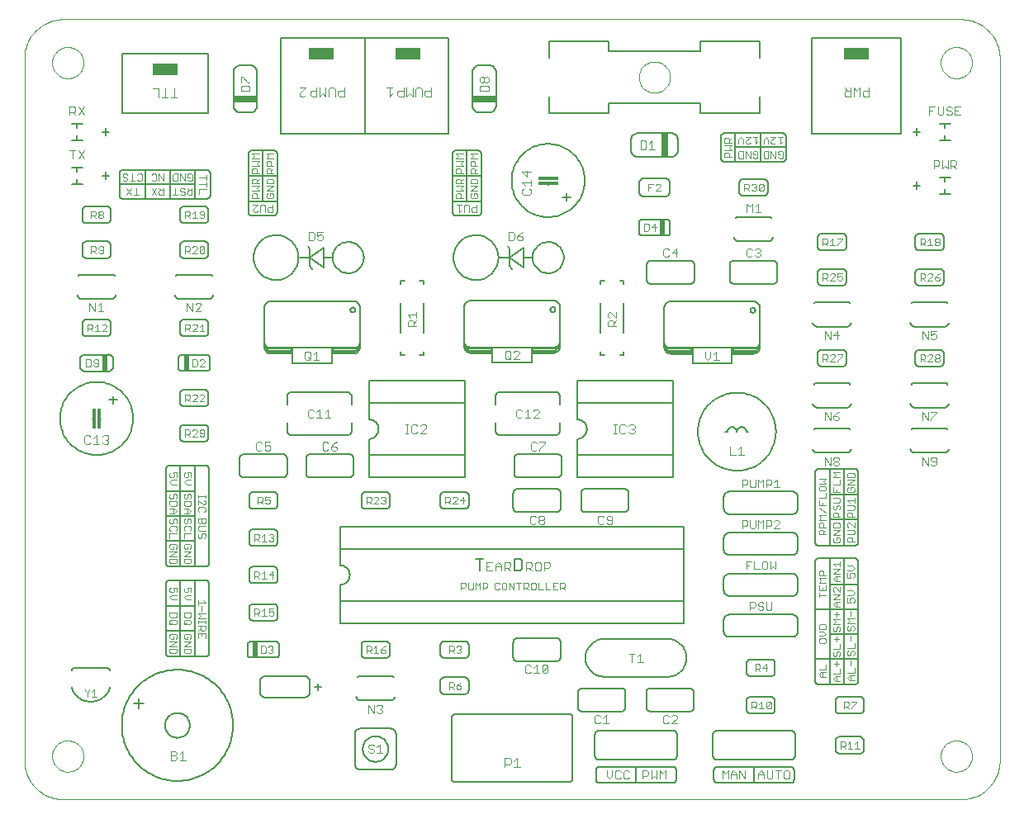
<source format=gto>
G75*
%MOIN*%
%OFA0B0*%
%FSLAX24Y24*%
%IPPOS*%
%LPD*%
%AMOC8*
5,1,8,0,0,1.08239X$1,22.5*
%
%ADD10C,0.0000*%
%ADD11C,0.0030*%
%ADD12C,0.0080*%
%ADD13C,0.0040*%
%ADD14R,0.0197X0.0630*%
%ADD15C,0.0060*%
%ADD16R,0.0945X0.0276*%
%ADD17R,0.0276X0.0945*%
%ADD18R,0.1000X0.0500*%
%ADD19R,0.0787X0.0118*%
%ADD20R,0.0118X0.0787*%
%ADD21R,0.0197X0.0669*%
D10*
X002390Y008381D02*
X038610Y008381D01*
X038610Y008385D02*
X038687Y008387D01*
X038764Y008393D01*
X038841Y008402D01*
X038917Y008415D01*
X038993Y008432D01*
X039067Y008453D01*
X039141Y008477D01*
X039213Y008505D01*
X039283Y008536D01*
X039352Y008571D01*
X039420Y008609D01*
X039485Y008650D01*
X039548Y008695D01*
X039609Y008743D01*
X039668Y008793D01*
X039724Y008846D01*
X039777Y008902D01*
X039827Y008961D01*
X039875Y009022D01*
X039920Y009085D01*
X039961Y009150D01*
X039999Y009218D01*
X040034Y009287D01*
X040065Y009357D01*
X040093Y009429D01*
X040117Y009503D01*
X040138Y009577D01*
X040155Y009653D01*
X040168Y009729D01*
X040177Y009806D01*
X040183Y009883D01*
X040185Y009960D01*
X040185Y038306D01*
X040183Y038383D01*
X040177Y038460D01*
X040168Y038537D01*
X040155Y038613D01*
X040138Y038689D01*
X040117Y038763D01*
X040093Y038837D01*
X040065Y038909D01*
X040034Y038979D01*
X039999Y039048D01*
X039961Y039116D01*
X039920Y039181D01*
X039875Y039244D01*
X039827Y039305D01*
X039777Y039364D01*
X039724Y039420D01*
X039668Y039473D01*
X039609Y039523D01*
X039548Y039571D01*
X039485Y039616D01*
X039420Y039657D01*
X039352Y039695D01*
X039283Y039730D01*
X039213Y039761D01*
X039141Y039789D01*
X039067Y039813D01*
X038993Y039834D01*
X038917Y039851D01*
X038841Y039864D01*
X038764Y039873D01*
X038687Y039879D01*
X038610Y039881D01*
X002390Y039881D01*
X002313Y039879D01*
X002236Y039873D01*
X002159Y039864D01*
X002083Y039851D01*
X002007Y039834D01*
X001933Y039813D01*
X001859Y039789D01*
X001787Y039761D01*
X001717Y039730D01*
X001648Y039695D01*
X001580Y039657D01*
X001515Y039616D01*
X001452Y039571D01*
X001391Y039523D01*
X001332Y039473D01*
X001276Y039420D01*
X001223Y039364D01*
X001173Y039305D01*
X001125Y039244D01*
X001080Y039181D01*
X001039Y039116D01*
X001001Y039048D01*
X000966Y038979D01*
X000935Y038909D01*
X000907Y038837D01*
X000883Y038763D01*
X000862Y038689D01*
X000845Y038613D01*
X000832Y038537D01*
X000823Y038460D01*
X000817Y038383D01*
X000815Y038306D01*
X000815Y009960D01*
X000817Y009883D01*
X000823Y009806D01*
X000832Y009729D01*
X000845Y009653D01*
X000862Y009577D01*
X000883Y009503D01*
X000907Y009429D01*
X000935Y009357D01*
X000966Y009287D01*
X001001Y009218D01*
X001039Y009150D01*
X001080Y009085D01*
X001125Y009022D01*
X001173Y008961D01*
X001223Y008902D01*
X001276Y008846D01*
X001332Y008793D01*
X001391Y008743D01*
X001452Y008695D01*
X001515Y008650D01*
X001580Y008609D01*
X001648Y008571D01*
X001717Y008536D01*
X001787Y008505D01*
X001859Y008477D01*
X001933Y008453D01*
X002007Y008432D01*
X002083Y008415D01*
X002159Y008402D01*
X002236Y008393D01*
X002313Y008387D01*
X002390Y008385D01*
X001937Y010133D02*
X001939Y010183D01*
X001945Y010233D01*
X001955Y010282D01*
X001969Y010330D01*
X001986Y010377D01*
X002007Y010422D01*
X002032Y010466D01*
X002060Y010507D01*
X002092Y010546D01*
X002126Y010583D01*
X002163Y010617D01*
X002203Y010647D01*
X002245Y010674D01*
X002289Y010698D01*
X002335Y010719D01*
X002382Y010735D01*
X002430Y010748D01*
X002480Y010757D01*
X002529Y010762D01*
X002580Y010763D01*
X002630Y010760D01*
X002679Y010753D01*
X002728Y010742D01*
X002776Y010727D01*
X002822Y010709D01*
X002867Y010687D01*
X002910Y010661D01*
X002951Y010632D01*
X002990Y010600D01*
X003026Y010565D01*
X003058Y010527D01*
X003088Y010487D01*
X003115Y010444D01*
X003138Y010400D01*
X003157Y010354D01*
X003173Y010306D01*
X003185Y010257D01*
X003193Y010208D01*
X003197Y010158D01*
X003197Y010108D01*
X003193Y010058D01*
X003185Y010009D01*
X003173Y009960D01*
X003157Y009912D01*
X003138Y009866D01*
X003115Y009822D01*
X003088Y009779D01*
X003058Y009739D01*
X003026Y009701D01*
X002990Y009666D01*
X002951Y009634D01*
X002910Y009605D01*
X002867Y009579D01*
X002822Y009557D01*
X002776Y009539D01*
X002728Y009524D01*
X002679Y009513D01*
X002630Y009506D01*
X002580Y009503D01*
X002529Y009504D01*
X002480Y009509D01*
X002430Y009518D01*
X002382Y009531D01*
X002335Y009547D01*
X002289Y009568D01*
X002245Y009592D01*
X002203Y009619D01*
X002163Y009649D01*
X002126Y009683D01*
X002092Y009720D01*
X002060Y009759D01*
X002032Y009800D01*
X002007Y009844D01*
X001986Y009889D01*
X001969Y009936D01*
X001955Y009984D01*
X001945Y010033D01*
X001939Y010083D01*
X001937Y010133D01*
X025618Y037544D02*
X025620Y037594D01*
X025626Y037644D01*
X025636Y037693D01*
X025650Y037741D01*
X025667Y037788D01*
X025688Y037833D01*
X025713Y037877D01*
X025741Y037918D01*
X025773Y037957D01*
X025807Y037994D01*
X025844Y038028D01*
X025884Y038058D01*
X025926Y038085D01*
X025970Y038109D01*
X026016Y038130D01*
X026063Y038146D01*
X026111Y038159D01*
X026161Y038168D01*
X026210Y038173D01*
X026261Y038174D01*
X026311Y038171D01*
X026360Y038164D01*
X026409Y038153D01*
X026457Y038138D01*
X026503Y038120D01*
X026548Y038098D01*
X026591Y038072D01*
X026632Y038043D01*
X026671Y038011D01*
X026707Y037976D01*
X026739Y037938D01*
X026769Y037898D01*
X026796Y037855D01*
X026819Y037811D01*
X026838Y037765D01*
X026854Y037717D01*
X026866Y037668D01*
X026874Y037619D01*
X026878Y037569D01*
X026878Y037519D01*
X026874Y037469D01*
X026866Y037420D01*
X026854Y037371D01*
X026838Y037323D01*
X026819Y037277D01*
X026796Y037233D01*
X026769Y037190D01*
X026739Y037150D01*
X026707Y037112D01*
X026671Y037077D01*
X026632Y037045D01*
X026591Y037016D01*
X026548Y036990D01*
X026503Y036968D01*
X026457Y036950D01*
X026409Y036935D01*
X026360Y036924D01*
X026311Y036917D01*
X026261Y036914D01*
X026210Y036915D01*
X026161Y036920D01*
X026111Y036929D01*
X026063Y036942D01*
X026016Y036958D01*
X025970Y036979D01*
X025926Y037003D01*
X025884Y037030D01*
X025844Y037060D01*
X025807Y037094D01*
X025773Y037131D01*
X025741Y037170D01*
X025713Y037211D01*
X025688Y037255D01*
X025667Y037300D01*
X025650Y037347D01*
X025636Y037395D01*
X025626Y037444D01*
X025620Y037494D01*
X025618Y037544D01*
X037803Y038129D02*
X037805Y038179D01*
X037811Y038229D01*
X037821Y038278D01*
X037835Y038326D01*
X037852Y038373D01*
X037873Y038418D01*
X037898Y038462D01*
X037926Y038503D01*
X037958Y038542D01*
X037992Y038579D01*
X038029Y038613D01*
X038069Y038643D01*
X038111Y038670D01*
X038155Y038694D01*
X038201Y038715D01*
X038248Y038731D01*
X038296Y038744D01*
X038346Y038753D01*
X038395Y038758D01*
X038446Y038759D01*
X038496Y038756D01*
X038545Y038749D01*
X038594Y038738D01*
X038642Y038723D01*
X038688Y038705D01*
X038733Y038683D01*
X038776Y038657D01*
X038817Y038628D01*
X038856Y038596D01*
X038892Y038561D01*
X038924Y038523D01*
X038954Y038483D01*
X038981Y038440D01*
X039004Y038396D01*
X039023Y038350D01*
X039039Y038302D01*
X039051Y038253D01*
X039059Y038204D01*
X039063Y038154D01*
X039063Y038104D01*
X039059Y038054D01*
X039051Y038005D01*
X039039Y037956D01*
X039023Y037908D01*
X039004Y037862D01*
X038981Y037818D01*
X038954Y037775D01*
X038924Y037735D01*
X038892Y037697D01*
X038856Y037662D01*
X038817Y037630D01*
X038776Y037601D01*
X038733Y037575D01*
X038688Y037553D01*
X038642Y037535D01*
X038594Y037520D01*
X038545Y037509D01*
X038496Y037502D01*
X038446Y037499D01*
X038395Y037500D01*
X038346Y037505D01*
X038296Y037514D01*
X038248Y037527D01*
X038201Y037543D01*
X038155Y037564D01*
X038111Y037588D01*
X038069Y037615D01*
X038029Y037645D01*
X037992Y037679D01*
X037958Y037716D01*
X037926Y037755D01*
X037898Y037796D01*
X037873Y037840D01*
X037852Y037885D01*
X037835Y037932D01*
X037821Y037980D01*
X037811Y038029D01*
X037805Y038079D01*
X037803Y038129D01*
X037803Y010133D02*
X037805Y010183D01*
X037811Y010233D01*
X037821Y010282D01*
X037835Y010330D01*
X037852Y010377D01*
X037873Y010422D01*
X037898Y010466D01*
X037926Y010507D01*
X037958Y010546D01*
X037992Y010583D01*
X038029Y010617D01*
X038069Y010647D01*
X038111Y010674D01*
X038155Y010698D01*
X038201Y010719D01*
X038248Y010735D01*
X038296Y010748D01*
X038346Y010757D01*
X038395Y010762D01*
X038446Y010763D01*
X038496Y010760D01*
X038545Y010753D01*
X038594Y010742D01*
X038642Y010727D01*
X038688Y010709D01*
X038733Y010687D01*
X038776Y010661D01*
X038817Y010632D01*
X038856Y010600D01*
X038892Y010565D01*
X038924Y010527D01*
X038954Y010487D01*
X038981Y010444D01*
X039004Y010400D01*
X039023Y010354D01*
X039039Y010306D01*
X039051Y010257D01*
X039059Y010208D01*
X039063Y010158D01*
X039063Y010108D01*
X039059Y010058D01*
X039051Y010009D01*
X039039Y009960D01*
X039023Y009912D01*
X039004Y009866D01*
X038981Y009822D01*
X038954Y009779D01*
X038924Y009739D01*
X038892Y009701D01*
X038856Y009666D01*
X038817Y009634D01*
X038776Y009605D01*
X038733Y009579D01*
X038688Y009557D01*
X038642Y009539D01*
X038594Y009524D01*
X038545Y009513D01*
X038496Y009506D01*
X038446Y009503D01*
X038395Y009504D01*
X038346Y009509D01*
X038296Y009518D01*
X038248Y009531D01*
X038201Y009547D01*
X038155Y009568D01*
X038111Y009592D01*
X038069Y009619D01*
X038029Y009649D01*
X037992Y009683D01*
X037958Y009720D01*
X037926Y009759D01*
X037898Y009800D01*
X037873Y009844D01*
X037852Y009889D01*
X037835Y009936D01*
X037821Y009984D01*
X037811Y010033D01*
X037805Y010083D01*
X037803Y010133D01*
X001937Y038129D02*
X001939Y038179D01*
X001945Y038229D01*
X001955Y038278D01*
X001969Y038326D01*
X001986Y038373D01*
X002007Y038418D01*
X002032Y038462D01*
X002060Y038503D01*
X002092Y038542D01*
X002126Y038579D01*
X002163Y038613D01*
X002203Y038643D01*
X002245Y038670D01*
X002289Y038694D01*
X002335Y038715D01*
X002382Y038731D01*
X002430Y038744D01*
X002480Y038753D01*
X002529Y038758D01*
X002580Y038759D01*
X002630Y038756D01*
X002679Y038749D01*
X002728Y038738D01*
X002776Y038723D01*
X002822Y038705D01*
X002867Y038683D01*
X002910Y038657D01*
X002951Y038628D01*
X002990Y038596D01*
X003026Y038561D01*
X003058Y038523D01*
X003088Y038483D01*
X003115Y038440D01*
X003138Y038396D01*
X003157Y038350D01*
X003173Y038302D01*
X003185Y038253D01*
X003193Y038204D01*
X003197Y038154D01*
X003197Y038104D01*
X003193Y038054D01*
X003185Y038005D01*
X003173Y037956D01*
X003157Y037908D01*
X003138Y037862D01*
X003115Y037818D01*
X003088Y037775D01*
X003058Y037735D01*
X003026Y037697D01*
X002990Y037662D01*
X002951Y037630D01*
X002910Y037601D01*
X002867Y037575D01*
X002822Y037553D01*
X002776Y037535D01*
X002728Y037520D01*
X002679Y037509D01*
X002630Y037502D01*
X002580Y037499D01*
X002529Y037500D01*
X002480Y037505D01*
X002430Y037514D01*
X002382Y037527D01*
X002335Y037543D01*
X002289Y037564D01*
X002245Y037588D01*
X002203Y037615D01*
X002163Y037645D01*
X002126Y037679D01*
X002092Y037716D01*
X002060Y037755D01*
X002032Y037796D01*
X002007Y037840D01*
X001986Y037885D01*
X001969Y037932D01*
X001955Y037980D01*
X001945Y038029D01*
X001939Y038079D01*
X001937Y038129D01*
D11*
X002647Y036356D02*
X002817Y036356D01*
X002874Y036300D01*
X002874Y036186D01*
X002817Y036129D01*
X002647Y036129D01*
X002647Y036016D02*
X002647Y036356D01*
X002760Y036129D02*
X002874Y036016D01*
X002987Y036016D02*
X003214Y036356D01*
X002987Y036356D02*
X003214Y036016D01*
X003214Y034585D02*
X002987Y034244D01*
X002760Y034244D02*
X002760Y034585D01*
X002647Y034585D02*
X002874Y034585D01*
X002987Y034585D02*
X003214Y034244D01*
X004786Y033602D02*
X004786Y033553D01*
X004834Y033505D01*
X004931Y033505D01*
X004979Y033456D01*
X004979Y033408D01*
X004931Y033360D01*
X004834Y033360D01*
X004786Y033408D01*
X004786Y033602D02*
X004834Y033650D01*
X004931Y033650D01*
X004979Y033602D01*
X005177Y033650D02*
X005177Y033360D01*
X005081Y033360D02*
X005274Y033360D01*
X005375Y033408D02*
X005424Y033360D01*
X005520Y033360D01*
X005569Y033408D01*
X005569Y033602D01*
X005520Y033650D01*
X005424Y033650D01*
X005375Y033602D01*
X005949Y033602D02*
X005997Y033650D01*
X006094Y033650D01*
X006142Y033602D01*
X006142Y033408D01*
X006094Y033360D01*
X005997Y033360D01*
X005949Y033408D01*
X006244Y033360D02*
X006244Y033650D01*
X006437Y033360D01*
X006437Y033650D01*
X006802Y033602D02*
X006802Y033408D01*
X006850Y033360D01*
X006995Y033360D01*
X006995Y033650D01*
X006850Y033650D01*
X006802Y033602D01*
X007096Y033650D02*
X007096Y033360D01*
X007290Y033360D02*
X007096Y033650D01*
X007290Y033650D02*
X007290Y033360D01*
X007391Y033408D02*
X007439Y033360D01*
X007536Y033360D01*
X007584Y033408D01*
X007584Y033602D01*
X007536Y033650D01*
X007439Y033650D01*
X007391Y033602D01*
X007391Y033505D01*
X007488Y033505D01*
X007861Y033504D02*
X008151Y033504D01*
X008151Y033408D02*
X008151Y033601D01*
X008151Y033307D02*
X008151Y033113D01*
X008151Y033210D02*
X007861Y033210D01*
X007861Y033012D02*
X007861Y032818D01*
X007861Y033012D02*
X008151Y033012D01*
X007577Y032978D02*
X007431Y032978D01*
X007383Y032930D01*
X007383Y032833D01*
X007431Y032785D01*
X007577Y032785D01*
X007577Y033075D01*
X007480Y032978D02*
X007383Y033075D01*
X007282Y033027D02*
X007234Y033075D01*
X007137Y033075D01*
X007088Y033027D01*
X007088Y032978D01*
X007137Y032930D01*
X007234Y032930D01*
X007282Y032882D01*
X007282Y032833D01*
X007234Y032785D01*
X007137Y032785D01*
X007088Y032833D01*
X006987Y032785D02*
X006794Y032785D01*
X006891Y032785D02*
X006891Y033075D01*
X006437Y033075D02*
X006437Y032785D01*
X006292Y032785D01*
X006244Y032833D01*
X006244Y032930D01*
X006292Y032978D01*
X006437Y032978D01*
X006340Y032978D02*
X006244Y033075D01*
X006142Y033075D02*
X005949Y032785D01*
X006142Y032785D02*
X005949Y033075D01*
X005433Y032785D02*
X005240Y032785D01*
X005336Y032785D02*
X005336Y033075D01*
X005139Y033075D02*
X004945Y032785D01*
X005139Y032785D02*
X004945Y033075D01*
X003996Y032090D02*
X003996Y032042D01*
X003948Y031993D01*
X003851Y031993D01*
X003802Y032042D01*
X003802Y032090D01*
X003851Y032138D01*
X003948Y032138D01*
X003996Y032090D01*
X003948Y031993D02*
X003996Y031945D01*
X003996Y031896D01*
X003948Y031848D01*
X003851Y031848D01*
X003802Y031896D01*
X003802Y031945D01*
X003851Y031993D01*
X003701Y031993D02*
X003653Y031945D01*
X003508Y031945D01*
X003604Y031945D02*
X003701Y031848D01*
X003701Y031993D02*
X003701Y032090D01*
X003653Y032138D01*
X003508Y032138D01*
X003508Y031848D01*
X003508Y030721D02*
X003653Y030721D01*
X003701Y030673D01*
X003701Y030576D01*
X003653Y030528D01*
X003508Y030528D01*
X003604Y030528D02*
X003701Y030431D01*
X003802Y030479D02*
X003851Y030431D01*
X003948Y030431D01*
X003996Y030479D01*
X003996Y030673D01*
X003948Y030721D01*
X003851Y030721D01*
X003802Y030673D01*
X003802Y030624D01*
X003851Y030576D01*
X003996Y030576D01*
X003508Y030431D02*
X003508Y030721D01*
X003442Y028423D02*
X003669Y028083D01*
X003669Y028423D01*
X003783Y028310D02*
X003896Y028423D01*
X003896Y028083D01*
X003783Y028083D02*
X004010Y028083D01*
X003442Y028083D02*
X003442Y028423D01*
X003506Y027571D02*
X003554Y027523D01*
X003554Y027426D01*
X003506Y027378D01*
X003360Y027378D01*
X003360Y027281D02*
X003360Y027571D01*
X003506Y027571D01*
X003655Y027475D02*
X003752Y027571D01*
X003752Y027281D01*
X003655Y027281D02*
X003849Y027281D01*
X003950Y027281D02*
X004143Y027475D01*
X004143Y027523D01*
X004095Y027571D01*
X003998Y027571D01*
X003950Y027523D01*
X003950Y027281D02*
X004143Y027281D01*
X003554Y027281D02*
X003457Y027378D01*
X003456Y026154D02*
X003311Y026154D01*
X003311Y025864D01*
X003456Y025864D01*
X003504Y025912D01*
X003504Y026106D01*
X003456Y026154D01*
X003606Y026106D02*
X003606Y026057D01*
X003654Y026009D01*
X003799Y026009D01*
X003799Y026106D02*
X003751Y026154D01*
X003654Y026154D01*
X003606Y026106D01*
X003799Y026106D02*
X003799Y025912D01*
X003751Y025864D01*
X003654Y025864D01*
X003606Y025912D01*
X007297Y024737D02*
X007443Y024737D01*
X007491Y024688D01*
X007491Y024592D01*
X007443Y024543D01*
X007297Y024543D01*
X007297Y024447D02*
X007297Y024737D01*
X007394Y024543D02*
X007491Y024447D01*
X007592Y024447D02*
X007786Y024640D01*
X007786Y024688D01*
X007737Y024737D01*
X007640Y024737D01*
X007592Y024688D01*
X007592Y024447D02*
X007786Y024447D01*
X007887Y024447D02*
X008080Y024640D01*
X008080Y024688D01*
X008032Y024737D01*
X007935Y024737D01*
X007887Y024688D01*
X007887Y024447D02*
X008080Y024447D01*
X008032Y023319D02*
X007935Y023319D01*
X007887Y023271D01*
X007887Y023223D01*
X007935Y023174D01*
X008080Y023174D01*
X008080Y023078D02*
X008080Y023271D01*
X008032Y023319D01*
X008080Y023078D02*
X008032Y023029D01*
X007935Y023029D01*
X007887Y023078D01*
X007786Y023029D02*
X007592Y023029D01*
X007786Y023223D01*
X007786Y023271D01*
X007737Y023319D01*
X007640Y023319D01*
X007592Y023271D01*
X007491Y023271D02*
X007491Y023174D01*
X007443Y023126D01*
X007297Y023126D01*
X007297Y023029D02*
X007297Y023319D01*
X007443Y023319D01*
X007491Y023271D01*
X007394Y023126D02*
X007491Y023029D01*
X007543Y021584D02*
X007398Y021584D01*
X007446Y021487D01*
X007446Y021439D01*
X007398Y021390D01*
X007301Y021390D01*
X007253Y021439D01*
X007253Y021535D01*
X007301Y021584D01*
X007543Y021584D02*
X007543Y021390D01*
X007543Y021289D02*
X007349Y021289D01*
X007253Y021192D01*
X007349Y021096D01*
X007543Y021096D01*
X007495Y020719D02*
X007446Y020719D01*
X007398Y020671D01*
X007398Y020574D01*
X007349Y020526D01*
X007301Y020526D01*
X007253Y020574D01*
X007253Y020671D01*
X007301Y020719D01*
X007495Y020719D02*
X007543Y020671D01*
X007543Y020574D01*
X007495Y020526D01*
X007543Y020425D02*
X007543Y020280D01*
X007495Y020231D01*
X007301Y020231D01*
X007253Y020280D01*
X007253Y020425D01*
X007543Y020425D01*
X007827Y020474D02*
X008021Y020280D01*
X008069Y020280D01*
X008118Y020329D01*
X008118Y020425D01*
X008069Y020474D01*
X008118Y020573D02*
X008118Y020670D01*
X008118Y020622D02*
X007827Y020622D01*
X007827Y020670D02*
X007827Y020573D01*
X007827Y020474D02*
X007827Y020280D01*
X007876Y020179D02*
X007827Y020131D01*
X007827Y020034D01*
X007876Y019986D01*
X007876Y020179D02*
X008069Y020179D01*
X008118Y020131D01*
X008118Y020034D01*
X008069Y019986D01*
X008118Y019715D02*
X008118Y019570D01*
X008069Y019522D01*
X008021Y019522D01*
X007973Y019570D01*
X007973Y019715D01*
X008118Y019715D02*
X007827Y019715D01*
X007827Y019570D01*
X007876Y019522D01*
X007924Y019522D01*
X007973Y019570D01*
X007876Y019421D02*
X007827Y019372D01*
X007827Y019276D01*
X007876Y019227D01*
X008118Y019227D01*
X008069Y019126D02*
X008021Y019126D01*
X007973Y019078D01*
X007973Y018981D01*
X007924Y018933D01*
X007876Y018933D01*
X007827Y018981D01*
X007827Y019078D01*
X007876Y019126D01*
X008069Y019126D02*
X008118Y019078D01*
X008118Y018981D01*
X008069Y018933D01*
X008118Y019421D02*
X007876Y019421D01*
X007543Y019372D02*
X007495Y019421D01*
X007301Y019421D01*
X007253Y019372D01*
X007253Y019276D01*
X007301Y019227D01*
X007253Y019126D02*
X007253Y018933D01*
X007253Y019126D02*
X007543Y019126D01*
X007495Y019227D02*
X007543Y019276D01*
X007543Y019372D01*
X007495Y019522D02*
X007543Y019570D01*
X007543Y019667D01*
X007495Y019715D01*
X007446Y019715D01*
X007398Y019667D01*
X007398Y019570D01*
X007349Y019522D01*
X007301Y019522D01*
X007253Y019570D01*
X007253Y019667D01*
X007301Y019715D01*
X007253Y019936D02*
X007446Y019936D01*
X007543Y020033D01*
X007446Y020130D01*
X007253Y020130D01*
X007398Y020130D02*
X007398Y019936D01*
X006968Y020033D02*
X006871Y019936D01*
X006678Y019936D01*
X006823Y019936D02*
X006823Y020130D01*
X006871Y020130D02*
X006678Y020130D01*
X006726Y020231D02*
X006920Y020231D01*
X006968Y020280D01*
X006968Y020425D01*
X006678Y020425D01*
X006678Y020280D01*
X006726Y020231D01*
X006871Y020130D02*
X006968Y020033D01*
X006920Y019715D02*
X006871Y019715D01*
X006823Y019667D01*
X006823Y019570D01*
X006775Y019522D01*
X006726Y019522D01*
X006678Y019570D01*
X006678Y019667D01*
X006726Y019715D01*
X006920Y019715D02*
X006968Y019667D01*
X006968Y019570D01*
X006920Y019522D01*
X006920Y019421D02*
X006726Y019421D01*
X006678Y019372D01*
X006678Y019276D01*
X006726Y019227D01*
X006678Y019126D02*
X006678Y018933D01*
X006678Y019126D02*
X006968Y019126D01*
X006920Y019227D02*
X006968Y019276D01*
X006968Y019372D01*
X006920Y019421D01*
X006920Y018696D02*
X006726Y018696D01*
X006678Y018647D01*
X006678Y018551D01*
X006726Y018502D01*
X006823Y018502D01*
X006823Y018599D01*
X006920Y018696D02*
X006968Y018647D01*
X006968Y018551D01*
X006920Y018502D01*
X006968Y018401D02*
X006678Y018208D01*
X006968Y018208D01*
X006968Y018106D02*
X006968Y017961D01*
X006920Y017913D01*
X006726Y017913D01*
X006678Y017961D01*
X006678Y018106D01*
X006968Y018106D01*
X007253Y018106D02*
X007253Y017961D01*
X007301Y017913D01*
X007495Y017913D01*
X007543Y017961D01*
X007543Y018106D01*
X007253Y018106D01*
X007253Y018208D02*
X007543Y018208D01*
X007543Y018401D02*
X007253Y018208D01*
X007253Y018401D02*
X007543Y018401D01*
X007495Y018502D02*
X007543Y018551D01*
X007543Y018647D01*
X007495Y018696D01*
X007301Y018696D01*
X007253Y018647D01*
X007253Y018551D01*
X007301Y018502D01*
X007398Y018502D01*
X007398Y018599D01*
X006968Y018401D02*
X006678Y018401D01*
X006726Y016938D02*
X006678Y016890D01*
X006678Y016793D01*
X006726Y016745D01*
X006823Y016745D01*
X006871Y016793D01*
X006871Y016841D01*
X006823Y016938D01*
X006968Y016938D01*
X006968Y016745D01*
X006968Y016643D02*
X006775Y016643D01*
X006678Y016547D01*
X006775Y016450D01*
X006968Y016450D01*
X007253Y016547D02*
X007349Y016450D01*
X007543Y016450D01*
X007543Y016643D02*
X007349Y016643D01*
X007253Y016547D01*
X007301Y016745D02*
X007253Y016793D01*
X007253Y016890D01*
X007301Y016938D01*
X007398Y016938D02*
X007446Y016841D01*
X007446Y016793D01*
X007398Y016745D01*
X007301Y016745D01*
X007398Y016938D02*
X007543Y016938D01*
X007543Y016745D01*
X007827Y016433D02*
X007827Y016239D01*
X007827Y016336D02*
X008118Y016336D01*
X008021Y016433D01*
X007973Y016184D02*
X007973Y015991D01*
X008118Y015888D02*
X007827Y015888D01*
X007924Y015792D01*
X007827Y015695D01*
X008118Y015695D01*
X008118Y015594D02*
X008118Y015497D01*
X008118Y015545D02*
X007827Y015545D01*
X007827Y015497D02*
X007827Y015594D01*
X007827Y015397D02*
X008118Y015397D01*
X008118Y015252D01*
X008069Y015204D01*
X007973Y015204D01*
X007924Y015252D01*
X007924Y015397D01*
X007924Y015301D02*
X007827Y015204D01*
X007827Y015103D02*
X007827Y014909D01*
X007973Y015006D02*
X007973Y015103D01*
X008118Y015103D02*
X007827Y015103D01*
X008118Y015103D02*
X008118Y014909D01*
X007543Y014917D02*
X007543Y015013D01*
X007495Y015062D01*
X007301Y015062D01*
X007253Y015013D01*
X007253Y014917D01*
X007301Y014868D01*
X007398Y014868D01*
X007398Y014965D01*
X007495Y014868D02*
X007543Y014917D01*
X007543Y014767D02*
X007253Y014574D01*
X007543Y014574D01*
X007543Y014473D02*
X007543Y014327D01*
X007495Y014279D01*
X007301Y014279D01*
X007253Y014327D01*
X007253Y014473D01*
X007543Y014473D01*
X007543Y014767D02*
X007253Y014767D01*
X006968Y014767D02*
X006678Y014574D01*
X006968Y014574D01*
X006968Y014473D02*
X006968Y014327D01*
X006920Y014279D01*
X006726Y014279D01*
X006678Y014327D01*
X006678Y014473D01*
X006968Y014473D01*
X006968Y014767D02*
X006678Y014767D01*
X006726Y014868D02*
X006823Y014868D01*
X006823Y014965D01*
X006920Y014868D02*
X006968Y014917D01*
X006968Y015013D01*
X006920Y015062D01*
X006726Y015062D01*
X006678Y015013D01*
X006678Y014917D01*
X006726Y014868D01*
X006726Y015446D02*
X006678Y015494D01*
X006678Y015591D01*
X006726Y015640D01*
X006920Y015640D01*
X006968Y015591D01*
X006968Y015494D01*
X006920Y015446D01*
X006726Y015446D01*
X006678Y015446D02*
X006775Y015543D01*
X006726Y015741D02*
X006920Y015741D01*
X006968Y015789D01*
X006968Y015934D01*
X006678Y015934D01*
X006678Y015789D01*
X006726Y015741D01*
X007253Y015789D02*
X007301Y015741D01*
X007495Y015741D01*
X007543Y015789D01*
X007543Y015934D01*
X007253Y015934D01*
X007253Y015789D01*
X007301Y015640D02*
X007253Y015591D01*
X007253Y015494D01*
X007301Y015446D01*
X007495Y015446D01*
X007543Y015494D01*
X007543Y015591D01*
X007495Y015640D01*
X007301Y015640D01*
X007349Y015543D02*
X007253Y015446D01*
X010093Y015795D02*
X010093Y016085D01*
X010238Y016085D01*
X010286Y016037D01*
X010286Y015940D01*
X010238Y015892D01*
X010093Y015892D01*
X010189Y015892D02*
X010286Y015795D01*
X010387Y015795D02*
X010581Y015795D01*
X010484Y015795D02*
X010484Y016085D01*
X010387Y015988D01*
X010682Y015940D02*
X010682Y016085D01*
X010876Y016085D01*
X010827Y015988D02*
X010876Y015940D01*
X010876Y015843D01*
X010827Y015795D01*
X010730Y015795D01*
X010682Y015843D01*
X010682Y015940D02*
X010779Y015988D01*
X010827Y015988D01*
X010798Y014579D02*
X010846Y014531D01*
X010846Y014483D01*
X010798Y014434D01*
X010846Y014386D01*
X010846Y014337D01*
X010798Y014289D01*
X010701Y014289D01*
X010653Y014337D01*
X010552Y014337D02*
X010552Y014531D01*
X010503Y014579D01*
X010358Y014579D01*
X010358Y014289D01*
X010503Y014289D01*
X010552Y014337D01*
X010653Y014531D02*
X010701Y014579D01*
X010798Y014579D01*
X010798Y014434D02*
X010750Y014434D01*
X010827Y017301D02*
X010827Y017591D01*
X010682Y017446D01*
X010876Y017446D01*
X010581Y017301D02*
X010387Y017301D01*
X010484Y017301D02*
X010484Y017591D01*
X010387Y017494D01*
X010286Y017446D02*
X010238Y017398D01*
X010093Y017398D01*
X010189Y017398D02*
X010286Y017301D01*
X010286Y017446D02*
X010286Y017543D01*
X010238Y017591D01*
X010093Y017591D01*
X010093Y017301D01*
X010093Y018807D02*
X010093Y019097D01*
X010238Y019097D01*
X010286Y019049D01*
X010286Y018952D01*
X010238Y018904D01*
X010093Y018904D01*
X010189Y018904D02*
X010286Y018807D01*
X010387Y018807D02*
X010581Y018807D01*
X010484Y018807D02*
X010484Y019097D01*
X010387Y019000D01*
X010682Y019049D02*
X010730Y019097D01*
X010827Y019097D01*
X010876Y019049D01*
X010876Y019000D01*
X010827Y018952D01*
X010876Y018904D01*
X010876Y018855D01*
X010827Y018807D01*
X010730Y018807D01*
X010682Y018855D01*
X010779Y018952D02*
X010827Y018952D01*
X010680Y020313D02*
X010583Y020313D01*
X010535Y020361D01*
X010535Y020458D02*
X010631Y020506D01*
X010680Y020506D01*
X010728Y020458D01*
X010728Y020361D01*
X010680Y020313D01*
X010535Y020458D02*
X010535Y020603D01*
X010728Y020603D01*
X010434Y020555D02*
X010434Y020458D01*
X010385Y020409D01*
X010240Y020409D01*
X010240Y020313D02*
X010240Y020603D01*
X010385Y020603D01*
X010434Y020555D01*
X010337Y020409D02*
X010434Y020313D01*
X010344Y022473D02*
X010401Y022529D01*
X010344Y022473D02*
X010231Y022473D01*
X010174Y022529D01*
X010174Y022756D01*
X010231Y022813D01*
X010344Y022813D01*
X010401Y022756D01*
X010515Y022813D02*
X010515Y022643D01*
X010628Y022700D01*
X010685Y022700D01*
X010742Y022643D01*
X010742Y022529D01*
X010685Y022473D01*
X010572Y022473D01*
X010515Y022529D01*
X010515Y022813D02*
X010742Y022813D01*
X012268Y023848D02*
X012324Y023792D01*
X012438Y023792D01*
X012495Y023848D01*
X012608Y023792D02*
X012835Y023792D01*
X012722Y023792D02*
X012722Y024132D01*
X012608Y024018D01*
X012495Y024075D02*
X012438Y024132D01*
X012324Y024132D01*
X012268Y024075D01*
X012268Y023848D01*
X012949Y023792D02*
X013176Y023792D01*
X013063Y023792D02*
X013063Y024132D01*
X012949Y024018D01*
X012908Y022813D02*
X012851Y022756D01*
X012851Y022529D01*
X012908Y022473D01*
X013022Y022473D01*
X013078Y022529D01*
X013192Y022529D02*
X013249Y022473D01*
X013362Y022473D01*
X013419Y022529D01*
X013419Y022586D01*
X013362Y022643D01*
X013192Y022643D01*
X013192Y022529D01*
X013192Y022643D02*
X013306Y022756D01*
X013419Y022813D01*
X013078Y022756D02*
X013022Y022813D01*
X012908Y022813D01*
X014620Y020603D02*
X014765Y020603D01*
X014814Y020555D01*
X014814Y020458D01*
X014765Y020409D01*
X014620Y020409D01*
X014620Y020313D02*
X014620Y020603D01*
X014717Y020409D02*
X014814Y020313D01*
X014915Y020313D02*
X015108Y020506D01*
X015108Y020555D01*
X015060Y020603D01*
X014963Y020603D01*
X014915Y020555D01*
X014915Y020313D02*
X015108Y020313D01*
X015210Y020361D02*
X015258Y020313D01*
X015355Y020313D01*
X015403Y020361D01*
X015403Y020409D01*
X015355Y020458D01*
X015306Y020458D01*
X015355Y020458D02*
X015403Y020506D01*
X015403Y020555D01*
X015355Y020603D01*
X015258Y020603D01*
X015210Y020555D01*
X017809Y020603D02*
X017809Y020313D01*
X017809Y020409D02*
X017954Y020409D01*
X018003Y020458D01*
X018003Y020555D01*
X017954Y020603D01*
X017809Y020603D01*
X017906Y020409D02*
X018003Y020313D01*
X018104Y020313D02*
X018297Y020506D01*
X018297Y020555D01*
X018249Y020603D01*
X018152Y020603D01*
X018104Y020555D01*
X018104Y020313D02*
X018297Y020313D01*
X018399Y020458D02*
X018592Y020458D01*
X018544Y020603D02*
X018399Y020458D01*
X018544Y020313D02*
X018544Y020603D01*
X021237Y019784D02*
X021237Y019557D01*
X021294Y019500D01*
X021407Y019500D01*
X021464Y019557D01*
X021578Y019557D02*
X021578Y019614D01*
X021635Y019670D01*
X021748Y019670D01*
X021805Y019614D01*
X021805Y019557D01*
X021748Y019500D01*
X021635Y019500D01*
X021578Y019557D01*
X021635Y019670D02*
X021578Y019727D01*
X021578Y019784D01*
X021635Y019841D01*
X021748Y019841D01*
X021805Y019784D01*
X021805Y019727D01*
X021748Y019670D01*
X021464Y019784D02*
X021407Y019841D01*
X021294Y019841D01*
X021237Y019784D01*
X021314Y022473D02*
X021427Y022473D01*
X021484Y022529D01*
X021598Y022529D02*
X021598Y022473D01*
X021598Y022529D02*
X021825Y022756D01*
X021825Y022813D01*
X021598Y022813D01*
X021484Y022756D02*
X021427Y022813D01*
X021314Y022813D01*
X021257Y022756D01*
X021257Y022529D01*
X021314Y022473D01*
X021355Y023792D02*
X021581Y024018D01*
X021581Y024075D01*
X021525Y024132D01*
X021411Y024132D01*
X021355Y024075D01*
X021127Y024132D02*
X021127Y023792D01*
X021014Y023792D02*
X021241Y023792D01*
X021355Y023792D02*
X021581Y023792D01*
X021127Y024132D02*
X021014Y024018D01*
X020900Y024075D02*
X020843Y024132D01*
X020730Y024132D01*
X020673Y024075D01*
X020673Y023848D01*
X020730Y023792D01*
X020843Y023792D01*
X020900Y023848D01*
X020781Y026158D02*
X020554Y026158D01*
X020781Y026385D01*
X020781Y026441D01*
X020725Y026498D01*
X020611Y026498D01*
X020554Y026441D01*
X020441Y026441D02*
X020441Y026214D01*
X020384Y026158D01*
X020270Y026158D01*
X020214Y026214D01*
X020214Y026441D01*
X020270Y026498D01*
X020384Y026498D01*
X020441Y026441D01*
X020327Y026271D02*
X020441Y026158D01*
X016635Y027494D02*
X016294Y027494D01*
X016294Y027664D01*
X016351Y027721D01*
X016464Y027721D01*
X016521Y027664D01*
X016521Y027494D01*
X016521Y027608D02*
X016635Y027721D01*
X016635Y027835D02*
X016635Y028062D01*
X016635Y027948D02*
X016294Y027948D01*
X016408Y027835D01*
X012597Y026474D02*
X012597Y026134D01*
X012484Y026134D02*
X012710Y026134D01*
X012484Y026361D02*
X012597Y026474D01*
X012370Y026418D02*
X012370Y026191D01*
X012313Y026134D01*
X012200Y026134D01*
X012143Y026191D01*
X012143Y026418D01*
X012200Y026474D01*
X012313Y026474D01*
X012370Y026418D01*
X012256Y026248D02*
X012370Y026134D01*
X008090Y026106D02*
X008042Y026154D01*
X007945Y026154D01*
X007897Y026106D01*
X007796Y026106D02*
X007747Y026154D01*
X007602Y026154D01*
X007602Y025864D01*
X007747Y025864D01*
X007796Y025912D01*
X007796Y026106D01*
X007897Y025864D02*
X008090Y026057D01*
X008090Y026106D01*
X008090Y025864D02*
X007897Y025864D01*
X007887Y027281D02*
X008080Y027281D01*
X007983Y027281D02*
X007983Y027571D01*
X007887Y027475D01*
X007786Y027475D02*
X007786Y027523D01*
X007737Y027571D01*
X007640Y027571D01*
X007592Y027523D01*
X007491Y027523D02*
X007491Y027426D01*
X007443Y027378D01*
X007297Y027378D01*
X007297Y027281D02*
X007297Y027571D01*
X007443Y027571D01*
X007491Y027523D01*
X007394Y027378D02*
X007491Y027281D01*
X007592Y027281D02*
X007786Y027475D01*
X007786Y027281D02*
X007592Y027281D01*
X007606Y028083D02*
X007606Y028423D01*
X007720Y028367D02*
X007776Y028423D01*
X007890Y028423D01*
X007947Y028367D01*
X007947Y028310D01*
X007720Y028083D01*
X007947Y028083D01*
X007606Y028083D02*
X007379Y028423D01*
X007379Y028083D01*
X007297Y030431D02*
X007297Y030721D01*
X007443Y030721D01*
X007491Y030673D01*
X007491Y030576D01*
X007443Y030528D01*
X007297Y030528D01*
X007394Y030528D02*
X007491Y030431D01*
X007592Y030431D02*
X007786Y030624D01*
X007786Y030673D01*
X007737Y030721D01*
X007640Y030721D01*
X007592Y030673D01*
X007592Y030431D02*
X007786Y030431D01*
X007887Y030479D02*
X008080Y030673D01*
X008080Y030479D01*
X008032Y030431D01*
X007935Y030431D01*
X007887Y030479D01*
X007887Y030673D01*
X007935Y030721D01*
X008032Y030721D01*
X008080Y030673D01*
X008032Y031848D02*
X008080Y031896D01*
X008080Y032090D01*
X008032Y032138D01*
X007935Y032138D01*
X007887Y032090D01*
X007887Y032042D01*
X007935Y031993D01*
X008080Y031993D01*
X008032Y031848D02*
X007935Y031848D01*
X007887Y031896D01*
X007786Y031848D02*
X007592Y031848D01*
X007689Y031848D02*
X007689Y032138D01*
X007592Y032042D01*
X007491Y032090D02*
X007491Y031993D01*
X007443Y031945D01*
X007297Y031945D01*
X007297Y031848D02*
X007297Y032138D01*
X007443Y032138D01*
X007491Y032090D01*
X007394Y031945D02*
X007491Y031848D01*
X010038Y032156D02*
X010086Y032108D01*
X010183Y032108D01*
X010231Y032156D01*
X010333Y032108D02*
X010333Y032350D01*
X010381Y032398D01*
X010478Y032398D01*
X010526Y032350D01*
X010526Y032108D01*
X010627Y032156D02*
X010627Y032253D01*
X010676Y032301D01*
X010821Y032301D01*
X010821Y032398D02*
X010821Y032108D01*
X010676Y032108D01*
X010627Y032156D01*
X010231Y032398D02*
X010038Y032204D01*
X010038Y032156D01*
X010038Y032398D02*
X010231Y032398D01*
X010200Y032661D02*
X010200Y032806D01*
X010151Y032854D01*
X010055Y032854D01*
X010006Y032806D01*
X010006Y032661D01*
X010297Y032661D01*
X010581Y032709D02*
X010581Y032806D01*
X010630Y032854D01*
X010726Y032854D02*
X010726Y032757D01*
X010726Y032854D02*
X010823Y032854D01*
X010871Y032806D01*
X010871Y032709D01*
X010823Y032661D01*
X010630Y032661D01*
X010581Y032709D01*
X010581Y032955D02*
X010871Y033149D01*
X010581Y033149D01*
X010581Y033250D02*
X010581Y033395D01*
X010630Y033443D01*
X010823Y033443D01*
X010871Y033395D01*
X010871Y033250D01*
X010581Y033250D01*
X010297Y033250D02*
X010006Y033250D01*
X010006Y033395D01*
X010055Y033443D01*
X010151Y033443D01*
X010200Y033395D01*
X010200Y033250D01*
X010200Y033347D02*
X010297Y033443D01*
X010297Y033665D02*
X010006Y033665D01*
X010006Y033810D01*
X010055Y033858D01*
X010151Y033858D01*
X010200Y033810D01*
X010200Y033665D01*
X010297Y033959D02*
X010200Y034056D01*
X010297Y034153D01*
X010006Y034153D01*
X010006Y034254D02*
X010103Y034351D01*
X010006Y034447D01*
X010297Y034447D01*
X010297Y034254D02*
X010006Y034254D01*
X010006Y033959D02*
X010297Y033959D01*
X010581Y033959D02*
X010581Y034104D01*
X010630Y034153D01*
X010726Y034153D01*
X010775Y034104D01*
X010775Y033959D01*
X010871Y033959D02*
X010581Y033959D01*
X010630Y033858D02*
X010726Y033858D01*
X010775Y033810D01*
X010775Y033665D01*
X010775Y033761D02*
X010871Y033858D01*
X010871Y033665D02*
X010581Y033665D01*
X010581Y033810D01*
X010630Y033858D01*
X010581Y034254D02*
X010678Y034351D01*
X010581Y034447D01*
X010871Y034447D01*
X010871Y034254D02*
X010581Y034254D01*
X010297Y033149D02*
X010006Y033149D01*
X010006Y032955D02*
X010297Y032955D01*
X010200Y033052D01*
X010297Y033149D01*
X010581Y032955D02*
X010871Y032955D01*
X012300Y031297D02*
X012470Y031297D01*
X012527Y031241D01*
X012527Y031014D01*
X012470Y030957D01*
X012300Y030957D01*
X012300Y031297D01*
X012641Y031297D02*
X012641Y031127D01*
X012754Y031184D01*
X012811Y031184D01*
X012868Y031127D01*
X012868Y031014D01*
X012811Y030957D01*
X012698Y030957D01*
X012641Y031014D01*
X012641Y031297D02*
X012868Y031297D01*
X018274Y032398D02*
X018468Y032398D01*
X018371Y032398D02*
X018371Y032108D01*
X018468Y032204D01*
X018569Y032108D02*
X018569Y032350D01*
X018617Y032398D01*
X018714Y032398D01*
X018762Y032350D01*
X018762Y032108D01*
X018863Y032156D02*
X018863Y032253D01*
X018912Y032301D01*
X019057Y032301D01*
X019057Y032398D02*
X019057Y032108D01*
X018912Y032108D01*
X018863Y032156D01*
X018866Y032661D02*
X019059Y032661D01*
X019108Y032709D01*
X019108Y032806D01*
X019059Y032854D01*
X018962Y032854D01*
X018962Y032757D01*
X018866Y032661D02*
X018817Y032709D01*
X018817Y032806D01*
X018866Y032854D01*
X018817Y032955D02*
X019108Y033149D01*
X018817Y033149D01*
X018817Y033250D02*
X018817Y033395D01*
X018866Y033443D01*
X019059Y033443D01*
X019108Y033395D01*
X019108Y033250D01*
X018817Y033250D01*
X018533Y033250D02*
X018243Y033250D01*
X018243Y033395D01*
X018291Y033443D01*
X018388Y033443D01*
X018436Y033395D01*
X018436Y033250D01*
X018436Y033347D02*
X018533Y033443D01*
X018533Y033665D02*
X018243Y033665D01*
X018243Y033810D01*
X018291Y033858D01*
X018388Y033858D01*
X018436Y033810D01*
X018436Y033665D01*
X018533Y033959D02*
X018243Y033959D01*
X018243Y034153D02*
X018533Y034153D01*
X018436Y034056D01*
X018533Y033959D01*
X018817Y033959D02*
X018817Y034104D01*
X018866Y034153D01*
X018962Y034153D01*
X019011Y034104D01*
X019011Y033959D01*
X019108Y033959D02*
X018817Y033959D01*
X018866Y033858D02*
X018962Y033858D01*
X019011Y033810D01*
X019011Y033665D01*
X019011Y033761D02*
X019108Y033858D01*
X019108Y033665D02*
X018817Y033665D01*
X018817Y033810D01*
X018866Y033858D01*
X018817Y034254D02*
X018914Y034351D01*
X018817Y034447D01*
X019108Y034447D01*
X019108Y034254D02*
X018817Y034254D01*
X018533Y034254D02*
X018243Y034254D01*
X018339Y034351D01*
X018243Y034447D01*
X018533Y034447D01*
X018533Y033149D02*
X018243Y033149D01*
X018243Y032955D02*
X018533Y032955D01*
X018436Y033052D01*
X018533Y033149D01*
X018388Y032854D02*
X018436Y032806D01*
X018436Y032661D01*
X018533Y032661D02*
X018243Y032661D01*
X018243Y032806D01*
X018291Y032854D01*
X018388Y032854D01*
X018817Y032955D02*
X019108Y032955D01*
X020371Y031297D02*
X020541Y031297D01*
X020598Y031241D01*
X020598Y031014D01*
X020541Y030957D01*
X020371Y030957D01*
X020371Y031297D01*
X020712Y031127D02*
X020882Y031127D01*
X020939Y031070D01*
X020939Y031014D01*
X020882Y030957D01*
X020769Y030957D01*
X020712Y031014D01*
X020712Y031127D01*
X020825Y031241D01*
X020939Y031297D01*
X024365Y028005D02*
X024365Y027892D01*
X024422Y027835D01*
X024422Y027721D02*
X024535Y027721D01*
X024592Y027664D01*
X024592Y027494D01*
X024705Y027494D02*
X024365Y027494D01*
X024365Y027664D01*
X024422Y027721D01*
X024592Y027608D02*
X024705Y027721D01*
X024705Y027835D02*
X024479Y028062D01*
X024422Y028062D01*
X024365Y028005D01*
X024705Y028062D02*
X024705Y027835D01*
X026668Y030288D02*
X026781Y030288D01*
X026838Y030344D01*
X026952Y030458D02*
X027179Y030458D01*
X027122Y030628D02*
X026952Y030458D01*
X026838Y030571D02*
X026781Y030628D01*
X026668Y030628D01*
X026611Y030571D01*
X026611Y030344D01*
X026668Y030288D01*
X027122Y030288D02*
X027122Y030628D01*
X026274Y031336D02*
X026274Y031627D01*
X026129Y031481D01*
X026323Y031481D01*
X026028Y031385D02*
X026028Y031578D01*
X025980Y031627D01*
X025835Y031627D01*
X025835Y031336D01*
X025980Y031336D01*
X026028Y031385D01*
X026008Y032950D02*
X026008Y033241D01*
X026201Y033241D01*
X026302Y033192D02*
X026351Y033241D01*
X026448Y033241D01*
X026496Y033192D01*
X026496Y033144D01*
X026302Y032950D01*
X026496Y032950D01*
X026104Y033096D02*
X026008Y033096D01*
X026027Y034638D02*
X026254Y034638D01*
X026140Y034638D02*
X026140Y034978D01*
X026027Y034865D01*
X025913Y034922D02*
X025856Y034978D01*
X025686Y034978D01*
X025686Y034638D01*
X025856Y034638D01*
X025913Y034695D01*
X025913Y034922D01*
X029079Y034900D02*
X029079Y035045D01*
X029128Y035093D01*
X029224Y035093D01*
X029273Y035045D01*
X029273Y034900D01*
X029273Y034996D02*
X029369Y035093D01*
X029369Y034900D02*
X029079Y034900D01*
X029079Y034798D02*
X029369Y034798D01*
X029273Y034702D01*
X029369Y034605D01*
X029079Y034605D01*
X029128Y034504D02*
X029224Y034504D01*
X029273Y034455D01*
X029273Y034310D01*
X029369Y034310D02*
X029079Y034310D01*
X029079Y034455D01*
X029128Y034504D01*
X029628Y034517D02*
X029628Y034323D01*
X029677Y034275D01*
X029822Y034275D01*
X029822Y034565D01*
X029677Y034565D01*
X029628Y034517D01*
X029923Y034565D02*
X029923Y034275D01*
X030117Y034275D02*
X029923Y034565D01*
X030117Y034565D02*
X030117Y034275D01*
X030218Y034323D02*
X030266Y034275D01*
X030363Y034275D01*
X030411Y034323D01*
X030411Y034517D01*
X030363Y034565D01*
X030266Y034565D01*
X030218Y034517D01*
X030218Y034420D01*
X030314Y034420D01*
X030652Y034323D02*
X030700Y034275D01*
X030846Y034275D01*
X030846Y034565D01*
X030700Y034565D01*
X030652Y034517D01*
X030652Y034323D01*
X030947Y034275D02*
X030947Y034565D01*
X031140Y034275D01*
X031140Y034565D01*
X031241Y034517D02*
X031241Y034420D01*
X031338Y034420D01*
X031241Y034323D02*
X031290Y034275D01*
X031386Y034275D01*
X031435Y034323D01*
X031435Y034517D01*
X031386Y034565D01*
X031290Y034565D01*
X031241Y034517D01*
X031338Y034850D02*
X031338Y035140D01*
X031435Y035140D02*
X031241Y035140D01*
X031140Y035140D02*
X030947Y034947D01*
X030947Y034898D01*
X030995Y034850D01*
X031092Y034850D01*
X031140Y034898D01*
X031338Y034850D02*
X031435Y034947D01*
X031140Y035140D02*
X030947Y035140D01*
X030846Y035043D02*
X030749Y035140D01*
X030652Y035043D01*
X030652Y034850D01*
X030846Y034850D02*
X030846Y035043D01*
X030411Y034947D02*
X030314Y034850D01*
X030314Y035140D01*
X030218Y035140D02*
X030411Y035140D01*
X030117Y035140D02*
X029923Y034947D01*
X029923Y034898D01*
X029971Y034850D01*
X030068Y034850D01*
X030117Y034898D01*
X030117Y035140D02*
X029923Y035140D01*
X029822Y035043D02*
X029725Y035140D01*
X029628Y035043D01*
X029628Y034850D01*
X029822Y034850D02*
X029822Y035043D01*
X029876Y033241D02*
X030021Y033241D01*
X030070Y033192D01*
X030070Y033096D01*
X030021Y033047D01*
X029876Y033047D01*
X029876Y032950D02*
X029876Y033241D01*
X029973Y033047D02*
X030070Y032950D01*
X030171Y032999D02*
X030219Y032950D01*
X030316Y032950D01*
X030364Y032999D01*
X030364Y033047D01*
X030316Y033096D01*
X030268Y033096D01*
X030316Y033096D02*
X030364Y033144D01*
X030364Y033192D01*
X030316Y033241D01*
X030219Y033241D01*
X030171Y033192D01*
X030465Y033192D02*
X030465Y032999D01*
X030659Y033192D01*
X030659Y032999D01*
X030611Y032950D01*
X030514Y032950D01*
X030465Y032999D01*
X030465Y033192D02*
X030514Y033241D01*
X030611Y033241D01*
X030659Y033192D01*
X030432Y032439D02*
X030432Y032099D01*
X030545Y032099D02*
X030318Y032099D01*
X030204Y032099D02*
X030204Y032439D01*
X030091Y032326D01*
X029977Y032439D01*
X029977Y032099D01*
X030318Y032326D02*
X030432Y032439D01*
X030469Y030628D02*
X030525Y030571D01*
X030525Y030515D01*
X030469Y030458D01*
X030525Y030401D01*
X030525Y030344D01*
X030469Y030288D01*
X030355Y030288D01*
X030298Y030344D01*
X030185Y030344D02*
X030128Y030288D01*
X030014Y030288D01*
X029958Y030344D01*
X029958Y030571D01*
X030014Y030628D01*
X030128Y030628D01*
X030185Y030571D01*
X030298Y030571D02*
X030355Y030628D01*
X030469Y030628D01*
X030469Y030458D02*
X030412Y030458D01*
X033045Y030746D02*
X033045Y031036D01*
X033191Y031036D01*
X033239Y030988D01*
X033239Y030891D01*
X033191Y030842D01*
X033045Y030842D01*
X033142Y030842D02*
X033239Y030746D01*
X033340Y030746D02*
X033534Y030746D01*
X033437Y030746D02*
X033437Y031036D01*
X033340Y030939D01*
X033635Y031036D02*
X033828Y031036D01*
X033828Y030988D01*
X033635Y030794D01*
X033635Y030746D01*
X033635Y029619D02*
X033635Y029474D01*
X033732Y029522D01*
X033780Y029522D01*
X033828Y029474D01*
X033828Y029377D01*
X033780Y029328D01*
X033683Y029328D01*
X033635Y029377D01*
X033534Y029328D02*
X033340Y029328D01*
X033534Y029522D01*
X033534Y029570D01*
X033485Y029619D01*
X033388Y029619D01*
X033340Y029570D01*
X033239Y029570D02*
X033239Y029474D01*
X033191Y029425D01*
X033045Y029425D01*
X033045Y029328D02*
X033045Y029619D01*
X033191Y029619D01*
X033239Y029570D01*
X033142Y029425D02*
X033239Y029328D01*
X033635Y029619D02*
X033828Y029619D01*
X033638Y027301D02*
X033468Y027131D01*
X033695Y027131D01*
X033638Y026961D02*
X033638Y027301D01*
X033354Y027301D02*
X033354Y026961D01*
X033127Y027301D01*
X033127Y026961D01*
X033191Y026351D02*
X033239Y026303D01*
X033239Y026206D01*
X033191Y026157D01*
X033045Y026157D01*
X033045Y026061D02*
X033045Y026351D01*
X033191Y026351D01*
X033340Y026303D02*
X033388Y026351D01*
X033485Y026351D01*
X033534Y026303D01*
X033534Y026254D01*
X033340Y026061D01*
X033534Y026061D01*
X033635Y026061D02*
X033635Y026109D01*
X033828Y026303D01*
X033828Y026351D01*
X033635Y026351D01*
X033239Y026061D02*
X033142Y026157D01*
X033127Y024033D02*
X033354Y023693D01*
X033354Y024033D01*
X033468Y023863D02*
X033638Y023863D01*
X033695Y023807D01*
X033695Y023750D01*
X033638Y023693D01*
X033524Y023693D01*
X033468Y023750D01*
X033468Y023863D01*
X033581Y023977D01*
X033695Y024033D01*
X033127Y024033D02*
X033127Y023693D01*
X033127Y022203D02*
X033354Y021862D01*
X033354Y022203D01*
X033468Y022146D02*
X033468Y022089D01*
X033524Y022033D01*
X033638Y022033D01*
X033695Y021976D01*
X033695Y021919D01*
X033638Y021862D01*
X033524Y021862D01*
X033468Y021919D01*
X033468Y021976D01*
X033524Y022033D01*
X033638Y022033D02*
X033695Y022089D01*
X033695Y022146D01*
X033638Y022203D01*
X033524Y022203D01*
X033468Y022146D01*
X033127Y022203D02*
X033127Y021862D01*
X033457Y021585D02*
X033747Y021585D01*
X033747Y021392D02*
X033457Y021392D01*
X033554Y021488D01*
X033457Y021585D01*
X033173Y021334D02*
X032882Y021334D01*
X032882Y021140D02*
X033173Y021140D01*
X033076Y021237D01*
X033173Y021334D01*
X033124Y021039D02*
X032931Y021039D01*
X032882Y020991D01*
X032882Y020894D01*
X032931Y020845D01*
X033124Y020845D01*
X033173Y020894D01*
X033173Y020991D01*
X033124Y021039D01*
X033173Y020744D02*
X033173Y020551D01*
X032882Y020551D01*
X032882Y020450D02*
X032882Y020256D01*
X033173Y020256D01*
X033027Y020256D02*
X033027Y020353D01*
X032882Y020155D02*
X033173Y019961D01*
X033173Y019860D02*
X032882Y019860D01*
X032979Y019764D01*
X032882Y019667D01*
X033173Y019667D01*
X033027Y019566D02*
X033076Y019517D01*
X033076Y019372D01*
X033173Y019372D02*
X032882Y019372D01*
X032882Y019517D01*
X032931Y019566D01*
X033027Y019566D01*
X033027Y019271D02*
X033076Y019223D01*
X033076Y019078D01*
X033076Y019174D02*
X033173Y019271D01*
X033027Y019271D02*
X032931Y019271D01*
X032882Y019223D01*
X032882Y019078D01*
X033173Y019078D01*
X033457Y019065D02*
X033747Y019259D01*
X033457Y019259D01*
X033457Y019360D02*
X033457Y019505D01*
X033505Y019554D01*
X033699Y019554D01*
X033747Y019505D01*
X033747Y019360D01*
X033457Y019360D01*
X033457Y019065D02*
X033747Y019065D01*
X033699Y018964D02*
X033602Y018964D01*
X033602Y018868D01*
X033505Y018964D02*
X033457Y018916D01*
X033457Y018819D01*
X033505Y018771D01*
X033699Y018771D01*
X033747Y018819D01*
X033747Y018916D01*
X033699Y018964D01*
X034032Y018928D02*
X034032Y018783D01*
X034322Y018783D01*
X034225Y018783D02*
X034225Y018928D01*
X034177Y018976D01*
X034080Y018976D01*
X034032Y018928D01*
X034032Y019077D02*
X034274Y019077D01*
X034322Y019126D01*
X034322Y019222D01*
X034274Y019271D01*
X034032Y019271D01*
X034080Y019372D02*
X034032Y019420D01*
X034032Y019517D01*
X034080Y019565D01*
X034129Y019565D01*
X034322Y019372D01*
X034322Y019565D01*
X034322Y019779D02*
X034032Y019779D01*
X034032Y019924D01*
X034080Y019972D01*
X034177Y019972D01*
X034225Y019924D01*
X034225Y019779D01*
X034274Y020073D02*
X034032Y020073D01*
X034032Y020267D02*
X034274Y020267D01*
X034322Y020218D01*
X034322Y020122D01*
X034274Y020073D01*
X034322Y020368D02*
X034322Y020562D01*
X034322Y020465D02*
X034032Y020465D01*
X034129Y020368D01*
X033747Y020420D02*
X033747Y020517D01*
X033699Y020565D01*
X033457Y020565D01*
X033457Y020372D02*
X033699Y020372D01*
X033747Y020420D01*
X033699Y020271D02*
X033747Y020222D01*
X033747Y020126D01*
X033699Y020077D01*
X033602Y020126D02*
X033602Y020222D01*
X033651Y020271D01*
X033699Y020271D01*
X033602Y020126D02*
X033554Y020077D01*
X033505Y020077D01*
X033457Y020126D01*
X033457Y020222D01*
X033505Y020271D01*
X033505Y019976D02*
X033602Y019976D01*
X033651Y019928D01*
X033651Y019783D01*
X033747Y019783D02*
X033457Y019783D01*
X033457Y019928D01*
X033505Y019976D01*
X033457Y020802D02*
X033457Y020996D01*
X033457Y021097D02*
X033747Y021097D01*
X033747Y021290D01*
X034032Y021279D02*
X034322Y021279D01*
X034032Y021085D01*
X034322Y021085D01*
X034274Y020984D02*
X034177Y020984D01*
X034177Y020887D01*
X034080Y020791D02*
X034274Y020791D01*
X034322Y020839D01*
X034322Y020936D01*
X034274Y020984D01*
X034080Y020984D02*
X034032Y020936D01*
X034032Y020839D01*
X034080Y020791D01*
X033747Y020802D02*
X033457Y020802D01*
X033602Y020802D02*
X033602Y020899D01*
X034032Y021380D02*
X034032Y021525D01*
X034080Y021573D01*
X034274Y021573D01*
X034322Y021525D01*
X034322Y021380D01*
X034032Y021380D01*
X031291Y020987D02*
X031077Y020987D01*
X031184Y020987D02*
X031184Y021307D01*
X031077Y021200D01*
X030968Y021147D02*
X030915Y021093D01*
X030755Y021093D01*
X030755Y020987D02*
X030755Y021307D01*
X030915Y021307D01*
X030968Y021254D01*
X030968Y021147D01*
X030646Y021307D02*
X030646Y020987D01*
X030433Y020987D02*
X030433Y021307D01*
X030539Y021200D01*
X030646Y021307D01*
X030324Y021307D02*
X030324Y021040D01*
X030270Y020987D01*
X030164Y020987D01*
X030110Y021040D01*
X030110Y021307D01*
X030002Y021254D02*
X030002Y021147D01*
X029948Y021093D01*
X029788Y021093D01*
X029788Y020987D02*
X029788Y021307D01*
X029948Y021307D01*
X030002Y021254D01*
X029856Y022296D02*
X029629Y022296D01*
X029743Y022296D02*
X029743Y022636D01*
X029629Y022522D01*
X029515Y022296D02*
X029288Y022296D01*
X029288Y022636D01*
X029788Y019653D02*
X029948Y019653D01*
X030002Y019600D01*
X030002Y019493D01*
X029948Y019440D01*
X029788Y019440D01*
X029788Y019333D02*
X029788Y019653D01*
X030110Y019653D02*
X030110Y019386D01*
X030164Y019333D01*
X030270Y019333D01*
X030324Y019386D01*
X030324Y019653D01*
X030433Y019653D02*
X030539Y019547D01*
X030646Y019653D01*
X030646Y019333D01*
X030755Y019333D02*
X030755Y019653D01*
X030915Y019653D01*
X030968Y019600D01*
X030968Y019493D01*
X030915Y019440D01*
X030755Y019440D01*
X031077Y019333D02*
X031291Y019547D01*
X031291Y019600D01*
X031237Y019653D01*
X031131Y019653D01*
X031077Y019600D01*
X031077Y019333D02*
X031291Y019333D01*
X030433Y019333D02*
X030433Y019653D01*
X030271Y018000D02*
X030271Y017680D01*
X030485Y017680D01*
X030594Y017733D02*
X030647Y017680D01*
X030754Y017680D01*
X030807Y017733D01*
X030807Y017946D01*
X030754Y018000D01*
X030647Y018000D01*
X030594Y017946D01*
X030594Y017733D01*
X030916Y017680D02*
X030916Y018000D01*
X031130Y018000D02*
X031130Y017680D01*
X031023Y017786D01*
X030916Y017680D01*
X030163Y018000D02*
X029949Y018000D01*
X029949Y017680D01*
X029949Y017840D02*
X030056Y017840D01*
X030110Y016346D02*
X030270Y016346D01*
X030324Y016293D01*
X030324Y016186D01*
X030270Y016133D01*
X030110Y016133D01*
X030110Y016026D02*
X030110Y016346D01*
X030433Y016293D02*
X030433Y016240D01*
X030486Y016186D01*
X030593Y016186D01*
X030646Y016133D01*
X030646Y016079D01*
X030593Y016026D01*
X030486Y016026D01*
X030433Y016079D01*
X030433Y016293D02*
X030486Y016346D01*
X030593Y016346D01*
X030646Y016293D01*
X030755Y016346D02*
X030755Y016079D01*
X030808Y016026D01*
X030915Y016026D01*
X030968Y016079D01*
X030968Y016346D01*
X032882Y016545D02*
X032882Y016738D01*
X032882Y016642D02*
X033173Y016642D01*
X033173Y016839D02*
X032882Y016839D01*
X032882Y017033D01*
X032882Y017134D02*
X032979Y017231D01*
X032882Y017328D01*
X033173Y017328D01*
X033173Y017429D02*
X032882Y017429D01*
X032882Y017574D01*
X032931Y017622D01*
X033027Y017622D01*
X033076Y017574D01*
X033076Y017429D01*
X033173Y017134D02*
X032882Y017134D01*
X033027Y016936D02*
X033027Y016839D01*
X033173Y016839D02*
X033173Y017033D01*
X033457Y016911D02*
X033457Y016814D01*
X033505Y016766D01*
X033457Y016665D02*
X033747Y016665D01*
X033457Y016471D01*
X033747Y016471D01*
X033747Y016370D02*
X033554Y016370D01*
X033457Y016273D01*
X033554Y016176D01*
X033747Y016176D01*
X033602Y016176D02*
X033602Y016370D01*
X033602Y015955D02*
X033602Y015762D01*
X033505Y015858D02*
X033699Y015858D01*
X033747Y015661D02*
X033457Y015661D01*
X033554Y015564D01*
X033457Y015467D01*
X033747Y015467D01*
X033699Y015366D02*
X033747Y015318D01*
X033747Y015221D01*
X033699Y015172D01*
X033602Y015221D02*
X033554Y015172D01*
X033505Y015172D01*
X033457Y015221D01*
X033457Y015318D01*
X033505Y015366D01*
X033602Y015318D02*
X033651Y015366D01*
X033699Y015366D01*
X033602Y015318D02*
X033602Y015221D01*
X033602Y014955D02*
X033602Y014762D01*
X033505Y014858D02*
X033699Y014858D01*
X033747Y014661D02*
X033747Y014467D01*
X033457Y014467D01*
X033505Y014366D02*
X033457Y014318D01*
X033457Y014221D01*
X033505Y014172D01*
X033554Y014172D01*
X033602Y014221D01*
X033602Y014318D01*
X033651Y014366D01*
X033699Y014366D01*
X033747Y014318D01*
X033747Y014221D01*
X033699Y014172D01*
X033602Y013955D02*
X033602Y013762D01*
X033505Y013858D02*
X033699Y013858D01*
X033747Y013661D02*
X033747Y013467D01*
X033457Y013467D01*
X033554Y013366D02*
X033747Y013366D01*
X033602Y013366D02*
X033602Y013172D01*
X033554Y013172D02*
X033457Y013269D01*
X033554Y013366D01*
X033554Y013172D02*
X033747Y013172D01*
X034032Y013293D02*
X034129Y013390D01*
X034322Y013390D01*
X034322Y013491D02*
X034322Y013684D01*
X034177Y013785D02*
X034177Y013979D01*
X034129Y014196D02*
X034177Y014244D01*
X034177Y014341D01*
X034225Y014390D01*
X034274Y014390D01*
X034322Y014341D01*
X034322Y014244D01*
X034274Y014196D01*
X034129Y014196D02*
X034080Y014196D01*
X034032Y014244D01*
X034032Y014341D01*
X034080Y014390D01*
X034032Y014491D02*
X034322Y014491D01*
X034322Y014684D01*
X034177Y014785D02*
X034177Y014979D01*
X034129Y015196D02*
X034177Y015244D01*
X034177Y015341D01*
X034225Y015390D01*
X034274Y015390D01*
X034322Y015341D01*
X034322Y015244D01*
X034274Y015196D01*
X034129Y015196D02*
X034080Y015196D01*
X034032Y015244D01*
X034032Y015341D01*
X034080Y015390D01*
X034032Y015491D02*
X034129Y015587D01*
X034032Y015684D01*
X034322Y015684D01*
X034177Y015785D02*
X034177Y015979D01*
X034177Y016328D02*
X034129Y016424D01*
X034129Y016473D01*
X034177Y016521D01*
X034274Y016521D01*
X034322Y016473D01*
X034322Y016376D01*
X034274Y016328D01*
X034177Y016328D02*
X034032Y016328D01*
X034032Y016521D01*
X034032Y016622D02*
X034225Y016622D01*
X034322Y016719D01*
X034225Y016816D01*
X034032Y016816D01*
X033747Y016766D02*
X033554Y016959D01*
X033505Y016959D01*
X033457Y016911D01*
X033747Y016959D02*
X033747Y016766D01*
X033747Y017196D02*
X033554Y017196D01*
X033457Y017293D01*
X033554Y017390D01*
X033747Y017390D01*
X033747Y017491D02*
X033457Y017491D01*
X033747Y017684D01*
X033457Y017684D01*
X033554Y017785D02*
X033457Y017882D01*
X033747Y017882D01*
X033747Y017785D02*
X033747Y017979D01*
X034032Y017832D02*
X034225Y017832D01*
X034322Y017735D01*
X034225Y017638D01*
X034032Y017638D01*
X034032Y017537D02*
X034032Y017343D01*
X034177Y017343D01*
X034129Y017440D01*
X034129Y017488D01*
X034177Y017537D01*
X034274Y017537D01*
X034322Y017488D01*
X034322Y017392D01*
X034274Y017343D01*
X033602Y017390D02*
X033602Y017196D01*
X034032Y015491D02*
X034322Y015491D01*
X033173Y015419D02*
X033124Y015467D01*
X032931Y015467D01*
X032882Y015419D01*
X032882Y015274D01*
X033173Y015274D01*
X033173Y015419D01*
X033076Y015172D02*
X032882Y015172D01*
X032882Y014979D02*
X033076Y014979D01*
X033173Y015076D01*
X033076Y015172D01*
X033124Y014878D02*
X032931Y014878D01*
X032882Y014829D01*
X032882Y014733D01*
X032931Y014684D01*
X033124Y014684D01*
X033173Y014733D01*
X033173Y014829D01*
X033124Y014878D01*
X033173Y013820D02*
X033173Y013626D01*
X032882Y013626D01*
X032979Y013525D02*
X033173Y013525D01*
X033027Y013525D02*
X033027Y013332D01*
X032979Y013332D02*
X032882Y013428D01*
X032979Y013525D01*
X032979Y013332D02*
X033173Y013332D01*
X034032Y013293D02*
X034129Y013196D01*
X034322Y013196D01*
X034177Y013196D02*
X034177Y013390D01*
X034032Y013491D02*
X034322Y013491D01*
X034390Y012335D02*
X034196Y012335D01*
X034095Y012287D02*
X034095Y012190D01*
X034047Y012142D01*
X033901Y012142D01*
X033901Y012045D02*
X033901Y012335D01*
X034047Y012335D01*
X034095Y012287D01*
X033998Y012142D02*
X034095Y012045D01*
X034196Y012045D02*
X034196Y012093D01*
X034390Y012287D01*
X034390Y012335D01*
X034440Y010721D02*
X034440Y010431D01*
X034343Y010431D02*
X034537Y010431D01*
X034343Y010624D02*
X034440Y010721D01*
X034146Y010721D02*
X034146Y010431D01*
X034242Y010431D02*
X034049Y010431D01*
X033948Y010431D02*
X033851Y010528D01*
X033899Y010528D02*
X033754Y010528D01*
X033754Y010431D02*
X033754Y010721D01*
X033899Y010721D01*
X033948Y010673D01*
X033948Y010576D01*
X033899Y010528D01*
X034049Y010624D02*
X034146Y010721D01*
X031693Y009493D02*
X031636Y009550D01*
X031523Y009550D01*
X031466Y009493D01*
X031466Y009267D01*
X031523Y009210D01*
X031636Y009210D01*
X031693Y009267D01*
X031693Y009493D01*
X031352Y009550D02*
X031125Y009550D01*
X031011Y009550D02*
X031011Y009267D01*
X030955Y009210D01*
X030841Y009210D01*
X030785Y009267D01*
X030785Y009550D01*
X030671Y009437D02*
X030671Y009210D01*
X030671Y009380D02*
X030444Y009380D01*
X030444Y009437D02*
X030557Y009550D01*
X030671Y009437D01*
X030444Y009437D02*
X030444Y009210D01*
X029900Y009210D02*
X029900Y009550D01*
X029674Y009550D02*
X029900Y009210D01*
X029674Y009210D02*
X029674Y009550D01*
X029560Y009437D02*
X029560Y009210D01*
X029560Y009380D02*
X029333Y009380D01*
X029333Y009437D02*
X029446Y009550D01*
X029560Y009437D01*
X029333Y009437D02*
X029333Y009210D01*
X029219Y009210D02*
X029219Y009550D01*
X029106Y009437D01*
X028992Y009550D01*
X028992Y009210D01*
X026684Y009210D02*
X026684Y009550D01*
X026570Y009437D01*
X026457Y009550D01*
X026457Y009210D01*
X026343Y009210D02*
X026343Y009550D01*
X026116Y009550D02*
X026116Y009210D01*
X026230Y009323D01*
X026343Y009210D01*
X026002Y009380D02*
X025946Y009323D01*
X025776Y009323D01*
X025776Y009210D02*
X025776Y009550D01*
X025946Y009550D01*
X026002Y009493D01*
X026002Y009380D01*
X025223Y009267D02*
X025167Y009210D01*
X025053Y009210D01*
X024996Y009267D01*
X024996Y009493D01*
X025053Y009550D01*
X025167Y009550D01*
X025223Y009493D01*
X024883Y009493D02*
X024826Y009550D01*
X024712Y009550D01*
X024656Y009493D01*
X024656Y009267D01*
X024712Y009210D01*
X024826Y009210D01*
X024883Y009267D01*
X024542Y009323D02*
X024542Y009550D01*
X024542Y009323D02*
X024428Y009210D01*
X024315Y009323D01*
X024315Y009550D01*
X024290Y011449D02*
X024290Y011789D01*
X024176Y011676D01*
X024063Y011733D02*
X024006Y011789D01*
X023892Y011789D01*
X023836Y011733D01*
X023836Y011506D01*
X023892Y011449D01*
X024006Y011449D01*
X024063Y011506D01*
X024176Y011449D02*
X024403Y011449D01*
X026592Y011506D02*
X026648Y011449D01*
X026762Y011449D01*
X026818Y011506D01*
X026932Y011449D02*
X027159Y011676D01*
X027159Y011733D01*
X027102Y011789D01*
X026989Y011789D01*
X026932Y011733D01*
X026818Y011733D02*
X026762Y011789D01*
X026648Y011789D01*
X026592Y011733D01*
X026592Y011506D01*
X026932Y011449D02*
X027159Y011449D01*
X025781Y013929D02*
X025554Y013929D01*
X025668Y013929D02*
X025668Y014270D01*
X025554Y014156D01*
X025441Y014270D02*
X025214Y014270D01*
X025327Y014270D02*
X025327Y013929D01*
X021944Y013760D02*
X021944Y013533D01*
X021887Y013477D01*
X021774Y013477D01*
X021717Y013533D01*
X021944Y013760D01*
X021887Y013817D01*
X021774Y013817D01*
X021717Y013760D01*
X021717Y013533D01*
X021603Y013477D02*
X021376Y013477D01*
X021490Y013477D02*
X021490Y013817D01*
X021376Y013704D01*
X021262Y013760D02*
X021206Y013817D01*
X021092Y013817D01*
X021035Y013760D01*
X021035Y013533D01*
X021092Y013477D01*
X021206Y013477D01*
X021262Y013533D01*
X018445Y013123D02*
X018348Y013074D01*
X018251Y012977D01*
X018396Y012977D01*
X018445Y012929D01*
X018445Y012881D01*
X018396Y012832D01*
X018300Y012832D01*
X018251Y012881D01*
X018251Y012977D01*
X018150Y012977D02*
X018102Y012929D01*
X017957Y012929D01*
X018053Y012929D02*
X018150Y012832D01*
X018150Y012977D02*
X018150Y013074D01*
X018102Y013123D01*
X017957Y013123D01*
X017957Y012832D01*
X017957Y014289D02*
X017957Y014579D01*
X018102Y014579D01*
X018150Y014531D01*
X018150Y014434D01*
X018102Y014386D01*
X017957Y014386D01*
X018053Y014386D02*
X018150Y014289D01*
X018251Y014337D02*
X018300Y014289D01*
X018396Y014289D01*
X018445Y014337D01*
X018445Y014386D01*
X018396Y014434D01*
X018348Y014434D01*
X018396Y014434D02*
X018445Y014483D01*
X018445Y014531D01*
X018396Y014579D01*
X018300Y014579D01*
X018251Y014531D01*
X015403Y014579D02*
X015306Y014531D01*
X015210Y014434D01*
X015355Y014434D01*
X015403Y014386D01*
X015403Y014337D01*
X015355Y014289D01*
X015258Y014289D01*
X015210Y014337D01*
X015210Y014434D01*
X015108Y014289D02*
X014915Y014289D01*
X015012Y014289D02*
X015012Y014579D01*
X014915Y014483D01*
X014814Y014531D02*
X014814Y014434D01*
X014765Y014386D01*
X014620Y014386D01*
X014620Y014289D02*
X014620Y014579D01*
X014765Y014579D01*
X014814Y014531D01*
X014717Y014386D02*
X014814Y014289D01*
X014702Y012203D02*
X014929Y011862D01*
X014929Y012203D01*
X015043Y012146D02*
X015099Y012203D01*
X015213Y012203D01*
X015269Y012146D01*
X015269Y012089D01*
X015213Y012033D01*
X015269Y011976D01*
X015269Y011919D01*
X015213Y011862D01*
X015099Y011862D01*
X015043Y011919D01*
X015156Y012033D02*
X015213Y012033D01*
X014702Y011862D02*
X014702Y012203D01*
X014759Y010600D02*
X014702Y010544D01*
X014702Y010487D01*
X014759Y010430D01*
X014872Y010430D01*
X014929Y010374D01*
X014929Y010317D01*
X014872Y010260D01*
X014759Y010260D01*
X014702Y010317D01*
X014759Y010600D02*
X014872Y010600D01*
X014929Y010544D01*
X015043Y010487D02*
X015156Y010600D01*
X015156Y010260D01*
X015043Y010260D02*
X015269Y010260D01*
X024030Y019500D02*
X024144Y019500D01*
X024200Y019557D01*
X024314Y019557D02*
X024371Y019500D01*
X024484Y019500D01*
X024541Y019557D01*
X024541Y019784D01*
X024484Y019841D01*
X024371Y019841D01*
X024314Y019784D01*
X024314Y019727D01*
X024371Y019670D01*
X024541Y019670D01*
X024200Y019784D02*
X024144Y019841D01*
X024030Y019841D01*
X023974Y019784D01*
X023974Y019557D01*
X024030Y019500D01*
X030319Y013851D02*
X030319Y013561D01*
X030319Y013657D02*
X030464Y013657D01*
X030512Y013706D01*
X030512Y013803D01*
X030464Y013851D01*
X030319Y013851D01*
X030416Y013657D02*
X030512Y013561D01*
X030613Y013706D02*
X030807Y013706D01*
X030759Y013851D02*
X030613Y013706D01*
X030759Y013561D02*
X030759Y013851D01*
X030809Y012335D02*
X030906Y012335D01*
X030954Y012287D01*
X030761Y012093D01*
X030809Y012045D01*
X030906Y012045D01*
X030954Y012093D01*
X030954Y012287D01*
X030809Y012335D02*
X030761Y012287D01*
X030761Y012093D01*
X030660Y012045D02*
X030466Y012045D01*
X030563Y012045D02*
X030563Y012335D01*
X030466Y012238D01*
X030365Y012190D02*
X030317Y012142D01*
X030171Y012142D01*
X030171Y012045D02*
X030171Y012335D01*
X030317Y012335D01*
X030365Y012287D01*
X030365Y012190D01*
X030268Y012142D02*
X030365Y012045D01*
X031239Y009550D02*
X031239Y009210D01*
X037064Y021862D02*
X037064Y022203D01*
X037291Y021862D01*
X037291Y022203D01*
X037405Y022146D02*
X037405Y022089D01*
X037461Y022033D01*
X037632Y022033D01*
X037632Y022146D02*
X037575Y022203D01*
X037461Y022203D01*
X037405Y022146D01*
X037632Y022146D02*
X037632Y021919D01*
X037575Y021862D01*
X037461Y021862D01*
X037405Y021919D01*
X037405Y023693D02*
X037405Y023750D01*
X037632Y023977D01*
X037632Y024033D01*
X037405Y024033D01*
X037291Y024033D02*
X037291Y023693D01*
X037064Y024033D01*
X037064Y023693D01*
X036982Y026061D02*
X036982Y026351D01*
X037128Y026351D01*
X037176Y026303D01*
X037176Y026206D01*
X037128Y026157D01*
X036982Y026157D01*
X037079Y026157D02*
X037176Y026061D01*
X037277Y026061D02*
X037471Y026254D01*
X037471Y026303D01*
X037422Y026351D01*
X037325Y026351D01*
X037277Y026303D01*
X037277Y026061D02*
X037471Y026061D01*
X037572Y026109D02*
X037572Y026157D01*
X037620Y026206D01*
X037717Y026206D01*
X037765Y026157D01*
X037765Y026109D01*
X037717Y026061D01*
X037620Y026061D01*
X037572Y026109D01*
X037620Y026206D02*
X037572Y026254D01*
X037572Y026303D01*
X037620Y026351D01*
X037717Y026351D01*
X037765Y026303D01*
X037765Y026254D01*
X037717Y026206D01*
X037575Y026961D02*
X037461Y026961D01*
X037405Y027018D01*
X037405Y027131D02*
X037518Y027188D01*
X037575Y027188D01*
X037632Y027131D01*
X037632Y027018D01*
X037575Y026961D01*
X037405Y027131D02*
X037405Y027301D01*
X037632Y027301D01*
X037291Y027301D02*
X037291Y026961D01*
X037064Y027301D01*
X037064Y026961D01*
X036982Y029328D02*
X036982Y029619D01*
X037128Y029619D01*
X037176Y029570D01*
X037176Y029474D01*
X037128Y029425D01*
X036982Y029425D01*
X037079Y029425D02*
X037176Y029328D01*
X037277Y029328D02*
X037471Y029522D01*
X037471Y029570D01*
X037422Y029619D01*
X037325Y029619D01*
X037277Y029570D01*
X037277Y029328D02*
X037471Y029328D01*
X037572Y029377D02*
X037620Y029328D01*
X037717Y029328D01*
X037765Y029377D01*
X037765Y029425D01*
X037717Y029474D01*
X037572Y029474D01*
X037572Y029377D01*
X037572Y029474D02*
X037669Y029570D01*
X037765Y029619D01*
X037717Y030746D02*
X037620Y030746D01*
X037572Y030794D01*
X037572Y030842D01*
X037620Y030891D01*
X037717Y030891D01*
X037765Y030842D01*
X037765Y030794D01*
X037717Y030746D01*
X037717Y030891D02*
X037765Y030939D01*
X037765Y030988D01*
X037717Y031036D01*
X037620Y031036D01*
X037572Y030988D01*
X037572Y030939D01*
X037620Y030891D01*
X037471Y030746D02*
X037277Y030746D01*
X037374Y030746D02*
X037374Y031036D01*
X037277Y030939D01*
X037176Y030891D02*
X037128Y030842D01*
X036982Y030842D01*
X036982Y030746D02*
X036982Y031036D01*
X037128Y031036D01*
X037176Y030988D01*
X037176Y030891D01*
X037079Y030842D02*
X037176Y030746D01*
X037516Y033851D02*
X037516Y034191D01*
X037686Y034191D01*
X037743Y034134D01*
X037743Y034021D01*
X037686Y033964D01*
X037516Y033964D01*
X037856Y033851D02*
X037970Y033964D01*
X038083Y033851D01*
X038083Y034191D01*
X038197Y034191D02*
X038367Y034191D01*
X038424Y034134D01*
X038424Y034021D01*
X038367Y033964D01*
X038197Y033964D01*
X038197Y033851D02*
X038197Y034191D01*
X038311Y033964D02*
X038424Y033851D01*
X037856Y033851D02*
X037856Y034191D01*
X037856Y036016D02*
X037913Y036073D01*
X037913Y036356D01*
X038027Y036300D02*
X038027Y036243D01*
X038084Y036186D01*
X038197Y036186D01*
X038254Y036129D01*
X038254Y036073D01*
X038197Y036016D01*
X038084Y036016D01*
X038027Y036073D01*
X037856Y036016D02*
X037743Y036016D01*
X037686Y036073D01*
X037686Y036356D01*
X037572Y036356D02*
X037345Y036356D01*
X037345Y036016D01*
X037345Y036186D02*
X037459Y036186D01*
X038027Y036300D02*
X038084Y036356D01*
X038197Y036356D01*
X038254Y036300D01*
X038368Y036356D02*
X038368Y036016D01*
X038594Y036016D01*
X038481Y036186D02*
X038368Y036186D01*
X038368Y036356D02*
X038594Y036356D01*
X028739Y026467D02*
X028739Y026126D01*
X028852Y026126D02*
X028625Y026126D01*
X028511Y026240D02*
X028511Y026467D01*
X028625Y026353D02*
X028739Y026467D01*
X028511Y026240D02*
X028398Y026126D01*
X028285Y026240D01*
X028285Y026467D01*
X019548Y036982D02*
X019208Y036982D01*
X019208Y037153D01*
X019265Y037209D01*
X019491Y037209D01*
X019548Y037153D01*
X019548Y036982D01*
X019491Y037323D02*
X019435Y037323D01*
X019378Y037380D01*
X019378Y037493D01*
X019435Y037550D01*
X019491Y037550D01*
X019548Y037493D01*
X019548Y037380D01*
X019491Y037323D01*
X019378Y037380D02*
X019321Y037323D01*
X019265Y037323D01*
X019208Y037380D01*
X019208Y037493D01*
X019265Y037550D01*
X019321Y037550D01*
X019378Y037493D01*
X009902Y037323D02*
X009845Y037323D01*
X009619Y037550D01*
X009562Y037550D01*
X009562Y037323D01*
X009619Y037209D02*
X009562Y037153D01*
X009562Y036982D01*
X009902Y036982D01*
X009902Y037153D01*
X009845Y037209D01*
X009619Y037209D01*
X006968Y021584D02*
X006823Y021584D01*
X006871Y021487D01*
X006871Y021439D01*
X006823Y021390D01*
X006726Y021390D01*
X006678Y021439D01*
X006678Y021535D01*
X006726Y021584D01*
X006968Y021584D02*
X006968Y021390D01*
X006968Y021289D02*
X006775Y021289D01*
X006678Y021192D01*
X006775Y021096D01*
X006968Y021096D01*
X006920Y020719D02*
X006871Y020719D01*
X006823Y020671D01*
X006823Y020574D01*
X006775Y020526D01*
X006726Y020526D01*
X006678Y020574D01*
X006678Y020671D01*
X006726Y020719D01*
X006920Y020719D02*
X006968Y020671D01*
X006968Y020574D01*
X006920Y020526D01*
X003643Y012827D02*
X003643Y012537D01*
X003546Y012537D02*
X003740Y012537D01*
X003546Y012731D02*
X003643Y012827D01*
X003445Y012827D02*
X003445Y012779D01*
X003349Y012682D01*
X003349Y012537D01*
X003349Y012682D02*
X003252Y012779D01*
X003252Y012827D01*
D12*
X002715Y012916D02*
X002729Y012865D01*
X002748Y012815D01*
X002770Y012767D01*
X002795Y012721D01*
X002823Y012676D01*
X002854Y012633D01*
X002888Y012592D01*
X002924Y012554D01*
X002963Y012519D01*
X003005Y012486D01*
X003049Y012456D01*
X003094Y012429D01*
X003141Y012405D01*
X003190Y012385D01*
X003240Y012368D01*
X003291Y012354D01*
X003343Y012344D01*
X003396Y012338D01*
X003449Y012335D01*
X003502Y012336D01*
X003482Y012336D02*
X003535Y012335D01*
X003588Y012338D01*
X003641Y012344D01*
X003693Y012354D01*
X003744Y012368D01*
X003794Y012385D01*
X003843Y012405D01*
X003890Y012429D01*
X003935Y012456D01*
X003979Y012486D01*
X004021Y012519D01*
X004060Y012554D01*
X004096Y012592D01*
X004130Y012633D01*
X004161Y012676D01*
X004189Y012721D01*
X004214Y012767D01*
X004236Y012815D01*
X004255Y012865D01*
X004269Y012916D01*
X004259Y013607D02*
X004256Y013624D01*
X004249Y013640D01*
X004239Y013654D01*
X004227Y013666D01*
X004212Y013676D01*
X004196Y013682D01*
X004179Y013686D01*
X004161Y013685D01*
X004161Y013686D02*
X002823Y013686D01*
X002823Y013685D02*
X002805Y013686D01*
X002788Y013682D01*
X002772Y013676D01*
X002757Y013666D01*
X002745Y013654D01*
X002735Y013640D01*
X002728Y013624D01*
X002725Y013607D01*
X005220Y012251D02*
X005614Y012251D01*
X005417Y012054D02*
X005417Y012448D01*
X006492Y011375D02*
X006494Y011419D01*
X006500Y011463D01*
X006510Y011506D01*
X006523Y011548D01*
X006540Y011589D01*
X006561Y011628D01*
X006585Y011665D01*
X006612Y011700D01*
X006642Y011732D01*
X006675Y011762D01*
X006711Y011788D01*
X006748Y011812D01*
X006788Y011831D01*
X006829Y011848D01*
X006872Y011860D01*
X006915Y011869D01*
X006959Y011874D01*
X007003Y011875D01*
X007047Y011872D01*
X007091Y011865D01*
X007134Y011854D01*
X007176Y011840D01*
X007216Y011822D01*
X007255Y011800D01*
X007291Y011776D01*
X007325Y011748D01*
X007357Y011717D01*
X007386Y011683D01*
X007412Y011647D01*
X007434Y011609D01*
X007453Y011569D01*
X007468Y011527D01*
X007480Y011485D01*
X007488Y011441D01*
X007492Y011397D01*
X007492Y011353D01*
X007488Y011309D01*
X007480Y011265D01*
X007468Y011223D01*
X007453Y011181D01*
X007434Y011141D01*
X007412Y011103D01*
X007386Y011067D01*
X007357Y011033D01*
X007325Y011002D01*
X007291Y010974D01*
X007255Y010950D01*
X007216Y010928D01*
X007176Y010910D01*
X007134Y010896D01*
X007091Y010885D01*
X007047Y010878D01*
X007003Y010875D01*
X006959Y010876D01*
X006915Y010881D01*
X006872Y010890D01*
X006829Y010902D01*
X006788Y010919D01*
X006748Y010938D01*
X006711Y010962D01*
X006675Y010988D01*
X006642Y011018D01*
X006612Y011050D01*
X006585Y011085D01*
X006561Y011122D01*
X006540Y011161D01*
X006523Y011202D01*
X006510Y011244D01*
X006500Y011287D01*
X006494Y011331D01*
X006492Y011375D01*
X004748Y011375D02*
X004750Y011470D01*
X004756Y011564D01*
X004766Y011658D01*
X004780Y011752D01*
X004798Y011845D01*
X004819Y011937D01*
X004845Y012028D01*
X004874Y012118D01*
X004908Y012206D01*
X004945Y012293D01*
X004985Y012379D01*
X005029Y012463D01*
X005077Y012544D01*
X005128Y012624D01*
X005182Y012702D01*
X005240Y012777D01*
X005300Y012849D01*
X005364Y012919D01*
X005431Y012987D01*
X005500Y013051D01*
X005572Y013112D01*
X005646Y013171D01*
X005723Y013226D01*
X005802Y013278D01*
X005884Y013326D01*
X005967Y013371D01*
X006052Y013413D01*
X006139Y013450D01*
X006227Y013485D01*
X006317Y013515D01*
X006407Y013542D01*
X006499Y013564D01*
X006592Y013583D01*
X006685Y013598D01*
X006779Y013609D01*
X006874Y013616D01*
X006968Y013619D01*
X007063Y013618D01*
X007157Y013613D01*
X007252Y013604D01*
X007345Y013591D01*
X007438Y013574D01*
X007531Y013553D01*
X007622Y013529D01*
X007712Y013500D01*
X007801Y013468D01*
X007889Y013432D01*
X007975Y013392D01*
X008059Y013349D01*
X008141Y013302D01*
X008221Y013252D01*
X008299Y013199D01*
X008375Y013142D01*
X008448Y013082D01*
X008519Y013019D01*
X008587Y012953D01*
X008652Y012885D01*
X008714Y012813D01*
X008773Y012739D01*
X008829Y012663D01*
X008882Y012585D01*
X008931Y012504D01*
X008977Y012421D01*
X009020Y012336D01*
X009058Y012250D01*
X009093Y012162D01*
X009125Y012073D01*
X009152Y011982D01*
X009176Y011891D01*
X009196Y011798D01*
X009212Y011705D01*
X009224Y011611D01*
X009232Y011517D01*
X009236Y011422D01*
X009236Y011328D01*
X009232Y011233D01*
X009224Y011139D01*
X009212Y011045D01*
X009196Y010952D01*
X009176Y010859D01*
X009152Y010768D01*
X009125Y010677D01*
X009093Y010588D01*
X009058Y010500D01*
X009020Y010414D01*
X008977Y010329D01*
X008931Y010246D01*
X008882Y010165D01*
X008829Y010087D01*
X008773Y010011D01*
X008714Y009937D01*
X008652Y009865D01*
X008587Y009797D01*
X008519Y009731D01*
X008448Y009668D01*
X008375Y009608D01*
X008299Y009551D01*
X008221Y009498D01*
X008141Y009448D01*
X008059Y009401D01*
X007975Y009358D01*
X007889Y009318D01*
X007801Y009282D01*
X007712Y009250D01*
X007622Y009221D01*
X007531Y009197D01*
X007438Y009176D01*
X007345Y009159D01*
X007252Y009146D01*
X007157Y009137D01*
X007063Y009132D01*
X006968Y009131D01*
X006874Y009134D01*
X006779Y009141D01*
X006685Y009152D01*
X006592Y009167D01*
X006499Y009186D01*
X006407Y009208D01*
X006317Y009235D01*
X006227Y009265D01*
X006139Y009300D01*
X006052Y009337D01*
X005967Y009379D01*
X005884Y009424D01*
X005802Y009472D01*
X005723Y009524D01*
X005646Y009579D01*
X005572Y009638D01*
X005500Y009699D01*
X005431Y009763D01*
X005364Y009831D01*
X005300Y009901D01*
X005240Y009973D01*
X005182Y010048D01*
X005128Y010126D01*
X005077Y010206D01*
X005029Y010287D01*
X004985Y010371D01*
X004945Y010457D01*
X004908Y010544D01*
X004874Y010632D01*
X004845Y010722D01*
X004819Y010813D01*
X004798Y010905D01*
X004780Y010998D01*
X004766Y011092D01*
X004756Y011186D01*
X004750Y011280D01*
X004748Y011375D01*
X009831Y014218D02*
X009831Y014651D01*
X009832Y014668D01*
X009837Y014685D01*
X009844Y014700D01*
X009854Y014714D01*
X009866Y014726D01*
X009880Y014736D01*
X009895Y014743D01*
X009912Y014748D01*
X009929Y014749D01*
X010992Y014749D01*
X011009Y014748D01*
X011026Y014743D01*
X011041Y014736D01*
X011055Y014726D01*
X011067Y014714D01*
X011077Y014700D01*
X011084Y014685D01*
X011089Y014668D01*
X011090Y014651D01*
X011091Y014651D02*
X011091Y014218D01*
X011090Y014218D02*
X011089Y014201D01*
X011084Y014184D01*
X011077Y014169D01*
X011067Y014155D01*
X011055Y014143D01*
X011041Y014133D01*
X011026Y014126D01*
X011009Y014121D01*
X010992Y014120D01*
X010992Y014119D02*
X009929Y014119D01*
X009929Y014120D02*
X009912Y014121D01*
X009895Y014126D01*
X009880Y014133D01*
X009866Y014143D01*
X009854Y014155D01*
X009844Y014169D01*
X009837Y014184D01*
X009832Y014201D01*
X009831Y014218D01*
X010539Y013371D02*
X012114Y013371D01*
X012114Y013372D02*
X012142Y013370D01*
X012170Y013365D01*
X012197Y013355D01*
X012223Y013343D01*
X012246Y013327D01*
X012267Y013308D01*
X012286Y013287D01*
X012302Y013264D01*
X012314Y013238D01*
X012324Y013211D01*
X012329Y013183D01*
X012331Y013155D01*
X012331Y012721D01*
X012329Y012693D01*
X012324Y012665D01*
X012314Y012638D01*
X012302Y012613D01*
X012286Y012589D01*
X012267Y012568D01*
X012246Y012549D01*
X012223Y012533D01*
X012197Y012521D01*
X012170Y012511D01*
X012142Y012506D01*
X012114Y012504D01*
X012114Y012505D02*
X010539Y012505D01*
X010539Y012504D02*
X010511Y012506D01*
X010483Y012511D01*
X010456Y012521D01*
X010431Y012533D01*
X010407Y012549D01*
X010386Y012568D01*
X010367Y012589D01*
X010351Y012613D01*
X010339Y012638D01*
X010329Y012665D01*
X010324Y012693D01*
X010322Y012721D01*
X010323Y012721D02*
X010323Y013155D01*
X010322Y013155D02*
X010324Y013183D01*
X010329Y013211D01*
X010339Y013238D01*
X010351Y013264D01*
X010367Y013287D01*
X010386Y013308D01*
X010407Y013327D01*
X010431Y013343D01*
X010456Y013355D01*
X010483Y013365D01*
X010511Y013370D01*
X010539Y013372D01*
X012535Y012938D02*
X012811Y012938D01*
X012673Y012800D02*
X012673Y013076D01*
X014260Y013312D02*
X014264Y013324D01*
X014271Y013335D01*
X014281Y013344D01*
X014293Y013349D01*
X014306Y013352D01*
X014319Y013351D01*
X015657Y013351D01*
X015670Y013352D01*
X015683Y013349D01*
X015695Y013344D01*
X015705Y013335D01*
X015712Y013324D01*
X015716Y013312D01*
X015765Y012542D02*
X015761Y012518D01*
X015754Y012494D01*
X015743Y012471D01*
X015730Y012450D01*
X015714Y012431D01*
X015695Y012414D01*
X015674Y012400D01*
X015652Y012389D01*
X015628Y012382D01*
X015604Y012377D01*
X014373Y012377D01*
X014372Y012377D02*
X014348Y012382D01*
X014324Y012389D01*
X014302Y012400D01*
X014281Y012414D01*
X014262Y012431D01*
X014246Y012450D01*
X014233Y012471D01*
X014222Y012494D01*
X014215Y012518D01*
X014211Y012542D01*
X014358Y011245D02*
X015618Y011245D01*
X015644Y011243D01*
X015669Y011238D01*
X015693Y011230D01*
X015717Y011219D01*
X015738Y011204D01*
X015757Y011187D01*
X015774Y011168D01*
X015789Y011147D01*
X015800Y011123D01*
X015808Y011099D01*
X015813Y011074D01*
X015815Y011048D01*
X015815Y009788D01*
X015813Y009762D01*
X015808Y009737D01*
X015800Y009713D01*
X015789Y009690D01*
X015774Y009668D01*
X015757Y009649D01*
X015738Y009632D01*
X015717Y009617D01*
X015693Y009606D01*
X015669Y009598D01*
X015644Y009593D01*
X015618Y009591D01*
X015618Y009592D02*
X014358Y009592D01*
X014358Y009591D02*
X014332Y009593D01*
X014307Y009598D01*
X014283Y009606D01*
X014260Y009617D01*
X014238Y009632D01*
X014219Y009649D01*
X014202Y009668D01*
X014187Y009690D01*
X014176Y009713D01*
X014168Y009737D01*
X014163Y009762D01*
X014161Y009788D01*
X014161Y011048D01*
X014163Y011074D01*
X014168Y011099D01*
X014176Y011123D01*
X014187Y011147D01*
X014202Y011168D01*
X014219Y011187D01*
X014238Y011204D01*
X014260Y011219D01*
X014283Y011230D01*
X014307Y011238D01*
X014332Y011243D01*
X014358Y011245D01*
X014575Y014099D02*
X015402Y014099D01*
X015401Y014099D02*
X015424Y014100D01*
X015447Y014104D01*
X015469Y014111D01*
X015490Y014122D01*
X015508Y014136D01*
X015525Y014152D01*
X015538Y014171D01*
X015548Y014192D01*
X015555Y014214D01*
X015559Y014237D01*
X015559Y014631D01*
X015555Y014654D01*
X015548Y014676D01*
X015538Y014697D01*
X015525Y014716D01*
X015508Y014732D01*
X015490Y014746D01*
X015469Y014757D01*
X015447Y014764D01*
X015424Y014768D01*
X015401Y014769D01*
X015402Y014769D02*
X014575Y014769D01*
X014552Y014768D01*
X014529Y014764D01*
X014507Y014757D01*
X014486Y014746D01*
X014468Y014732D01*
X014451Y014716D01*
X014438Y014697D01*
X014428Y014676D01*
X014421Y014654D01*
X014417Y014631D01*
X014417Y014237D01*
X014421Y014214D01*
X014428Y014192D01*
X014438Y014171D01*
X014451Y014152D01*
X014468Y014136D01*
X014486Y014122D01*
X014507Y014111D01*
X014529Y014104D01*
X014552Y014100D01*
X014575Y014099D01*
X013555Y015497D02*
X013555Y016395D01*
X013555Y017052D01*
X013594Y017054D01*
X013632Y017060D01*
X013669Y017069D01*
X013706Y017082D01*
X013741Y017099D01*
X013774Y017118D01*
X013805Y017141D01*
X013834Y017167D01*
X013860Y017196D01*
X013883Y017227D01*
X013902Y017260D01*
X013919Y017295D01*
X013932Y017332D01*
X013941Y017369D01*
X013947Y017407D01*
X013949Y017446D01*
X013947Y017485D01*
X013941Y017523D01*
X013932Y017560D01*
X013919Y017597D01*
X013902Y017632D01*
X013883Y017665D01*
X013860Y017696D01*
X013834Y017725D01*
X013805Y017751D01*
X013774Y017774D01*
X013741Y017793D01*
X013706Y017810D01*
X013669Y017823D01*
X013632Y017832D01*
X013594Y017838D01*
X013555Y017840D01*
X013555Y018497D01*
X027445Y018497D01*
X027445Y016395D01*
X027445Y015497D01*
X013555Y015497D01*
X013555Y016395D02*
X027445Y016395D01*
X029043Y016816D02*
X029043Y017288D01*
X029044Y017289D02*
X029048Y017317D01*
X029055Y017345D01*
X029066Y017371D01*
X029080Y017396D01*
X029097Y017419D01*
X029116Y017440D01*
X029138Y017459D01*
X029162Y017475D01*
X029188Y017487D01*
X029215Y017497D01*
X029243Y017503D01*
X029271Y017506D01*
X029300Y017505D01*
X029299Y017505D02*
X031780Y017505D01*
X031779Y017505D02*
X031808Y017506D01*
X031836Y017503D01*
X031864Y017497D01*
X031891Y017487D01*
X031917Y017475D01*
X031941Y017459D01*
X031963Y017440D01*
X031982Y017419D01*
X031999Y017396D01*
X032013Y017371D01*
X032024Y017345D01*
X032031Y017317D01*
X032035Y017289D01*
X032035Y017288D02*
X032035Y016816D01*
X032031Y016788D01*
X032024Y016760D01*
X032013Y016734D01*
X031999Y016709D01*
X031982Y016686D01*
X031963Y016665D01*
X031941Y016646D01*
X031917Y016630D01*
X031891Y016618D01*
X031864Y016608D01*
X031836Y016602D01*
X031808Y016599D01*
X031779Y016600D01*
X031780Y016599D02*
X029299Y016599D01*
X029300Y016600D02*
X029271Y016599D01*
X029243Y016602D01*
X029215Y016608D01*
X029188Y016618D01*
X029162Y016630D01*
X029138Y016646D01*
X029116Y016665D01*
X029097Y016686D01*
X029080Y016709D01*
X029066Y016734D01*
X029055Y016760D01*
X029048Y016788D01*
X029044Y016816D01*
X029299Y015851D02*
X031780Y015851D01*
X031779Y015851D02*
X031808Y015852D01*
X031836Y015849D01*
X031864Y015843D01*
X031891Y015833D01*
X031917Y015821D01*
X031941Y015805D01*
X031963Y015786D01*
X031982Y015765D01*
X031999Y015742D01*
X032013Y015717D01*
X032024Y015691D01*
X032031Y015663D01*
X032035Y015635D01*
X032035Y015162D01*
X032031Y015134D01*
X032024Y015106D01*
X032013Y015080D01*
X031999Y015055D01*
X031982Y015032D01*
X031963Y015011D01*
X031941Y014992D01*
X031917Y014976D01*
X031891Y014964D01*
X031864Y014954D01*
X031836Y014948D01*
X031808Y014945D01*
X031779Y014946D01*
X031780Y014946D02*
X029299Y014946D01*
X029300Y014946D02*
X029271Y014945D01*
X029243Y014948D01*
X029215Y014954D01*
X029188Y014964D01*
X029162Y014976D01*
X029138Y014992D01*
X029116Y015011D01*
X029097Y015032D01*
X029080Y015055D01*
X029066Y015080D01*
X029055Y015106D01*
X029048Y015134D01*
X029044Y015162D01*
X029043Y015162D02*
X029043Y015635D01*
X029044Y015635D02*
X029048Y015663D01*
X029055Y015691D01*
X029066Y015717D01*
X029080Y015742D01*
X029097Y015765D01*
X029116Y015786D01*
X029138Y015805D01*
X029162Y015821D01*
X029188Y015833D01*
X029215Y015843D01*
X029243Y015849D01*
X029271Y015852D01*
X029300Y015851D01*
X030126Y014040D02*
X030953Y014040D01*
X030953Y014041D02*
X030976Y014040D01*
X030999Y014036D01*
X031021Y014029D01*
X031042Y014018D01*
X031060Y014004D01*
X031077Y013988D01*
X031090Y013969D01*
X031100Y013948D01*
X031107Y013926D01*
X031111Y013903D01*
X031110Y013903D02*
X031110Y013509D01*
X031111Y013509D02*
X031107Y013486D01*
X031100Y013464D01*
X031090Y013443D01*
X031077Y013424D01*
X031060Y013408D01*
X031042Y013394D01*
X031021Y013383D01*
X030999Y013376D01*
X030976Y013372D01*
X030953Y013371D01*
X030126Y013371D01*
X030103Y013372D01*
X030080Y013376D01*
X030058Y013383D01*
X030037Y013394D01*
X030019Y013408D01*
X030002Y013424D01*
X029989Y013443D01*
X029979Y013464D01*
X029972Y013486D01*
X029968Y013509D01*
X029969Y013509D02*
X029969Y013903D01*
X029968Y013903D02*
X029972Y013926D01*
X029979Y013948D01*
X029989Y013969D01*
X030002Y013988D01*
X030019Y014004D01*
X030037Y014018D01*
X030058Y014029D01*
X030080Y014036D01*
X030103Y014040D01*
X030126Y014041D01*
X030126Y012525D02*
X030953Y012525D01*
X030976Y012524D01*
X030999Y012520D01*
X031021Y012513D01*
X031042Y012502D01*
X031060Y012488D01*
X031077Y012472D01*
X031090Y012453D01*
X031100Y012432D01*
X031107Y012410D01*
X031111Y012387D01*
X031110Y012387D02*
X031110Y011993D01*
X031111Y011993D02*
X031107Y011970D01*
X031100Y011948D01*
X031090Y011927D01*
X031077Y011908D01*
X031060Y011892D01*
X031042Y011878D01*
X031021Y011867D01*
X030999Y011860D01*
X030976Y011856D01*
X030953Y011855D01*
X030126Y011855D01*
X030103Y011856D01*
X030080Y011860D01*
X030058Y011867D01*
X030037Y011878D01*
X030019Y011892D01*
X030002Y011908D01*
X029989Y011927D01*
X029979Y011948D01*
X029972Y011970D01*
X029968Y011993D01*
X029969Y011993D02*
X029969Y012387D01*
X029968Y012387D02*
X029972Y012410D01*
X029979Y012432D01*
X029989Y012453D01*
X030002Y012472D01*
X030019Y012488D01*
X030037Y012502D01*
X030058Y012513D01*
X030080Y012520D01*
X030103Y012524D01*
X030126Y012525D01*
X028768Y011166D02*
X031760Y011166D01*
X031782Y011164D01*
X031804Y011160D01*
X031825Y011152D01*
X031845Y011141D01*
X031863Y011128D01*
X031879Y011112D01*
X031892Y011094D01*
X031903Y011074D01*
X031911Y011053D01*
X031915Y011031D01*
X031917Y011009D01*
X031917Y010143D01*
X031915Y010121D01*
X031911Y010099D01*
X031903Y010078D01*
X031892Y010058D01*
X031879Y010040D01*
X031863Y010024D01*
X031845Y010011D01*
X031825Y010000D01*
X031804Y009992D01*
X031782Y009988D01*
X031760Y009986D01*
X031760Y009985D02*
X028768Y009985D01*
X028768Y009986D02*
X028746Y009988D01*
X028724Y009992D01*
X028703Y010000D01*
X028683Y010011D01*
X028665Y010024D01*
X028649Y010040D01*
X028636Y010058D01*
X028625Y010078D01*
X028617Y010099D01*
X028613Y010121D01*
X028611Y010143D01*
X028610Y010143D02*
X028610Y011009D01*
X028611Y011009D02*
X028613Y011031D01*
X028617Y011053D01*
X028625Y011074D01*
X028636Y011094D01*
X028649Y011112D01*
X028665Y011128D01*
X028683Y011141D01*
X028703Y011152D01*
X028724Y011160D01*
X028746Y011164D01*
X028768Y011166D01*
X027835Y012098D02*
X027835Y012715D01*
X027834Y012715D02*
X027832Y012737D01*
X027828Y012759D01*
X027820Y012780D01*
X027809Y012800D01*
X027796Y012818D01*
X027780Y012834D01*
X027762Y012847D01*
X027742Y012858D01*
X027721Y012866D01*
X027699Y012870D01*
X027677Y012872D01*
X026079Y012872D01*
X026057Y012870D01*
X026035Y012866D01*
X026014Y012858D01*
X025994Y012847D01*
X025976Y012834D01*
X025960Y012818D01*
X025947Y012800D01*
X025936Y012780D01*
X025928Y012759D01*
X025924Y012737D01*
X025922Y012715D01*
X025921Y012715D02*
X025921Y012098D01*
X025922Y012098D02*
X025924Y012076D01*
X025928Y012054D01*
X025936Y012033D01*
X025947Y012013D01*
X025960Y011995D01*
X025976Y011979D01*
X025994Y011966D01*
X026014Y011955D01*
X026035Y011947D01*
X026057Y011943D01*
X026079Y011941D01*
X027677Y011941D01*
X027699Y011943D01*
X027721Y011947D01*
X027742Y011955D01*
X027762Y011966D01*
X027780Y011979D01*
X027796Y011995D01*
X027809Y012013D01*
X027820Y012033D01*
X027828Y012054D01*
X027832Y012076D01*
X027834Y012098D01*
X026996Y011166D02*
X024004Y011166D01*
X023982Y011164D01*
X023960Y011160D01*
X023939Y011152D01*
X023919Y011141D01*
X023901Y011128D01*
X023885Y011112D01*
X023872Y011094D01*
X023861Y011074D01*
X023853Y011053D01*
X023849Y011031D01*
X023847Y011009D01*
X023846Y011009D02*
X023846Y010143D01*
X023847Y010143D02*
X023849Y010121D01*
X023853Y010099D01*
X023861Y010078D01*
X023872Y010058D01*
X023885Y010040D01*
X023901Y010024D01*
X023919Y010011D01*
X023939Y010000D01*
X023960Y009992D01*
X023982Y009988D01*
X024004Y009986D01*
X024004Y009985D02*
X026996Y009985D01*
X026996Y009986D02*
X027018Y009988D01*
X027040Y009992D01*
X027061Y010000D01*
X027081Y010011D01*
X027099Y010024D01*
X027115Y010040D01*
X027128Y010058D01*
X027139Y010078D01*
X027147Y010099D01*
X027151Y010121D01*
X027153Y010143D01*
X027154Y010143D02*
X027154Y011009D01*
X027153Y011009D02*
X027151Y011031D01*
X027147Y011053D01*
X027139Y011074D01*
X027128Y011094D01*
X027115Y011112D01*
X027099Y011128D01*
X027081Y011141D01*
X027061Y011152D01*
X027040Y011160D01*
X027018Y011164D01*
X026996Y011166D01*
X025079Y012098D02*
X025079Y012715D01*
X025078Y012715D02*
X025076Y012737D01*
X025072Y012759D01*
X025064Y012780D01*
X025053Y012800D01*
X025040Y012818D01*
X025024Y012834D01*
X025006Y012847D01*
X024986Y012858D01*
X024965Y012866D01*
X024943Y012870D01*
X024921Y012872D01*
X023323Y012872D01*
X023301Y012870D01*
X023279Y012866D01*
X023258Y012858D01*
X023238Y012847D01*
X023220Y012834D01*
X023204Y012818D01*
X023191Y012800D01*
X023180Y012780D01*
X023172Y012759D01*
X023168Y012737D01*
X023166Y012715D01*
X023165Y012715D02*
X023165Y012098D01*
X023166Y012098D02*
X023168Y012076D01*
X023172Y012054D01*
X023180Y012033D01*
X023191Y012013D01*
X023204Y011995D01*
X023220Y011979D01*
X023238Y011966D01*
X023258Y011955D01*
X023279Y011947D01*
X023301Y011943D01*
X023323Y011941D01*
X024921Y011941D01*
X024943Y011943D01*
X024965Y011947D01*
X024986Y011955D01*
X025006Y011966D01*
X025024Y011979D01*
X025040Y011995D01*
X025053Y012013D01*
X025064Y012033D01*
X025072Y012054D01*
X025076Y012076D01*
X025078Y012098D01*
X024225Y013337D02*
X026775Y013337D01*
X026775Y013336D02*
X026829Y013338D01*
X026884Y013344D01*
X026937Y013353D01*
X026990Y013367D01*
X027042Y013384D01*
X027092Y013405D01*
X027141Y013429D01*
X027188Y013457D01*
X027232Y013488D01*
X027275Y013522D01*
X027315Y013559D01*
X027352Y013599D01*
X027386Y013642D01*
X027417Y013686D01*
X027445Y013733D01*
X027469Y013782D01*
X027490Y013832D01*
X027507Y013884D01*
X027521Y013937D01*
X027530Y013990D01*
X027536Y014045D01*
X027538Y014099D01*
X027536Y014153D01*
X027530Y014208D01*
X027521Y014261D01*
X027507Y014314D01*
X027490Y014366D01*
X027469Y014416D01*
X027445Y014465D01*
X027417Y014512D01*
X027386Y014556D01*
X027352Y014599D01*
X027315Y014639D01*
X027275Y014676D01*
X027232Y014710D01*
X027188Y014741D01*
X027141Y014769D01*
X027092Y014793D01*
X027042Y014814D01*
X026990Y014831D01*
X026937Y014845D01*
X026884Y014854D01*
X026829Y014860D01*
X026775Y014862D01*
X024225Y014862D01*
X024171Y014860D01*
X024116Y014854D01*
X024063Y014845D01*
X024010Y014831D01*
X023958Y014814D01*
X023908Y014793D01*
X023859Y014769D01*
X023812Y014741D01*
X023768Y014710D01*
X023725Y014676D01*
X023685Y014639D01*
X023648Y014599D01*
X023614Y014556D01*
X023583Y014512D01*
X023555Y014465D01*
X023531Y014416D01*
X023510Y014366D01*
X023493Y014314D01*
X023479Y014261D01*
X023470Y014208D01*
X023464Y014153D01*
X023462Y014099D01*
X023464Y014045D01*
X023470Y013990D01*
X023479Y013937D01*
X023493Y013884D01*
X023510Y013832D01*
X023531Y013782D01*
X023555Y013733D01*
X023583Y013686D01*
X023614Y013642D01*
X023648Y013599D01*
X023685Y013559D01*
X023725Y013522D01*
X023768Y013488D01*
X023812Y013457D01*
X023859Y013429D01*
X023908Y013405D01*
X023958Y013384D01*
X024010Y013367D01*
X024063Y013353D01*
X024116Y013344D01*
X024171Y013338D01*
X024225Y013336D01*
X022783Y011836D02*
X018217Y011836D01*
X018217Y011835D02*
X018195Y011833D01*
X018173Y011829D01*
X018152Y011821D01*
X018132Y011810D01*
X018114Y011797D01*
X018098Y011781D01*
X018085Y011763D01*
X018074Y011743D01*
X018066Y011722D01*
X018062Y011700D01*
X018060Y011678D01*
X018059Y011678D02*
X018059Y009237D01*
X018060Y009237D02*
X018062Y009215D01*
X018066Y009193D01*
X018074Y009172D01*
X018085Y009152D01*
X018098Y009134D01*
X018114Y009118D01*
X018132Y009105D01*
X018152Y009094D01*
X018173Y009086D01*
X018195Y009082D01*
X018217Y009080D01*
X022783Y009080D01*
X022805Y009082D01*
X022827Y009086D01*
X022848Y009094D01*
X022868Y009105D01*
X022886Y009118D01*
X022902Y009134D01*
X022915Y009152D01*
X022926Y009172D01*
X022934Y009193D01*
X022938Y009215D01*
X022940Y009237D01*
X022941Y009237D02*
X022941Y011678D01*
X022940Y011678D02*
X022938Y011700D01*
X022934Y011722D01*
X022926Y011743D01*
X022915Y011763D01*
X022902Y011781D01*
X022886Y011797D01*
X022868Y011810D01*
X022848Y011821D01*
X022827Y011829D01*
X022805Y011833D01*
X022783Y011835D01*
X022303Y013968D02*
X020705Y013968D01*
X020705Y013969D02*
X020683Y013971D01*
X020661Y013975D01*
X020640Y013983D01*
X020620Y013994D01*
X020602Y014007D01*
X020586Y014023D01*
X020573Y014041D01*
X020562Y014061D01*
X020554Y014082D01*
X020550Y014104D01*
X020548Y014126D01*
X020547Y014126D02*
X020547Y014742D01*
X020548Y014742D02*
X020550Y014764D01*
X020554Y014786D01*
X020562Y014807D01*
X020573Y014827D01*
X020586Y014845D01*
X020602Y014861D01*
X020620Y014874D01*
X020640Y014885D01*
X020661Y014893D01*
X020683Y014897D01*
X020705Y014899D01*
X020705Y014900D02*
X022303Y014900D01*
X022303Y014899D02*
X022325Y014897D01*
X022347Y014893D01*
X022368Y014885D01*
X022388Y014874D01*
X022406Y014861D01*
X022422Y014845D01*
X022435Y014827D01*
X022446Y014807D01*
X022454Y014786D01*
X022458Y014764D01*
X022460Y014742D01*
X022461Y014742D02*
X022461Y014126D01*
X022460Y014126D02*
X022458Y014104D01*
X022454Y014082D01*
X022446Y014061D01*
X022435Y014041D01*
X022422Y014023D01*
X022406Y014007D01*
X022388Y013994D01*
X022368Y013983D01*
X022347Y013975D01*
X022325Y013971D01*
X022303Y013969D01*
X018748Y014237D02*
X018748Y014631D01*
X018744Y014654D01*
X018737Y014676D01*
X018727Y014697D01*
X018714Y014716D01*
X018697Y014732D01*
X018679Y014746D01*
X018658Y014757D01*
X018636Y014764D01*
X018613Y014768D01*
X018590Y014769D01*
X018591Y014769D02*
X017764Y014769D01*
X017741Y014768D01*
X017718Y014764D01*
X017696Y014757D01*
X017675Y014746D01*
X017657Y014732D01*
X017640Y014716D01*
X017627Y014697D01*
X017617Y014676D01*
X017610Y014654D01*
X017606Y014631D01*
X017606Y014237D01*
X017610Y014214D01*
X017617Y014192D01*
X017627Y014171D01*
X017640Y014152D01*
X017657Y014136D01*
X017675Y014122D01*
X017696Y014111D01*
X017718Y014104D01*
X017741Y014100D01*
X017764Y014099D01*
X018591Y014099D01*
X018590Y014099D02*
X018613Y014100D01*
X018636Y014104D01*
X018658Y014111D01*
X018679Y014122D01*
X018697Y014136D01*
X018714Y014152D01*
X018727Y014171D01*
X018737Y014192D01*
X018744Y014214D01*
X018748Y014237D01*
X018591Y013312D02*
X017764Y013312D01*
X017741Y013311D01*
X017718Y013307D01*
X017696Y013300D01*
X017675Y013289D01*
X017657Y013275D01*
X017640Y013259D01*
X017627Y013240D01*
X017617Y013219D01*
X017610Y013197D01*
X017606Y013174D01*
X017606Y012781D01*
X017606Y012780D02*
X017610Y012757D01*
X017617Y012735D01*
X017627Y012714D01*
X017640Y012695D01*
X017657Y012679D01*
X017675Y012665D01*
X017696Y012654D01*
X017718Y012647D01*
X017741Y012643D01*
X017764Y012642D01*
X017764Y012643D02*
X018591Y012643D01*
X018590Y012642D02*
X018613Y012643D01*
X018636Y012647D01*
X018658Y012654D01*
X018679Y012665D01*
X018697Y012679D01*
X018714Y012695D01*
X018727Y012714D01*
X018737Y012735D01*
X018744Y012757D01*
X018748Y012780D01*
X018748Y012781D02*
X018748Y013174D01*
X018744Y013197D01*
X018737Y013219D01*
X018727Y013240D01*
X018714Y013259D01*
X018697Y013275D01*
X018679Y013289D01*
X018658Y013300D01*
X018636Y013307D01*
X018613Y013311D01*
X018590Y013312D01*
X013555Y018497D02*
X013555Y019395D01*
X027445Y019395D01*
X027445Y018497D01*
X029043Y018469D02*
X029043Y018942D01*
X029044Y018942D02*
X029048Y018970D01*
X029055Y018998D01*
X029066Y019024D01*
X029080Y019049D01*
X029097Y019072D01*
X029116Y019093D01*
X029138Y019112D01*
X029162Y019128D01*
X029188Y019140D01*
X029215Y019150D01*
X029243Y019156D01*
X029271Y019159D01*
X029300Y019158D01*
X029299Y019158D02*
X031780Y019158D01*
X031779Y019158D02*
X031808Y019159D01*
X031836Y019156D01*
X031864Y019150D01*
X031891Y019140D01*
X031917Y019128D01*
X031941Y019112D01*
X031963Y019093D01*
X031982Y019072D01*
X031999Y019049D01*
X032013Y019024D01*
X032024Y018998D01*
X032031Y018970D01*
X032035Y018942D01*
X032035Y018469D01*
X032031Y018441D01*
X032024Y018413D01*
X032013Y018387D01*
X031999Y018362D01*
X031982Y018339D01*
X031963Y018318D01*
X031941Y018299D01*
X031917Y018283D01*
X031891Y018271D01*
X031864Y018261D01*
X031836Y018255D01*
X031808Y018252D01*
X031779Y018253D01*
X031780Y018253D02*
X029299Y018253D01*
X029300Y018253D02*
X029271Y018252D01*
X029243Y018255D01*
X029215Y018261D01*
X029188Y018271D01*
X029162Y018283D01*
X029138Y018299D01*
X029116Y018318D01*
X029097Y018339D01*
X029080Y018362D01*
X029066Y018387D01*
X029055Y018413D01*
X029048Y018441D01*
X029044Y018469D01*
X029299Y019906D02*
X031780Y019906D01*
X031779Y019907D02*
X031808Y019906D01*
X031836Y019909D01*
X031864Y019915D01*
X031891Y019925D01*
X031917Y019937D01*
X031941Y019953D01*
X031963Y019972D01*
X031982Y019993D01*
X031999Y020016D01*
X032013Y020041D01*
X032024Y020067D01*
X032031Y020095D01*
X032035Y020123D01*
X032035Y020595D01*
X032035Y020596D02*
X032031Y020624D01*
X032024Y020652D01*
X032013Y020678D01*
X031999Y020703D01*
X031982Y020726D01*
X031963Y020747D01*
X031941Y020766D01*
X031917Y020782D01*
X031891Y020794D01*
X031864Y020804D01*
X031836Y020810D01*
X031808Y020813D01*
X031779Y020812D01*
X031780Y020812D02*
X029299Y020812D01*
X029300Y020812D02*
X029271Y020813D01*
X029243Y020810D01*
X029215Y020804D01*
X029188Y020794D01*
X029162Y020782D01*
X029138Y020766D01*
X029116Y020747D01*
X029097Y020726D01*
X029080Y020703D01*
X029066Y020678D01*
X029055Y020652D01*
X029048Y020624D01*
X029044Y020596D01*
X029043Y020595D02*
X029043Y020123D01*
X029044Y020123D02*
X029048Y020095D01*
X029055Y020067D01*
X029066Y020041D01*
X029080Y020016D01*
X029097Y019993D01*
X029116Y019972D01*
X029138Y019953D01*
X029162Y019937D01*
X029188Y019925D01*
X029215Y019915D01*
X029243Y019909D01*
X029271Y019906D01*
X029300Y019907D01*
X027012Y021383D02*
X027012Y022281D01*
X023122Y022281D01*
X023122Y022938D01*
X023161Y022940D01*
X023199Y022946D01*
X023236Y022955D01*
X023273Y022968D01*
X023308Y022985D01*
X023341Y023004D01*
X023372Y023027D01*
X023401Y023053D01*
X023427Y023082D01*
X023450Y023113D01*
X023469Y023146D01*
X023486Y023181D01*
X023499Y023218D01*
X023508Y023255D01*
X023514Y023293D01*
X023516Y023332D01*
X023514Y023371D01*
X023508Y023409D01*
X023499Y023446D01*
X023486Y023483D01*
X023469Y023518D01*
X023450Y023551D01*
X023427Y023582D01*
X023401Y023611D01*
X023372Y023637D01*
X023341Y023660D01*
X023308Y023679D01*
X023273Y023696D01*
X023236Y023709D01*
X023199Y023718D01*
X023161Y023724D01*
X023122Y023726D01*
X023122Y023725D02*
X023122Y024383D01*
X027012Y024383D01*
X027012Y022281D01*
X027012Y021383D02*
X023122Y021383D01*
X023122Y022281D01*
X022500Y022163D02*
X022500Y021547D01*
X022498Y021525D01*
X022494Y021503D01*
X022486Y021482D01*
X022475Y021462D01*
X022462Y021444D01*
X022446Y021428D01*
X022428Y021415D01*
X022408Y021404D01*
X022387Y021396D01*
X022365Y021392D01*
X022343Y021390D01*
X020744Y021390D01*
X020722Y021392D01*
X020700Y021396D01*
X020679Y021404D01*
X020659Y021415D01*
X020641Y021428D01*
X020625Y021444D01*
X020612Y021462D01*
X020601Y021482D01*
X020593Y021503D01*
X020589Y021525D01*
X020587Y021547D01*
X020587Y022163D01*
X020589Y022185D01*
X020593Y022207D01*
X020601Y022228D01*
X020612Y022248D01*
X020625Y022266D01*
X020641Y022282D01*
X020659Y022295D01*
X020679Y022306D01*
X020700Y022314D01*
X020722Y022318D01*
X020744Y022320D01*
X020744Y022321D02*
X022343Y022321D01*
X022343Y022320D02*
X022365Y022318D01*
X022387Y022314D01*
X022408Y022306D01*
X022428Y022295D01*
X022446Y022282D01*
X022462Y022266D01*
X022475Y022248D01*
X022486Y022228D01*
X022494Y022207D01*
X022498Y022185D01*
X022500Y022163D01*
X022265Y023098D02*
X019995Y023098D01*
X019973Y023100D01*
X019951Y023104D01*
X019930Y023112D01*
X019910Y023123D01*
X019892Y023136D01*
X019876Y023152D01*
X019863Y023170D01*
X019852Y023190D01*
X019844Y023211D01*
X019840Y023233D01*
X019838Y023255D01*
X019838Y023607D01*
X019838Y024316D02*
X019838Y024668D01*
X019840Y024690D01*
X019844Y024712D01*
X019852Y024733D01*
X019863Y024753D01*
X019876Y024771D01*
X019892Y024787D01*
X019910Y024800D01*
X019930Y024811D01*
X019951Y024819D01*
X019973Y024823D01*
X019995Y024825D01*
X022265Y024825D01*
X022287Y024823D01*
X022309Y024819D01*
X022330Y024811D01*
X022350Y024800D01*
X022368Y024787D01*
X022384Y024771D01*
X022397Y024753D01*
X022408Y024733D01*
X022416Y024712D01*
X022420Y024690D01*
X022422Y024668D01*
X022422Y024316D01*
X022422Y023607D02*
X022422Y023255D01*
X022420Y023233D01*
X022416Y023211D01*
X022408Y023190D01*
X022397Y023170D01*
X022384Y023152D01*
X022368Y023136D01*
X022350Y023123D01*
X022330Y023112D01*
X022309Y023104D01*
X022287Y023100D01*
X022265Y023098D01*
X023122Y024383D02*
X023122Y025281D01*
X027012Y025281D01*
X027012Y024383D01*
X027783Y025981D02*
X029358Y025981D01*
X029358Y026375D01*
X029358Y026611D01*
X029417Y026592D02*
X029417Y026434D01*
X030283Y026434D01*
X030441Y026592D01*
X029417Y026592D01*
X029417Y026582D02*
X030432Y026582D01*
X030500Y026611D02*
X030283Y026611D01*
X026858Y026611D01*
X026642Y026611D01*
X026642Y026651D02*
X026642Y026828D01*
X026642Y028225D01*
X026641Y028225D02*
X026643Y028256D01*
X026648Y028286D01*
X026656Y028316D01*
X026668Y028345D01*
X026683Y028372D01*
X026701Y028397D01*
X026722Y028420D01*
X026745Y028441D01*
X026770Y028459D01*
X026797Y028474D01*
X026826Y028486D01*
X026856Y028494D01*
X026886Y028499D01*
X026917Y028501D01*
X030224Y028501D01*
X030255Y028499D01*
X030285Y028494D01*
X030315Y028486D01*
X030344Y028474D01*
X030371Y028459D01*
X030396Y028441D01*
X030419Y028420D01*
X030440Y028397D01*
X030458Y028372D01*
X030473Y028345D01*
X030485Y028316D01*
X030493Y028286D01*
X030498Y028256D01*
X030500Y028225D01*
X030500Y026828D01*
X030500Y026651D01*
X030353Y026504D02*
X029417Y026504D01*
X029358Y026375D02*
X030224Y026375D01*
X030255Y026377D01*
X030285Y026382D01*
X030315Y026390D01*
X030344Y026402D01*
X030371Y026417D01*
X030396Y026435D01*
X030419Y026456D01*
X030440Y026479D01*
X030458Y026504D01*
X030473Y026531D01*
X030485Y026560D01*
X030493Y026590D01*
X030498Y026620D01*
X030500Y026651D01*
X030500Y026828D02*
X030498Y026800D01*
X030493Y026772D01*
X030483Y026745D01*
X030471Y026720D01*
X030455Y026696D01*
X030436Y026675D01*
X030415Y026656D01*
X030392Y026640D01*
X030366Y026628D01*
X030339Y026618D01*
X030311Y026613D01*
X030283Y026611D01*
X030116Y028136D02*
X030118Y028156D01*
X030124Y028174D01*
X030133Y028192D01*
X030145Y028207D01*
X030160Y028219D01*
X030178Y028228D01*
X030196Y028234D01*
X030216Y028236D01*
X030236Y028234D01*
X030254Y028228D01*
X030272Y028219D01*
X030287Y028207D01*
X030299Y028192D01*
X030308Y028174D01*
X030314Y028156D01*
X030316Y028136D01*
X030314Y028116D01*
X030308Y028098D01*
X030299Y028080D01*
X030287Y028065D01*
X030272Y028053D01*
X030254Y028044D01*
X030236Y028038D01*
X030216Y028036D01*
X030196Y028038D01*
X030178Y028044D01*
X030160Y028053D01*
X030145Y028065D01*
X030133Y028080D01*
X030124Y028098D01*
X030118Y028116D01*
X030116Y028136D01*
X029445Y029205D02*
X031043Y029205D01*
X031065Y029207D01*
X031087Y029211D01*
X031108Y029219D01*
X031128Y029230D01*
X031146Y029243D01*
X031162Y029259D01*
X031175Y029277D01*
X031186Y029297D01*
X031194Y029318D01*
X031198Y029340D01*
X031200Y029362D01*
X031201Y029362D02*
X031201Y029978D01*
X031200Y029978D02*
X031198Y030000D01*
X031194Y030022D01*
X031186Y030043D01*
X031175Y030063D01*
X031162Y030081D01*
X031146Y030097D01*
X031128Y030110D01*
X031108Y030121D01*
X031087Y030129D01*
X031065Y030133D01*
X031043Y030135D01*
X031043Y030136D02*
X029445Y030136D01*
X029445Y030135D02*
X029423Y030133D01*
X029401Y030129D01*
X029380Y030121D01*
X029360Y030110D01*
X029342Y030097D01*
X029326Y030081D01*
X029313Y030063D01*
X029302Y030043D01*
X029294Y030022D01*
X029290Y030000D01*
X029288Y029978D01*
X029287Y029978D02*
X029287Y029362D01*
X029288Y029362D02*
X029290Y029340D01*
X029294Y029318D01*
X029302Y029297D01*
X029313Y029277D01*
X029326Y029259D01*
X029342Y029243D01*
X029360Y029230D01*
X029380Y029219D01*
X029401Y029211D01*
X029423Y029207D01*
X029445Y029205D01*
X027854Y029362D02*
X027854Y029978D01*
X027852Y030000D01*
X027848Y030022D01*
X027840Y030043D01*
X027829Y030063D01*
X027816Y030081D01*
X027800Y030097D01*
X027782Y030110D01*
X027762Y030121D01*
X027741Y030129D01*
X027719Y030133D01*
X027697Y030135D01*
X027697Y030136D02*
X026098Y030136D01*
X026098Y030135D02*
X026076Y030133D01*
X026054Y030129D01*
X026033Y030121D01*
X026013Y030110D01*
X025995Y030097D01*
X025979Y030081D01*
X025966Y030063D01*
X025955Y030043D01*
X025947Y030022D01*
X025943Y030000D01*
X025941Y029978D01*
X025941Y029362D01*
X025943Y029340D01*
X025947Y029318D01*
X025955Y029297D01*
X025966Y029277D01*
X025979Y029259D01*
X025995Y029243D01*
X026013Y029230D01*
X026033Y029219D01*
X026054Y029211D01*
X026076Y029207D01*
X026098Y029205D01*
X027697Y029205D01*
X027719Y029207D01*
X027741Y029211D01*
X027762Y029219D01*
X027782Y029230D01*
X027800Y029243D01*
X027816Y029259D01*
X027829Y029277D01*
X027840Y029297D01*
X027848Y029318D01*
X027852Y029340D01*
X027854Y029362D01*
X026780Y031166D02*
X025717Y031166D01*
X025717Y031167D02*
X025700Y031168D01*
X025683Y031173D01*
X025668Y031180D01*
X025654Y031190D01*
X025642Y031202D01*
X025632Y031216D01*
X025625Y031231D01*
X025620Y031248D01*
X025619Y031265D01*
X025618Y031265D02*
X025618Y031698D01*
X025619Y031698D02*
X025620Y031715D01*
X025625Y031732D01*
X025632Y031747D01*
X025642Y031761D01*
X025654Y031773D01*
X025668Y031783D01*
X025683Y031790D01*
X025700Y031795D01*
X025717Y031796D01*
X026780Y031796D01*
X026797Y031795D01*
X026814Y031790D01*
X026829Y031783D01*
X026843Y031773D01*
X026855Y031761D01*
X026865Y031747D01*
X026872Y031732D01*
X026877Y031715D01*
X026878Y031698D01*
X026878Y031265D01*
X026877Y031248D01*
X026872Y031231D01*
X026865Y031216D01*
X026855Y031202D01*
X026843Y031190D01*
X026829Y031180D01*
X026814Y031173D01*
X026797Y031168D01*
X026780Y031167D01*
X026695Y032732D02*
X025801Y032732D01*
X025779Y032734D01*
X025757Y032738D01*
X025736Y032746D01*
X025716Y032757D01*
X025698Y032770D01*
X025682Y032786D01*
X025669Y032804D01*
X025658Y032824D01*
X025650Y032845D01*
X025646Y032867D01*
X025644Y032889D01*
X025643Y032889D02*
X025643Y033302D01*
X025644Y033302D02*
X025646Y033324D01*
X025650Y033346D01*
X025658Y033367D01*
X025669Y033387D01*
X025682Y033405D01*
X025698Y033421D01*
X025716Y033434D01*
X025736Y033445D01*
X025757Y033453D01*
X025779Y033457D01*
X025801Y033459D01*
X026695Y033459D01*
X026717Y033457D01*
X026739Y033453D01*
X026760Y033445D01*
X026780Y033434D01*
X026798Y033421D01*
X026814Y033405D01*
X026827Y033387D01*
X026838Y033367D01*
X026846Y033346D01*
X026850Y033324D01*
X026852Y033302D01*
X026853Y033302D02*
X026853Y032889D01*
X026852Y032889D02*
X026850Y032867D01*
X026846Y032845D01*
X026838Y032824D01*
X026827Y032804D01*
X026814Y032786D01*
X026798Y032770D01*
X026780Y032757D01*
X026760Y032746D01*
X026739Y032738D01*
X026717Y032734D01*
X026695Y032732D01*
X026898Y034336D02*
X025598Y034336D01*
X025569Y034334D01*
X025539Y034336D01*
X025509Y034341D01*
X025480Y034349D01*
X025453Y034361D01*
X025427Y034375D01*
X025402Y034393D01*
X025380Y034412D01*
X025360Y034435D01*
X025343Y034459D01*
X025328Y034486D01*
X025317Y034513D01*
X025309Y034542D01*
X025304Y034572D01*
X025303Y034572D02*
X025303Y035044D01*
X025304Y035044D02*
X025309Y035074D01*
X025317Y035103D01*
X025328Y035130D01*
X025343Y035157D01*
X025360Y035181D01*
X025380Y035204D01*
X025402Y035223D01*
X025427Y035241D01*
X025453Y035255D01*
X025480Y035267D01*
X025509Y035275D01*
X025539Y035280D01*
X025569Y035282D01*
X025598Y035280D01*
X025598Y035281D02*
X026898Y035281D01*
X026898Y035280D02*
X026927Y035282D01*
X026957Y035280D01*
X026987Y035275D01*
X027016Y035267D01*
X027043Y035255D01*
X027069Y035241D01*
X027094Y035223D01*
X027116Y035204D01*
X027136Y035181D01*
X027153Y035157D01*
X027168Y035130D01*
X027179Y035103D01*
X027187Y035074D01*
X027192Y035044D01*
X027193Y035044D02*
X027193Y034572D01*
X027192Y034572D02*
X027187Y034542D01*
X027179Y034513D01*
X027168Y034486D01*
X027153Y034459D01*
X027136Y034435D01*
X027116Y034412D01*
X027094Y034393D01*
X027069Y034375D01*
X027043Y034361D01*
X027016Y034349D01*
X026987Y034341D01*
X026957Y034336D01*
X026927Y034334D01*
X026898Y034336D01*
X029673Y033292D02*
X029673Y032899D01*
X029673Y032898D02*
X029677Y032875D01*
X029684Y032853D01*
X029694Y032832D01*
X029707Y032813D01*
X029724Y032797D01*
X029742Y032783D01*
X029763Y032772D01*
X029785Y032765D01*
X029808Y032761D01*
X029831Y032760D01*
X029831Y032761D02*
X030657Y032761D01*
X030657Y032760D02*
X030680Y032761D01*
X030703Y032765D01*
X030725Y032772D01*
X030746Y032783D01*
X030764Y032797D01*
X030781Y032813D01*
X030794Y032832D01*
X030804Y032853D01*
X030811Y032875D01*
X030815Y032898D01*
X030815Y032899D02*
X030815Y033292D01*
X030811Y033315D01*
X030804Y033337D01*
X030794Y033358D01*
X030781Y033377D01*
X030764Y033393D01*
X030746Y033407D01*
X030725Y033418D01*
X030703Y033425D01*
X030680Y033429D01*
X030657Y033430D01*
X029831Y033430D01*
X029808Y033429D01*
X029785Y033425D01*
X029763Y033418D01*
X029742Y033407D01*
X029724Y033393D01*
X029707Y033377D01*
X029694Y033358D01*
X029684Y033337D01*
X029677Y033315D01*
X029673Y033292D01*
X029575Y031895D02*
X030913Y031895D01*
X030913Y031894D02*
X030926Y031895D01*
X030939Y031892D01*
X030951Y031887D01*
X030961Y031878D01*
X030968Y031867D01*
X030972Y031855D01*
X031021Y031085D02*
X031017Y031061D01*
X031010Y031037D01*
X030999Y031014D01*
X030986Y030993D01*
X030970Y030974D01*
X030951Y030957D01*
X030930Y030943D01*
X030908Y030932D01*
X030884Y030925D01*
X030860Y030920D01*
X029628Y030920D01*
X029604Y030925D01*
X029580Y030932D01*
X029558Y030943D01*
X029537Y030957D01*
X029518Y030974D01*
X029502Y030993D01*
X029489Y031014D01*
X029478Y031037D01*
X029471Y031061D01*
X029467Y031085D01*
X029516Y031855D02*
X029520Y031867D01*
X029527Y031878D01*
X029537Y031887D01*
X029549Y031892D01*
X029562Y031895D01*
X029575Y031894D01*
X032843Y031088D02*
X032843Y030694D01*
X032842Y030694D02*
X032846Y030671D01*
X032853Y030649D01*
X032863Y030628D01*
X032876Y030609D01*
X032893Y030593D01*
X032911Y030579D01*
X032932Y030568D01*
X032954Y030561D01*
X032977Y030557D01*
X033000Y030556D01*
X033827Y030556D01*
X033850Y030557D01*
X033873Y030561D01*
X033895Y030568D01*
X033916Y030579D01*
X033934Y030593D01*
X033951Y030609D01*
X033964Y030628D01*
X033974Y030649D01*
X033981Y030671D01*
X033985Y030694D01*
X033984Y030694D02*
X033984Y031088D01*
X033985Y031088D02*
X033981Y031111D01*
X033974Y031133D01*
X033964Y031154D01*
X033951Y031173D01*
X033934Y031189D01*
X033916Y031203D01*
X033895Y031214D01*
X033873Y031221D01*
X033850Y031225D01*
X033827Y031226D01*
X033827Y031225D02*
X033000Y031225D01*
X033000Y031226D02*
X032977Y031225D01*
X032954Y031221D01*
X032932Y031214D01*
X032911Y031203D01*
X032893Y031189D01*
X032876Y031173D01*
X032863Y031154D01*
X032853Y031133D01*
X032846Y031111D01*
X032842Y031088D01*
X033000Y029808D02*
X033827Y029808D01*
X033850Y029807D01*
X033873Y029803D01*
X033895Y029796D01*
X033916Y029785D01*
X033934Y029771D01*
X033951Y029755D01*
X033964Y029736D01*
X033974Y029715D01*
X033981Y029693D01*
X033985Y029670D01*
X033984Y029670D02*
X033984Y029277D01*
X033985Y029276D02*
X033981Y029253D01*
X033974Y029231D01*
X033964Y029210D01*
X033951Y029191D01*
X033934Y029175D01*
X033916Y029161D01*
X033895Y029150D01*
X033873Y029143D01*
X033850Y029139D01*
X033827Y029138D01*
X033827Y029139D02*
X033000Y029139D01*
X033000Y029138D02*
X032977Y029139D01*
X032954Y029143D01*
X032932Y029150D01*
X032911Y029161D01*
X032893Y029175D01*
X032876Y029191D01*
X032863Y029210D01*
X032853Y029231D01*
X032846Y029253D01*
X032842Y029276D01*
X032843Y029277D02*
X032843Y029670D01*
X032842Y029670D02*
X032846Y029693D01*
X032853Y029715D01*
X032863Y029736D01*
X032876Y029755D01*
X032893Y029771D01*
X032911Y029785D01*
X032932Y029796D01*
X032954Y029803D01*
X032977Y029807D01*
X033000Y029808D01*
X032744Y028450D02*
X034083Y028450D01*
X034096Y028451D01*
X034109Y028448D01*
X034121Y028443D01*
X034131Y028434D01*
X034138Y028423D01*
X034142Y028411D01*
X034190Y027640D02*
X034186Y027616D01*
X034179Y027592D01*
X034168Y027569D01*
X034155Y027548D01*
X034139Y027529D01*
X034120Y027512D01*
X034099Y027498D01*
X034077Y027487D01*
X034053Y027480D01*
X034029Y027475D01*
X032798Y027475D01*
X032797Y027475D02*
X032773Y027480D01*
X032749Y027487D01*
X032727Y027498D01*
X032706Y027512D01*
X032687Y027529D01*
X032671Y027548D01*
X032658Y027569D01*
X032647Y027592D01*
X032640Y027616D01*
X032636Y027640D01*
X032685Y028411D02*
X032689Y028423D01*
X032696Y028434D01*
X032706Y028443D01*
X032718Y028448D01*
X032731Y028451D01*
X032744Y028450D01*
X033000Y026540D02*
X033827Y026540D01*
X033827Y026541D02*
X033850Y026540D01*
X033873Y026536D01*
X033895Y026529D01*
X033916Y026518D01*
X033934Y026504D01*
X033951Y026488D01*
X033964Y026469D01*
X033974Y026448D01*
X033981Y026426D01*
X033985Y026403D01*
X033984Y026403D02*
X033984Y026009D01*
X033985Y026009D02*
X033981Y025986D01*
X033974Y025964D01*
X033964Y025943D01*
X033951Y025924D01*
X033934Y025908D01*
X033916Y025894D01*
X033895Y025883D01*
X033873Y025876D01*
X033850Y025872D01*
X033827Y025871D01*
X033000Y025871D01*
X032977Y025872D01*
X032954Y025876D01*
X032932Y025883D01*
X032911Y025894D01*
X032893Y025908D01*
X032876Y025924D01*
X032863Y025943D01*
X032853Y025964D01*
X032846Y025986D01*
X032842Y026009D01*
X032843Y026009D02*
X032843Y026403D01*
X032842Y026403D02*
X032846Y026426D01*
X032853Y026448D01*
X032863Y026469D01*
X032876Y026488D01*
X032893Y026504D01*
X032911Y026518D01*
X032932Y026529D01*
X032954Y026536D01*
X032977Y026540D01*
X033000Y026541D01*
X032744Y025182D02*
X034083Y025182D01*
X034096Y025183D01*
X034109Y025180D01*
X034121Y025175D01*
X034131Y025166D01*
X034138Y025155D01*
X034142Y025143D01*
X034190Y024372D02*
X034186Y024348D01*
X034179Y024324D01*
X034168Y024301D01*
X034155Y024280D01*
X034139Y024261D01*
X034120Y024244D01*
X034099Y024230D01*
X034077Y024219D01*
X034053Y024212D01*
X034029Y024207D01*
X032798Y024207D01*
X032797Y024207D02*
X032773Y024212D01*
X032749Y024219D01*
X032727Y024230D01*
X032706Y024244D01*
X032687Y024261D01*
X032671Y024280D01*
X032658Y024301D01*
X032647Y024324D01*
X032640Y024348D01*
X032636Y024372D01*
X032685Y025143D02*
X032689Y025155D01*
X032696Y025166D01*
X032706Y025175D01*
X032718Y025180D01*
X032731Y025183D01*
X032744Y025182D01*
X032744Y023351D02*
X034083Y023351D01*
X034096Y023352D01*
X034109Y023349D01*
X034121Y023344D01*
X034131Y023335D01*
X034138Y023324D01*
X034142Y023312D01*
X034190Y022542D02*
X034186Y022518D01*
X034179Y022494D01*
X034168Y022471D01*
X034155Y022450D01*
X034139Y022431D01*
X034120Y022414D01*
X034099Y022400D01*
X034077Y022389D01*
X034053Y022382D01*
X034029Y022377D01*
X032798Y022377D01*
X032797Y022377D02*
X032773Y022382D01*
X032749Y022389D01*
X032727Y022400D01*
X032706Y022414D01*
X032687Y022431D01*
X032671Y022450D01*
X032658Y022471D01*
X032647Y022494D01*
X032640Y022518D01*
X032636Y022542D01*
X032685Y023312D02*
X032689Y023324D01*
X032696Y023335D01*
X032706Y023344D01*
X032718Y023349D01*
X032731Y023352D01*
X032744Y023351D01*
X030047Y023233D02*
X029950Y023233D01*
X029948Y023260D01*
X029942Y023286D01*
X029933Y023311D01*
X029920Y023335D01*
X029904Y023356D01*
X029885Y023375D01*
X029864Y023391D01*
X029840Y023404D01*
X029815Y023413D01*
X029789Y023419D01*
X029762Y023421D01*
X029735Y023419D01*
X029709Y023413D01*
X029684Y023404D01*
X029660Y023391D01*
X029639Y023375D01*
X029620Y023356D01*
X029604Y023335D01*
X029591Y023311D01*
X029582Y023286D01*
X029576Y023260D01*
X029574Y023233D01*
X028000Y023233D02*
X028002Y023312D01*
X028008Y023391D01*
X028018Y023470D01*
X028032Y023548D01*
X028049Y023625D01*
X028071Y023701D01*
X028096Y023776D01*
X028126Y023849D01*
X028158Y023921D01*
X028195Y023992D01*
X028235Y024060D01*
X028278Y024126D01*
X028324Y024190D01*
X028374Y024252D01*
X028427Y024311D01*
X028482Y024367D01*
X028541Y024421D01*
X028602Y024471D01*
X028665Y024519D01*
X028731Y024563D01*
X028799Y024604D01*
X028869Y024641D01*
X028940Y024675D01*
X029014Y024705D01*
X029088Y024731D01*
X029164Y024753D01*
X029241Y024772D01*
X029319Y024787D01*
X029397Y024798D01*
X029476Y024805D01*
X029555Y024808D01*
X029634Y024807D01*
X029713Y024802D01*
X029792Y024793D01*
X029870Y024780D01*
X029947Y024763D01*
X030024Y024743D01*
X030099Y024718D01*
X030173Y024690D01*
X030246Y024658D01*
X030316Y024623D01*
X030385Y024584D01*
X030452Y024541D01*
X030517Y024495D01*
X030579Y024447D01*
X030639Y024395D01*
X030696Y024340D01*
X030750Y024282D01*
X030801Y024222D01*
X030849Y024159D01*
X030894Y024094D01*
X030936Y024026D01*
X030974Y023957D01*
X031008Y023886D01*
X031039Y023813D01*
X031067Y023738D01*
X031090Y023663D01*
X031110Y023586D01*
X031126Y023509D01*
X031138Y023430D01*
X031146Y023352D01*
X031150Y023273D01*
X031150Y023193D01*
X031146Y023114D01*
X031138Y023036D01*
X031126Y022957D01*
X031110Y022880D01*
X031090Y022803D01*
X031067Y022728D01*
X031039Y022653D01*
X031008Y022580D01*
X030974Y022509D01*
X030936Y022440D01*
X030894Y022372D01*
X030849Y022307D01*
X030801Y022244D01*
X030750Y022184D01*
X030696Y022126D01*
X030639Y022071D01*
X030579Y022019D01*
X030517Y021971D01*
X030452Y021925D01*
X030385Y021882D01*
X030316Y021843D01*
X030246Y021808D01*
X030173Y021776D01*
X030099Y021748D01*
X030024Y021723D01*
X029947Y021703D01*
X029870Y021686D01*
X029792Y021673D01*
X029713Y021664D01*
X029634Y021659D01*
X029555Y021658D01*
X029476Y021661D01*
X029397Y021668D01*
X029319Y021679D01*
X029241Y021694D01*
X029164Y021713D01*
X029088Y021735D01*
X029014Y021761D01*
X028940Y021791D01*
X028869Y021825D01*
X028799Y021862D01*
X028731Y021903D01*
X028665Y021947D01*
X028602Y021995D01*
X028541Y022045D01*
X028482Y022099D01*
X028427Y022155D01*
X028374Y022214D01*
X028324Y022276D01*
X028278Y022340D01*
X028235Y022406D01*
X028195Y022474D01*
X028158Y022545D01*
X028126Y022617D01*
X028096Y022690D01*
X028071Y022765D01*
X028049Y022841D01*
X028032Y022918D01*
X028018Y022996D01*
X028008Y023075D01*
X028002Y023154D01*
X028000Y023233D01*
X029102Y023233D02*
X029200Y023233D01*
X029199Y023233D02*
X029201Y023260D01*
X029207Y023286D01*
X029216Y023311D01*
X029229Y023335D01*
X029245Y023356D01*
X029264Y023375D01*
X029285Y023391D01*
X029309Y023404D01*
X029334Y023413D01*
X029360Y023419D01*
X029387Y023421D01*
X029414Y023419D01*
X029440Y023413D01*
X029465Y023404D01*
X029489Y023391D01*
X029510Y023375D01*
X029529Y023356D01*
X029545Y023335D01*
X029558Y023311D01*
X029567Y023286D01*
X029573Y023260D01*
X029575Y023233D01*
X027783Y025981D02*
X027783Y026375D01*
X027783Y026611D01*
X027724Y026592D02*
X027724Y026434D01*
X026858Y026434D01*
X026701Y026592D01*
X027724Y026592D01*
X027724Y026582D02*
X026710Y026582D01*
X026788Y026504D02*
X027724Y026504D01*
X027783Y026375D02*
X026917Y026375D01*
X026886Y026377D01*
X026856Y026382D01*
X026826Y026390D01*
X026797Y026402D01*
X026770Y026417D01*
X026745Y026435D01*
X026722Y026456D01*
X026701Y026479D01*
X026683Y026504D01*
X026668Y026531D01*
X026656Y026560D01*
X026648Y026590D01*
X026643Y026620D01*
X026641Y026651D01*
X026641Y026828D02*
X026643Y026800D01*
X026648Y026772D01*
X026658Y026745D01*
X026670Y026720D01*
X026686Y026696D01*
X026705Y026675D01*
X026726Y026656D01*
X026750Y026640D01*
X026775Y026628D01*
X026802Y026618D01*
X026830Y026613D01*
X026858Y026611D01*
X024996Y026462D02*
X024996Y026316D01*
X024850Y026316D01*
X024220Y026316D02*
X024075Y026316D01*
X024075Y026462D01*
X024075Y027210D02*
X024075Y028430D01*
X024075Y029178D02*
X024075Y029324D01*
X024220Y029324D01*
X024850Y029324D02*
X024996Y029324D01*
X024996Y029178D01*
X024996Y028430D02*
X024996Y027210D01*
X022429Y026859D02*
X022429Y026682D01*
X022429Y026643D02*
X022213Y026643D01*
X018787Y026643D01*
X018571Y026643D01*
X018571Y026682D02*
X018571Y026859D01*
X018571Y028257D01*
X018570Y028257D02*
X018572Y028288D01*
X018577Y028318D01*
X018585Y028348D01*
X018597Y028377D01*
X018612Y028404D01*
X018630Y028429D01*
X018651Y028452D01*
X018674Y028473D01*
X018699Y028491D01*
X018726Y028506D01*
X018755Y028518D01*
X018785Y028526D01*
X018815Y028531D01*
X018846Y028533D01*
X018846Y028532D02*
X022154Y028532D01*
X022154Y028533D02*
X022185Y028531D01*
X022215Y028526D01*
X022245Y028518D01*
X022274Y028506D01*
X022301Y028491D01*
X022326Y028473D01*
X022349Y028452D01*
X022370Y028429D01*
X022388Y028404D01*
X022403Y028377D01*
X022415Y028348D01*
X022423Y028318D01*
X022428Y028288D01*
X022430Y028257D01*
X022429Y028257D02*
X022429Y026859D01*
X022430Y026859D02*
X022428Y026831D01*
X022423Y026803D01*
X022413Y026776D01*
X022401Y026751D01*
X022385Y026727D01*
X022366Y026706D01*
X022345Y026687D01*
X022322Y026671D01*
X022296Y026659D01*
X022269Y026649D01*
X022241Y026644D01*
X022213Y026642D01*
X022430Y026682D02*
X022428Y026651D01*
X022423Y026621D01*
X022415Y026591D01*
X022403Y026562D01*
X022388Y026535D01*
X022370Y026510D01*
X022349Y026487D01*
X022326Y026466D01*
X022301Y026448D01*
X022274Y026433D01*
X022245Y026421D01*
X022215Y026413D01*
X022185Y026408D01*
X022154Y026406D01*
X021287Y026406D01*
X021287Y026643D01*
X021346Y026623D02*
X021346Y026466D01*
X022213Y026466D01*
X022370Y026623D01*
X021346Y026623D01*
X021346Y026582D02*
X022329Y026582D01*
X022251Y026504D02*
X021346Y026504D01*
X021287Y026406D02*
X021287Y026013D01*
X019713Y026013D01*
X019713Y026406D01*
X019713Y026643D01*
X019654Y026623D02*
X019654Y026466D01*
X018787Y026466D01*
X018630Y026623D01*
X019654Y026623D01*
X019654Y026582D02*
X018671Y026582D01*
X018749Y026504D02*
X019654Y026504D01*
X019713Y026406D02*
X018846Y026406D01*
X018815Y026408D01*
X018785Y026413D01*
X018755Y026421D01*
X018726Y026433D01*
X018699Y026448D01*
X018674Y026466D01*
X018651Y026487D01*
X018630Y026510D01*
X018612Y026535D01*
X018597Y026562D01*
X018585Y026591D01*
X018577Y026621D01*
X018572Y026651D01*
X018570Y026682D01*
X018570Y026859D02*
X018572Y026831D01*
X018577Y026803D01*
X018587Y026776D01*
X018599Y026751D01*
X018615Y026727D01*
X018634Y026706D01*
X018655Y026687D01*
X018679Y026671D01*
X018704Y026659D01*
X018731Y026649D01*
X018759Y026644D01*
X018787Y026642D01*
X018606Y025281D02*
X018606Y024383D01*
X018606Y022281D01*
X018606Y021383D01*
X014717Y021383D01*
X014717Y022281D01*
X014717Y022938D01*
X014756Y022940D01*
X014794Y022946D01*
X014831Y022955D01*
X014868Y022968D01*
X014903Y022985D01*
X014936Y023004D01*
X014967Y023027D01*
X014996Y023053D01*
X015022Y023082D01*
X015045Y023113D01*
X015064Y023146D01*
X015081Y023181D01*
X015094Y023218D01*
X015103Y023255D01*
X015109Y023293D01*
X015111Y023332D01*
X015109Y023371D01*
X015103Y023409D01*
X015094Y023446D01*
X015081Y023483D01*
X015064Y023518D01*
X015045Y023551D01*
X015022Y023582D01*
X014996Y023611D01*
X014967Y023637D01*
X014936Y023660D01*
X014903Y023679D01*
X014868Y023696D01*
X014831Y023709D01*
X014794Y023718D01*
X014756Y023724D01*
X014717Y023726D01*
X014717Y023725D02*
X014717Y024383D01*
X018606Y024383D01*
X018606Y025281D02*
X014717Y025281D01*
X014717Y024383D01*
X014017Y024316D02*
X014017Y024668D01*
X014016Y024668D02*
X014014Y024690D01*
X014010Y024712D01*
X014002Y024733D01*
X013991Y024753D01*
X013978Y024771D01*
X013962Y024787D01*
X013944Y024800D01*
X013924Y024811D01*
X013903Y024819D01*
X013881Y024823D01*
X013859Y024825D01*
X011590Y024825D01*
X011568Y024823D01*
X011546Y024819D01*
X011525Y024811D01*
X011505Y024800D01*
X011487Y024787D01*
X011471Y024771D01*
X011458Y024753D01*
X011447Y024733D01*
X011439Y024712D01*
X011435Y024690D01*
X011433Y024668D01*
X011432Y024668D02*
X011432Y024316D01*
X011432Y023607D02*
X011432Y023255D01*
X011433Y023255D02*
X011435Y023233D01*
X011439Y023211D01*
X011447Y023190D01*
X011458Y023170D01*
X011471Y023152D01*
X011487Y023136D01*
X011505Y023123D01*
X011525Y023112D01*
X011546Y023104D01*
X011568Y023100D01*
X011590Y023098D01*
X013859Y023098D01*
X013881Y023100D01*
X013903Y023104D01*
X013924Y023112D01*
X013944Y023123D01*
X013962Y023136D01*
X013978Y023152D01*
X013991Y023170D01*
X014002Y023190D01*
X014010Y023211D01*
X014014Y023233D01*
X014016Y023255D01*
X014017Y023255D02*
X014017Y023607D01*
X013937Y022321D02*
X012339Y022321D01*
X012339Y022320D02*
X012317Y022318D01*
X012295Y022314D01*
X012274Y022306D01*
X012254Y022295D01*
X012236Y022282D01*
X012220Y022266D01*
X012207Y022248D01*
X012196Y022228D01*
X012188Y022207D01*
X012184Y022185D01*
X012182Y022163D01*
X012181Y022163D02*
X012181Y021547D01*
X012182Y021547D02*
X012184Y021525D01*
X012188Y021503D01*
X012196Y021482D01*
X012207Y021462D01*
X012220Y021444D01*
X012236Y021428D01*
X012254Y021415D01*
X012274Y021404D01*
X012295Y021396D01*
X012317Y021392D01*
X012339Y021390D01*
X013937Y021390D01*
X013959Y021392D01*
X013981Y021396D01*
X014002Y021404D01*
X014022Y021415D01*
X014040Y021428D01*
X014056Y021444D01*
X014069Y021462D01*
X014080Y021482D01*
X014088Y021503D01*
X014092Y021525D01*
X014094Y021547D01*
X014094Y022163D01*
X014092Y022185D01*
X014088Y022207D01*
X014080Y022228D01*
X014069Y022248D01*
X014056Y022266D01*
X014040Y022282D01*
X014022Y022295D01*
X014002Y022306D01*
X013981Y022314D01*
X013959Y022318D01*
X013937Y022320D01*
X014717Y022281D02*
X018606Y022281D01*
X018591Y020792D02*
X017764Y020792D01*
X017764Y020793D02*
X017741Y020792D01*
X017718Y020788D01*
X017696Y020781D01*
X017675Y020770D01*
X017657Y020756D01*
X017640Y020740D01*
X017627Y020721D01*
X017617Y020700D01*
X017610Y020678D01*
X017606Y020655D01*
X017606Y020261D01*
X017610Y020238D01*
X017617Y020216D01*
X017627Y020195D01*
X017640Y020176D01*
X017657Y020160D01*
X017675Y020146D01*
X017696Y020135D01*
X017718Y020128D01*
X017741Y020124D01*
X017764Y020123D01*
X018591Y020123D01*
X018590Y020123D02*
X018613Y020124D01*
X018636Y020128D01*
X018658Y020135D01*
X018679Y020146D01*
X018697Y020160D01*
X018714Y020176D01*
X018727Y020195D01*
X018737Y020216D01*
X018744Y020238D01*
X018748Y020261D01*
X018748Y020655D01*
X018744Y020678D01*
X018737Y020700D01*
X018727Y020721D01*
X018714Y020740D01*
X018697Y020756D01*
X018679Y020770D01*
X018658Y020781D01*
X018636Y020788D01*
X018613Y020792D01*
X018590Y020793D01*
X020547Y020766D02*
X020547Y020150D01*
X020548Y020150D02*
X020550Y020128D01*
X020554Y020106D01*
X020562Y020085D01*
X020573Y020065D01*
X020586Y020047D01*
X020602Y020031D01*
X020620Y020018D01*
X020640Y020007D01*
X020661Y019999D01*
X020683Y019995D01*
X020705Y019993D01*
X020705Y019992D02*
X022303Y019992D01*
X022303Y019993D02*
X022325Y019995D01*
X022347Y019999D01*
X022368Y020007D01*
X022388Y020018D01*
X022406Y020031D01*
X022422Y020047D01*
X022435Y020065D01*
X022446Y020085D01*
X022454Y020106D01*
X022458Y020128D01*
X022460Y020150D01*
X022461Y020150D02*
X022461Y020766D01*
X022460Y020766D02*
X022458Y020788D01*
X022454Y020810D01*
X022446Y020831D01*
X022435Y020851D01*
X022422Y020869D01*
X022406Y020885D01*
X022388Y020898D01*
X022368Y020909D01*
X022347Y020917D01*
X022325Y020921D01*
X022303Y020923D01*
X020705Y020923D01*
X020683Y020921D01*
X020661Y020917D01*
X020640Y020909D01*
X020620Y020898D01*
X020602Y020885D01*
X020586Y020869D01*
X020573Y020851D01*
X020562Y020831D01*
X020554Y020810D01*
X020550Y020788D01*
X020548Y020766D01*
X023283Y020766D02*
X023283Y020150D01*
X023284Y020150D02*
X023286Y020128D01*
X023290Y020106D01*
X023298Y020085D01*
X023309Y020065D01*
X023322Y020047D01*
X023338Y020031D01*
X023356Y020018D01*
X023376Y020007D01*
X023397Y019999D01*
X023419Y019995D01*
X023441Y019993D01*
X023441Y019992D02*
X025039Y019992D01*
X025039Y019993D02*
X025061Y019995D01*
X025083Y019999D01*
X025104Y020007D01*
X025124Y020018D01*
X025142Y020031D01*
X025158Y020047D01*
X025171Y020065D01*
X025182Y020085D01*
X025190Y020106D01*
X025194Y020128D01*
X025196Y020150D01*
X025197Y020150D02*
X025197Y020766D01*
X025196Y020766D02*
X025194Y020788D01*
X025190Y020810D01*
X025182Y020831D01*
X025171Y020851D01*
X025158Y020869D01*
X025142Y020885D01*
X025124Y020898D01*
X025104Y020909D01*
X025083Y020917D01*
X025061Y020921D01*
X025039Y020923D01*
X023441Y020923D01*
X023419Y020921D01*
X023397Y020917D01*
X023376Y020909D01*
X023356Y020898D01*
X023338Y020885D01*
X023322Y020869D01*
X023309Y020851D01*
X023298Y020831D01*
X023290Y020810D01*
X023286Y020788D01*
X023284Y020766D01*
X016925Y026316D02*
X016925Y026462D01*
X016925Y026316D02*
X016780Y026316D01*
X016150Y026316D02*
X016004Y026316D01*
X016004Y026462D01*
X016004Y027210D02*
X016004Y028430D01*
X016004Y029178D02*
X016004Y029324D01*
X016150Y029324D01*
X016780Y029324D02*
X016925Y029324D01*
X016925Y029178D01*
X016925Y028430D02*
X016925Y027210D01*
X014358Y026836D02*
X014358Y026658D01*
X014358Y026619D02*
X014142Y026619D01*
X010717Y026619D01*
X010500Y026619D01*
X010500Y026658D02*
X010500Y026836D01*
X010500Y028233D01*
X010502Y028264D01*
X010507Y028294D01*
X010515Y028324D01*
X010527Y028353D01*
X010542Y028380D01*
X010560Y028405D01*
X010581Y028428D01*
X010604Y028449D01*
X010629Y028467D01*
X010656Y028482D01*
X010685Y028494D01*
X010715Y028502D01*
X010745Y028507D01*
X010776Y028509D01*
X014083Y028509D01*
X014114Y028507D01*
X014144Y028502D01*
X014174Y028494D01*
X014203Y028482D01*
X014230Y028467D01*
X014255Y028449D01*
X014278Y028428D01*
X014299Y028405D01*
X014317Y028380D01*
X014332Y028353D01*
X014344Y028324D01*
X014352Y028294D01*
X014357Y028264D01*
X014359Y028233D01*
X014358Y028233D02*
X014358Y026836D01*
X014359Y026836D02*
X014357Y026808D01*
X014352Y026780D01*
X014342Y026753D01*
X014330Y026728D01*
X014314Y026704D01*
X014295Y026683D01*
X014274Y026664D01*
X014251Y026648D01*
X014225Y026636D01*
X014198Y026626D01*
X014170Y026621D01*
X014142Y026619D01*
X014359Y026658D02*
X014357Y026627D01*
X014352Y026597D01*
X014344Y026567D01*
X014332Y026538D01*
X014317Y026511D01*
X014299Y026486D01*
X014278Y026463D01*
X014255Y026442D01*
X014230Y026424D01*
X014203Y026409D01*
X014174Y026397D01*
X014144Y026389D01*
X014114Y026384D01*
X014083Y026382D01*
X014083Y026383D02*
X013217Y026383D01*
X013217Y026619D01*
X013276Y026599D02*
X013276Y026442D01*
X014142Y026442D01*
X014299Y026599D01*
X013276Y026599D01*
X013276Y026582D02*
X014282Y026582D01*
X014204Y026504D02*
X013276Y026504D01*
X013217Y026383D02*
X013217Y025989D01*
X011642Y025989D01*
X011642Y026383D01*
X011642Y026619D01*
X011583Y026599D02*
X011583Y026442D01*
X010717Y026442D01*
X010559Y026599D01*
X011583Y026599D01*
X011583Y026582D02*
X010576Y026582D01*
X010655Y026504D02*
X011583Y026504D01*
X011642Y026383D02*
X010776Y026383D01*
X010776Y026382D02*
X010745Y026384D01*
X010715Y026389D01*
X010685Y026397D01*
X010656Y026409D01*
X010629Y026424D01*
X010604Y026442D01*
X010581Y026463D01*
X010560Y026486D01*
X010542Y026511D01*
X010527Y026538D01*
X010515Y026567D01*
X010507Y026597D01*
X010502Y026627D01*
X010500Y026658D01*
X010500Y026836D02*
X010502Y026808D01*
X010507Y026780D01*
X010517Y026753D01*
X010529Y026728D01*
X010545Y026704D01*
X010564Y026683D01*
X010585Y026664D01*
X010609Y026648D01*
X010634Y026636D01*
X010661Y026626D01*
X010689Y026621D01*
X010717Y026619D01*
X008295Y026225D02*
X008295Y025792D01*
X008294Y025775D01*
X008289Y025758D01*
X008282Y025743D01*
X008272Y025729D01*
X008260Y025717D01*
X008246Y025707D01*
X008231Y025700D01*
X008214Y025695D01*
X008197Y025694D01*
X007134Y025694D01*
X007117Y025695D01*
X007100Y025700D01*
X007085Y025707D01*
X007071Y025717D01*
X007059Y025729D01*
X007049Y025743D01*
X007042Y025758D01*
X007037Y025775D01*
X007036Y025792D01*
X007035Y025792D02*
X007035Y026225D01*
X007036Y026225D02*
X007037Y026242D01*
X007042Y026259D01*
X007049Y026274D01*
X007059Y026288D01*
X007071Y026300D01*
X007085Y026310D01*
X007100Y026317D01*
X007117Y026322D01*
X007134Y026323D01*
X007134Y026324D02*
X008197Y026324D01*
X008197Y026323D02*
X008214Y026322D01*
X008231Y026317D01*
X008246Y026310D01*
X008260Y026300D01*
X008272Y026288D01*
X008282Y026274D01*
X008289Y026259D01*
X008294Y026242D01*
X008295Y026225D01*
X008079Y027092D02*
X007252Y027092D01*
X007252Y027091D02*
X007229Y027092D01*
X007206Y027096D01*
X007184Y027103D01*
X007163Y027114D01*
X007145Y027128D01*
X007128Y027144D01*
X007115Y027163D01*
X007105Y027184D01*
X007098Y027206D01*
X007094Y027229D01*
X007094Y027623D01*
X007098Y027646D01*
X007105Y027668D01*
X007115Y027689D01*
X007128Y027708D01*
X007145Y027724D01*
X007163Y027738D01*
X007184Y027749D01*
X007206Y027756D01*
X007229Y027760D01*
X007252Y027761D01*
X008079Y027761D01*
X008102Y027760D01*
X008125Y027756D01*
X008147Y027749D01*
X008168Y027738D01*
X008186Y027724D01*
X008203Y027708D01*
X008216Y027689D01*
X008226Y027668D01*
X008233Y027646D01*
X008237Y027623D01*
X008236Y027623D02*
X008236Y027229D01*
X008237Y027229D02*
X008233Y027206D01*
X008226Y027184D01*
X008216Y027163D01*
X008203Y027144D01*
X008186Y027128D01*
X008168Y027114D01*
X008147Y027103D01*
X008125Y027096D01*
X008102Y027092D01*
X008079Y027091D01*
X008281Y028597D02*
X007050Y028597D01*
X007049Y028597D02*
X007025Y028602D01*
X007001Y028609D01*
X006979Y028620D01*
X006958Y028634D01*
X006939Y028651D01*
X006923Y028670D01*
X006910Y028691D01*
X006899Y028714D01*
X006892Y028738D01*
X006888Y028762D01*
X006937Y029533D02*
X006941Y029545D01*
X006948Y029556D01*
X006958Y029565D01*
X006970Y029570D01*
X006983Y029573D01*
X006996Y029572D01*
X008335Y029572D01*
X008334Y029572D02*
X008347Y029573D01*
X008360Y029570D01*
X008372Y029565D01*
X008382Y029556D01*
X008389Y029545D01*
X008393Y029533D01*
X008442Y028762D02*
X008438Y028738D01*
X008431Y028714D01*
X008420Y028691D01*
X008407Y028670D01*
X008391Y028651D01*
X008372Y028634D01*
X008351Y028620D01*
X008329Y028609D01*
X008305Y028602D01*
X008281Y028597D01*
X008079Y030241D02*
X007252Y030241D01*
X007229Y030242D01*
X007206Y030246D01*
X007184Y030253D01*
X007163Y030264D01*
X007145Y030278D01*
X007128Y030294D01*
X007115Y030313D01*
X007105Y030334D01*
X007098Y030356D01*
X007094Y030379D01*
X007094Y030773D01*
X007098Y030796D01*
X007105Y030818D01*
X007115Y030839D01*
X007128Y030858D01*
X007145Y030874D01*
X007163Y030888D01*
X007184Y030899D01*
X007206Y030906D01*
X007229Y030910D01*
X007252Y030911D01*
X007252Y030910D02*
X008079Y030910D01*
X008079Y030911D02*
X008102Y030910D01*
X008125Y030906D01*
X008147Y030899D01*
X008168Y030888D01*
X008186Y030874D01*
X008203Y030858D01*
X008216Y030839D01*
X008226Y030818D01*
X008233Y030796D01*
X008237Y030773D01*
X008236Y030773D02*
X008236Y030379D01*
X008237Y030379D02*
X008233Y030356D01*
X008226Y030334D01*
X008216Y030313D01*
X008203Y030294D01*
X008186Y030278D01*
X008168Y030264D01*
X008147Y030253D01*
X008125Y030246D01*
X008102Y030242D01*
X008079Y030241D01*
X008079Y031658D02*
X007252Y031658D01*
X007229Y031659D01*
X007206Y031663D01*
X007184Y031670D01*
X007163Y031681D01*
X007145Y031695D01*
X007128Y031711D01*
X007115Y031730D01*
X007105Y031751D01*
X007098Y031773D01*
X007094Y031796D01*
X007094Y032190D01*
X007098Y032213D01*
X007105Y032235D01*
X007115Y032256D01*
X007128Y032275D01*
X007145Y032291D01*
X007163Y032305D01*
X007184Y032316D01*
X007206Y032323D01*
X007229Y032327D01*
X007252Y032328D01*
X008079Y032328D01*
X008102Y032327D01*
X008125Y032323D01*
X008147Y032316D01*
X008168Y032305D01*
X008186Y032291D01*
X008203Y032275D01*
X008216Y032256D01*
X008226Y032235D01*
X008233Y032213D01*
X008237Y032190D01*
X008236Y032190D02*
X008236Y031796D01*
X008237Y031796D02*
X008233Y031773D01*
X008226Y031751D01*
X008216Y031730D01*
X008203Y031711D01*
X008186Y031695D01*
X008168Y031681D01*
X008147Y031670D01*
X008125Y031663D01*
X008102Y031659D01*
X008079Y031658D01*
X010066Y030261D02*
X010068Y030321D01*
X010074Y030380D01*
X010084Y030440D01*
X010098Y030498D01*
X010115Y030555D01*
X010136Y030611D01*
X010161Y030666D01*
X010190Y030718D01*
X010222Y030769D01*
X010257Y030817D01*
X010295Y030864D01*
X010337Y030907D01*
X010381Y030947D01*
X010427Y030985D01*
X010476Y031019D01*
X010528Y031051D01*
X010581Y031078D01*
X010636Y031102D01*
X010692Y031123D01*
X010750Y031139D01*
X010808Y031152D01*
X010867Y031161D01*
X010927Y031166D01*
X010987Y031167D01*
X011047Y031164D01*
X011106Y031157D01*
X011165Y031146D01*
X011223Y031131D01*
X011280Y031113D01*
X011336Y031091D01*
X011390Y031065D01*
X011442Y031035D01*
X011492Y031003D01*
X011540Y030967D01*
X011586Y030928D01*
X011628Y030886D01*
X011668Y030841D01*
X011705Y030794D01*
X011739Y030744D01*
X011769Y030692D01*
X011796Y030639D01*
X011819Y030583D01*
X011838Y030527D01*
X011854Y030469D01*
X011866Y030410D01*
X011874Y030351D01*
X011878Y030291D01*
X011878Y030231D01*
X011874Y030171D01*
X011866Y030112D01*
X011854Y030053D01*
X011838Y029995D01*
X011819Y029939D01*
X011796Y029883D01*
X011769Y029830D01*
X011739Y029778D01*
X011705Y029728D01*
X011668Y029681D01*
X011628Y029636D01*
X011586Y029594D01*
X011540Y029555D01*
X011492Y029519D01*
X011442Y029487D01*
X011390Y029457D01*
X011336Y029431D01*
X011280Y029409D01*
X011223Y029391D01*
X011165Y029376D01*
X011106Y029365D01*
X011047Y029358D01*
X010987Y029355D01*
X010927Y029356D01*
X010867Y029361D01*
X010808Y029370D01*
X010750Y029383D01*
X010692Y029399D01*
X010636Y029420D01*
X010581Y029444D01*
X010528Y029471D01*
X010476Y029503D01*
X010427Y029537D01*
X010381Y029575D01*
X010337Y029615D01*
X010295Y029658D01*
X010257Y029705D01*
X010222Y029753D01*
X010190Y029804D01*
X010161Y029856D01*
X010136Y029911D01*
X010115Y029967D01*
X010098Y030024D01*
X010084Y030082D01*
X010074Y030142D01*
X010068Y030201D01*
X010066Y030261D01*
X011917Y030261D02*
X012331Y030261D01*
X012331Y029926D01*
X012415Y029808D01*
X012331Y030261D02*
X012331Y030595D01*
X012258Y030714D01*
X012331Y030261D02*
X012888Y030674D01*
X012888Y030261D01*
X013236Y030261D01*
X012888Y030261D02*
X012888Y029847D01*
X012331Y030261D01*
X013256Y030261D02*
X013258Y030311D01*
X013264Y030361D01*
X013274Y030410D01*
X013288Y030458D01*
X013305Y030505D01*
X013326Y030550D01*
X013351Y030594D01*
X013379Y030635D01*
X013411Y030674D01*
X013445Y030711D01*
X013482Y030745D01*
X013522Y030775D01*
X013564Y030802D01*
X013608Y030826D01*
X013654Y030847D01*
X013701Y030863D01*
X013749Y030876D01*
X013799Y030885D01*
X013848Y030890D01*
X013899Y030891D01*
X013949Y030888D01*
X013998Y030881D01*
X014047Y030870D01*
X014095Y030855D01*
X014141Y030837D01*
X014186Y030815D01*
X014229Y030789D01*
X014270Y030760D01*
X014309Y030728D01*
X014345Y030693D01*
X014377Y030655D01*
X014407Y030615D01*
X014434Y030572D01*
X014457Y030528D01*
X014476Y030482D01*
X014492Y030434D01*
X014504Y030385D01*
X014512Y030336D01*
X014516Y030286D01*
X014516Y030236D01*
X014512Y030186D01*
X014504Y030137D01*
X014492Y030088D01*
X014476Y030040D01*
X014457Y029994D01*
X014434Y029950D01*
X014407Y029907D01*
X014377Y029867D01*
X014345Y029829D01*
X014309Y029794D01*
X014270Y029762D01*
X014229Y029733D01*
X014186Y029707D01*
X014141Y029685D01*
X014095Y029667D01*
X014047Y029652D01*
X013998Y029641D01*
X013949Y029634D01*
X013899Y029631D01*
X013848Y029632D01*
X013799Y029637D01*
X013749Y029646D01*
X013701Y029659D01*
X013654Y029675D01*
X013608Y029696D01*
X013564Y029720D01*
X013522Y029747D01*
X013482Y029777D01*
X013445Y029811D01*
X013411Y029848D01*
X013379Y029887D01*
X013351Y029928D01*
X013326Y029972D01*
X013305Y030017D01*
X013288Y030064D01*
X013274Y030112D01*
X013264Y030161D01*
X013258Y030211D01*
X013256Y030261D01*
X013974Y028144D02*
X013976Y028164D01*
X013982Y028182D01*
X013991Y028200D01*
X014003Y028215D01*
X014018Y028227D01*
X014036Y028236D01*
X014054Y028242D01*
X014074Y028244D01*
X014094Y028242D01*
X014112Y028236D01*
X014130Y028227D01*
X014145Y028215D01*
X014157Y028200D01*
X014166Y028182D01*
X014172Y028164D01*
X014174Y028144D01*
X014172Y028124D01*
X014166Y028106D01*
X014157Y028088D01*
X014145Y028073D01*
X014130Y028061D01*
X014112Y028052D01*
X014094Y028046D01*
X014074Y028044D01*
X014054Y028046D01*
X014036Y028052D01*
X014018Y028061D01*
X014003Y028073D01*
X013991Y028088D01*
X013982Y028106D01*
X013976Y028124D01*
X013974Y028144D01*
X018137Y030261D02*
X018139Y030321D01*
X018145Y030380D01*
X018155Y030440D01*
X018169Y030498D01*
X018186Y030555D01*
X018207Y030611D01*
X018232Y030666D01*
X018261Y030718D01*
X018293Y030769D01*
X018328Y030817D01*
X018366Y030864D01*
X018408Y030907D01*
X018452Y030947D01*
X018498Y030985D01*
X018547Y031019D01*
X018599Y031051D01*
X018652Y031078D01*
X018707Y031102D01*
X018763Y031123D01*
X018821Y031139D01*
X018879Y031152D01*
X018938Y031161D01*
X018998Y031166D01*
X019058Y031167D01*
X019118Y031164D01*
X019177Y031157D01*
X019236Y031146D01*
X019294Y031131D01*
X019351Y031113D01*
X019407Y031091D01*
X019461Y031065D01*
X019513Y031035D01*
X019563Y031003D01*
X019611Y030967D01*
X019657Y030928D01*
X019699Y030886D01*
X019739Y030841D01*
X019776Y030794D01*
X019810Y030744D01*
X019840Y030692D01*
X019867Y030639D01*
X019890Y030583D01*
X019909Y030527D01*
X019925Y030469D01*
X019937Y030410D01*
X019945Y030351D01*
X019949Y030291D01*
X019949Y030231D01*
X019945Y030171D01*
X019937Y030112D01*
X019925Y030053D01*
X019909Y029995D01*
X019890Y029939D01*
X019867Y029883D01*
X019840Y029830D01*
X019810Y029778D01*
X019776Y029728D01*
X019739Y029681D01*
X019699Y029636D01*
X019657Y029594D01*
X019611Y029555D01*
X019563Y029519D01*
X019513Y029487D01*
X019461Y029457D01*
X019407Y029431D01*
X019351Y029409D01*
X019294Y029391D01*
X019236Y029376D01*
X019177Y029365D01*
X019118Y029358D01*
X019058Y029355D01*
X018998Y029356D01*
X018938Y029361D01*
X018879Y029370D01*
X018821Y029383D01*
X018763Y029399D01*
X018707Y029420D01*
X018652Y029444D01*
X018599Y029471D01*
X018547Y029503D01*
X018498Y029537D01*
X018452Y029575D01*
X018408Y029615D01*
X018366Y029658D01*
X018328Y029705D01*
X018293Y029753D01*
X018261Y029804D01*
X018232Y029856D01*
X018207Y029911D01*
X018186Y029967D01*
X018169Y030024D01*
X018155Y030082D01*
X018145Y030142D01*
X018139Y030201D01*
X018137Y030261D01*
X019988Y030261D02*
X020402Y030261D01*
X020402Y029926D01*
X020486Y029808D01*
X020402Y030261D02*
X020402Y030595D01*
X020329Y030714D01*
X020402Y030261D02*
X020959Y030674D01*
X020959Y030261D01*
X021307Y030261D01*
X020959Y030261D02*
X020959Y029847D01*
X020402Y030261D01*
X021327Y030261D02*
X021329Y030311D01*
X021335Y030361D01*
X021345Y030410D01*
X021359Y030458D01*
X021376Y030505D01*
X021397Y030550D01*
X021422Y030594D01*
X021450Y030635D01*
X021482Y030674D01*
X021516Y030711D01*
X021553Y030745D01*
X021593Y030775D01*
X021635Y030802D01*
X021679Y030826D01*
X021725Y030847D01*
X021772Y030863D01*
X021820Y030876D01*
X021870Y030885D01*
X021919Y030890D01*
X021970Y030891D01*
X022020Y030888D01*
X022069Y030881D01*
X022118Y030870D01*
X022166Y030855D01*
X022212Y030837D01*
X022257Y030815D01*
X022300Y030789D01*
X022341Y030760D01*
X022380Y030728D01*
X022416Y030693D01*
X022448Y030655D01*
X022478Y030615D01*
X022505Y030572D01*
X022528Y030528D01*
X022547Y030482D01*
X022563Y030434D01*
X022575Y030385D01*
X022583Y030336D01*
X022587Y030286D01*
X022587Y030236D01*
X022583Y030186D01*
X022575Y030137D01*
X022563Y030088D01*
X022547Y030040D01*
X022528Y029994D01*
X022505Y029950D01*
X022478Y029907D01*
X022448Y029867D01*
X022416Y029829D01*
X022380Y029794D01*
X022341Y029762D01*
X022300Y029733D01*
X022257Y029707D01*
X022212Y029685D01*
X022166Y029667D01*
X022118Y029652D01*
X022069Y029641D01*
X022020Y029634D01*
X021970Y029631D01*
X021919Y029632D01*
X021870Y029637D01*
X021820Y029646D01*
X021772Y029659D01*
X021725Y029675D01*
X021679Y029696D01*
X021635Y029720D01*
X021593Y029747D01*
X021553Y029777D01*
X021516Y029811D01*
X021482Y029848D01*
X021450Y029887D01*
X021422Y029928D01*
X021397Y029972D01*
X021376Y030017D01*
X021359Y030064D01*
X021345Y030112D01*
X021335Y030161D01*
X021329Y030211D01*
X021327Y030261D01*
X022045Y028167D02*
X022047Y028187D01*
X022053Y028205D01*
X022062Y028223D01*
X022074Y028238D01*
X022089Y028250D01*
X022107Y028259D01*
X022125Y028265D01*
X022145Y028267D01*
X022165Y028265D01*
X022183Y028259D01*
X022201Y028250D01*
X022216Y028238D01*
X022228Y028223D01*
X022237Y028205D01*
X022243Y028187D01*
X022245Y028167D01*
X022243Y028147D01*
X022237Y028129D01*
X022228Y028111D01*
X022216Y028096D01*
X022201Y028084D01*
X022183Y028075D01*
X022165Y028069D01*
X022145Y028067D01*
X022125Y028069D01*
X022107Y028075D01*
X022089Y028084D01*
X022074Y028096D01*
X022062Y028111D01*
X022053Y028129D01*
X022047Y028147D01*
X022045Y028167D01*
X022705Y032544D02*
X022705Y032859D01*
X022547Y032702D02*
X022862Y032702D01*
X021957Y033206D02*
X021957Y033249D01*
X020481Y033371D02*
X020483Y033448D01*
X020489Y033524D01*
X020499Y033600D01*
X020513Y033675D01*
X020530Y033750D01*
X020552Y033823D01*
X020577Y033896D01*
X020607Y033967D01*
X020639Y034036D01*
X020676Y034103D01*
X020715Y034169D01*
X020758Y034232D01*
X020805Y034293D01*
X020854Y034352D01*
X020907Y034408D01*
X020962Y034461D01*
X021020Y034511D01*
X021080Y034558D01*
X021143Y034602D01*
X021208Y034643D01*
X021275Y034680D01*
X021344Y034714D01*
X021414Y034744D01*
X021486Y034770D01*
X021560Y034792D01*
X021634Y034811D01*
X021709Y034826D01*
X021785Y034837D01*
X021861Y034844D01*
X021938Y034847D01*
X022014Y034846D01*
X022091Y034841D01*
X022167Y034832D01*
X022243Y034819D01*
X022317Y034802D01*
X022391Y034782D01*
X022464Y034757D01*
X022535Y034729D01*
X022605Y034697D01*
X022673Y034662D01*
X022739Y034623D01*
X022803Y034581D01*
X022864Y034535D01*
X022924Y034486D01*
X022980Y034435D01*
X023034Y034380D01*
X023085Y034323D01*
X023133Y034263D01*
X023178Y034201D01*
X023219Y034136D01*
X023257Y034070D01*
X023292Y034002D01*
X023322Y033931D01*
X023350Y033860D01*
X023373Y033787D01*
X023393Y033713D01*
X023409Y033638D01*
X023421Y033562D01*
X023429Y033486D01*
X023433Y033409D01*
X023433Y033333D01*
X023429Y033256D01*
X023421Y033180D01*
X023409Y033104D01*
X023393Y033029D01*
X023373Y032955D01*
X023350Y032882D01*
X023322Y032811D01*
X023292Y032740D01*
X023257Y032672D01*
X023219Y032606D01*
X023178Y032541D01*
X023133Y032479D01*
X023085Y032419D01*
X023034Y032362D01*
X022980Y032307D01*
X022924Y032256D01*
X022864Y032207D01*
X022803Y032161D01*
X022739Y032119D01*
X022673Y032080D01*
X022605Y032045D01*
X022535Y032013D01*
X022464Y031985D01*
X022391Y031960D01*
X022317Y031940D01*
X022243Y031923D01*
X022167Y031910D01*
X022091Y031901D01*
X022014Y031896D01*
X021938Y031895D01*
X021861Y031898D01*
X021785Y031905D01*
X021709Y031916D01*
X021634Y031931D01*
X021560Y031950D01*
X021486Y031972D01*
X021414Y031998D01*
X021344Y032028D01*
X021275Y032062D01*
X021208Y032099D01*
X021143Y032140D01*
X021080Y032184D01*
X021020Y032231D01*
X020962Y032281D01*
X020907Y032334D01*
X020854Y032390D01*
X020805Y032449D01*
X020758Y032510D01*
X020715Y032573D01*
X020676Y032639D01*
X020639Y032706D01*
X020607Y032775D01*
X020577Y032846D01*
X020552Y032919D01*
X020530Y032992D01*
X020513Y033067D01*
X020499Y033142D01*
X020489Y033218D01*
X020483Y033294D01*
X020481Y033371D01*
X021957Y033493D02*
X021957Y033536D01*
X019614Y036127D02*
X019142Y036127D01*
X019142Y036128D02*
X019110Y036133D01*
X019079Y036142D01*
X019049Y036155D01*
X019022Y036172D01*
X018996Y036191D01*
X018973Y036214D01*
X018953Y036239D01*
X018936Y036267D01*
X018922Y036296D01*
X018912Y036326D01*
X018906Y036358D01*
X018904Y036390D01*
X018906Y036422D01*
X018906Y037721D01*
X018906Y037722D02*
X018904Y037754D01*
X018906Y037786D01*
X018912Y037818D01*
X018922Y037848D01*
X018936Y037877D01*
X018953Y037905D01*
X018973Y037930D01*
X018996Y037953D01*
X019022Y037972D01*
X019049Y037989D01*
X019079Y038002D01*
X019110Y038011D01*
X019142Y038016D01*
X019142Y038017D02*
X019614Y038017D01*
X019614Y038016D02*
X019644Y038011D01*
X019673Y038003D01*
X019700Y037992D01*
X019727Y037977D01*
X019751Y037960D01*
X019774Y037940D01*
X019793Y037918D01*
X019811Y037893D01*
X019825Y037867D01*
X019837Y037840D01*
X019845Y037811D01*
X019850Y037781D01*
X019852Y037751D01*
X019850Y037722D01*
X019851Y037721D02*
X019851Y036422D01*
X019850Y036422D02*
X019852Y036393D01*
X019850Y036363D01*
X019845Y036333D01*
X019837Y036304D01*
X019825Y036277D01*
X019811Y036251D01*
X019793Y036226D01*
X019774Y036204D01*
X019751Y036184D01*
X019727Y036167D01*
X019700Y036152D01*
X019673Y036141D01*
X019644Y036133D01*
X019614Y036128D01*
X017941Y035273D02*
X014555Y035273D01*
X014555Y039135D01*
X011169Y039135D01*
X011169Y035273D01*
X014555Y035273D01*
X017941Y035273D02*
X017941Y039135D01*
X014555Y039135D01*
X010205Y037721D02*
X010205Y036422D01*
X010204Y036422D02*
X010206Y036393D01*
X010204Y036363D01*
X010199Y036333D01*
X010191Y036304D01*
X010179Y036277D01*
X010165Y036251D01*
X010147Y036226D01*
X010128Y036204D01*
X010105Y036184D01*
X010081Y036167D01*
X010054Y036152D01*
X010027Y036141D01*
X009998Y036133D01*
X009968Y036128D01*
X009968Y036127D02*
X009496Y036127D01*
X009496Y036128D02*
X009464Y036133D01*
X009433Y036142D01*
X009403Y036155D01*
X009376Y036172D01*
X009350Y036191D01*
X009327Y036214D01*
X009307Y036239D01*
X009290Y036267D01*
X009276Y036296D01*
X009266Y036326D01*
X009260Y036358D01*
X009258Y036390D01*
X009260Y036422D01*
X009260Y037721D01*
X009260Y037722D02*
X009258Y037754D01*
X009260Y037786D01*
X009266Y037818D01*
X009276Y037848D01*
X009290Y037877D01*
X009307Y037905D01*
X009327Y037930D01*
X009350Y037953D01*
X009376Y037972D01*
X009403Y037989D01*
X009433Y038002D01*
X009464Y038011D01*
X009496Y038016D01*
X009496Y038017D02*
X009968Y038017D01*
X009968Y038016D02*
X009998Y038011D01*
X010027Y038003D01*
X010054Y037992D01*
X010081Y037977D01*
X010105Y037960D01*
X010128Y037940D01*
X010147Y037918D01*
X010165Y037893D01*
X010179Y037867D01*
X010191Y037840D01*
X010199Y037811D01*
X010204Y037781D01*
X010206Y037751D01*
X010204Y037722D01*
X008217Y038489D02*
X008217Y036088D01*
X004752Y036088D01*
X004752Y038489D01*
X008217Y038489D01*
X004232Y035340D02*
X003949Y035340D01*
X004091Y035198D02*
X004091Y035481D01*
X003157Y035674D02*
X002941Y035674D01*
X002941Y035497D01*
X002941Y035674D02*
X002724Y035674D01*
X002941Y035182D02*
X002941Y035005D01*
X002724Y035005D01*
X002941Y035005D02*
X003157Y035005D01*
X003157Y033903D02*
X002941Y033903D01*
X002941Y033725D01*
X002941Y033903D02*
X002724Y033903D01*
X002941Y033410D02*
X002941Y033233D01*
X002724Y033233D01*
X002941Y033233D02*
X003157Y033233D01*
X003949Y033568D02*
X004232Y033568D01*
X004091Y033426D02*
X004091Y033710D01*
X004142Y032328D02*
X003315Y032328D01*
X003292Y032327D01*
X003269Y032323D01*
X003247Y032316D01*
X003226Y032305D01*
X003208Y032291D01*
X003191Y032275D01*
X003178Y032256D01*
X003168Y032235D01*
X003161Y032213D01*
X003157Y032190D01*
X003157Y031796D01*
X003161Y031773D01*
X003168Y031751D01*
X003178Y031730D01*
X003191Y031711D01*
X003208Y031695D01*
X003226Y031681D01*
X003247Y031670D01*
X003269Y031663D01*
X003292Y031659D01*
X003315Y031658D01*
X004142Y031658D01*
X004165Y031659D01*
X004188Y031663D01*
X004210Y031670D01*
X004231Y031681D01*
X004249Y031695D01*
X004266Y031711D01*
X004279Y031730D01*
X004289Y031751D01*
X004296Y031773D01*
X004300Y031796D01*
X004299Y031796D02*
X004299Y032190D01*
X004300Y032190D02*
X004296Y032213D01*
X004289Y032235D01*
X004279Y032256D01*
X004266Y032275D01*
X004249Y032291D01*
X004231Y032305D01*
X004210Y032316D01*
X004188Y032323D01*
X004165Y032327D01*
X004142Y032328D01*
X004142Y030910D02*
X003315Y030910D01*
X003315Y030911D02*
X003292Y030910D01*
X003269Y030906D01*
X003247Y030899D01*
X003226Y030888D01*
X003208Y030874D01*
X003191Y030858D01*
X003178Y030839D01*
X003168Y030818D01*
X003161Y030796D01*
X003157Y030773D01*
X003157Y030379D01*
X003161Y030356D01*
X003168Y030334D01*
X003178Y030313D01*
X003191Y030294D01*
X003208Y030278D01*
X003226Y030264D01*
X003247Y030253D01*
X003269Y030246D01*
X003292Y030242D01*
X003315Y030241D01*
X004142Y030241D01*
X004165Y030242D01*
X004188Y030246D01*
X004210Y030253D01*
X004231Y030264D01*
X004249Y030278D01*
X004266Y030294D01*
X004279Y030313D01*
X004289Y030334D01*
X004296Y030356D01*
X004300Y030379D01*
X004299Y030379D02*
X004299Y030773D01*
X004300Y030773D02*
X004296Y030796D01*
X004289Y030818D01*
X004279Y030839D01*
X004266Y030858D01*
X004249Y030874D01*
X004231Y030888D01*
X004210Y030899D01*
X004188Y030906D01*
X004165Y030910D01*
X004142Y030911D01*
X004398Y029572D02*
X003059Y029572D01*
X003046Y029573D01*
X003033Y029570D01*
X003021Y029565D01*
X003011Y029556D01*
X003004Y029545D01*
X003000Y029533D01*
X002951Y028762D02*
X002955Y028738D01*
X002962Y028714D01*
X002973Y028691D01*
X002986Y028670D01*
X003002Y028651D01*
X003021Y028634D01*
X003042Y028620D01*
X003064Y028609D01*
X003088Y028602D01*
X003112Y028597D01*
X003113Y028597D02*
X004344Y028597D01*
X004368Y028602D01*
X004392Y028609D01*
X004414Y028620D01*
X004435Y028634D01*
X004454Y028651D01*
X004470Y028670D01*
X004483Y028691D01*
X004494Y028714D01*
X004501Y028738D01*
X004505Y028762D01*
X004456Y029533D02*
X004452Y029545D01*
X004445Y029556D01*
X004435Y029565D01*
X004423Y029570D01*
X004410Y029573D01*
X004397Y029572D01*
X004142Y027761D02*
X003315Y027761D01*
X003292Y027760D01*
X003269Y027756D01*
X003247Y027749D01*
X003226Y027738D01*
X003208Y027724D01*
X003191Y027708D01*
X003178Y027689D01*
X003168Y027668D01*
X003161Y027646D01*
X003157Y027623D01*
X003157Y027229D01*
X003161Y027206D01*
X003168Y027184D01*
X003178Y027163D01*
X003191Y027144D01*
X003208Y027128D01*
X003226Y027114D01*
X003247Y027103D01*
X003269Y027096D01*
X003292Y027092D01*
X003315Y027091D01*
X003315Y027092D02*
X004142Y027092D01*
X004142Y027091D02*
X004165Y027092D01*
X004188Y027096D01*
X004210Y027103D01*
X004231Y027114D01*
X004249Y027128D01*
X004266Y027144D01*
X004279Y027163D01*
X004289Y027184D01*
X004296Y027206D01*
X004300Y027229D01*
X004299Y027229D02*
X004299Y027623D01*
X004300Y027623D02*
X004296Y027646D01*
X004289Y027668D01*
X004279Y027689D01*
X004266Y027708D01*
X004249Y027724D01*
X004231Y027738D01*
X004210Y027749D01*
X004188Y027756D01*
X004165Y027760D01*
X004142Y027761D01*
X004201Y026343D02*
X003256Y026343D01*
X003256Y026344D02*
X003230Y026342D01*
X003205Y026337D01*
X003181Y026329D01*
X003158Y026318D01*
X003136Y026303D01*
X003117Y026286D01*
X003100Y026267D01*
X003085Y026246D01*
X003074Y026222D01*
X003066Y026198D01*
X003061Y026173D01*
X003059Y026147D01*
X003059Y025871D01*
X003061Y025845D01*
X003066Y025820D01*
X003074Y025796D01*
X003085Y025773D01*
X003100Y025751D01*
X003117Y025732D01*
X003136Y025715D01*
X003157Y025700D01*
X003181Y025689D01*
X003205Y025681D01*
X003230Y025676D01*
X003256Y025674D01*
X004201Y025674D01*
X004227Y025676D01*
X004252Y025681D01*
X004276Y025689D01*
X004300Y025700D01*
X004321Y025715D01*
X004340Y025732D01*
X004357Y025751D01*
X004372Y025773D01*
X004383Y025796D01*
X004391Y025820D01*
X004396Y025845D01*
X004398Y025871D01*
X004398Y026147D01*
X004396Y026173D01*
X004391Y026198D01*
X004383Y026222D01*
X004372Y026246D01*
X004357Y026267D01*
X004340Y026286D01*
X004321Y026303D01*
X004300Y026318D01*
X004276Y026329D01*
X004252Y026337D01*
X004227Y026342D01*
X004201Y026344D01*
X004398Y024670D02*
X004398Y024355D01*
X004555Y024513D02*
X004240Y024513D01*
X003894Y023765D02*
X003850Y023765D01*
X002252Y023765D02*
X002254Y023842D01*
X002260Y023918D01*
X002270Y023994D01*
X002284Y024069D01*
X002301Y024144D01*
X002323Y024217D01*
X002348Y024290D01*
X002378Y024361D01*
X002410Y024430D01*
X002447Y024497D01*
X002486Y024563D01*
X002529Y024626D01*
X002576Y024687D01*
X002625Y024746D01*
X002678Y024802D01*
X002733Y024855D01*
X002791Y024905D01*
X002851Y024952D01*
X002914Y024996D01*
X002979Y025037D01*
X003046Y025074D01*
X003115Y025108D01*
X003185Y025138D01*
X003257Y025164D01*
X003331Y025186D01*
X003405Y025205D01*
X003480Y025220D01*
X003556Y025231D01*
X003632Y025238D01*
X003709Y025241D01*
X003785Y025240D01*
X003862Y025235D01*
X003938Y025226D01*
X004014Y025213D01*
X004088Y025196D01*
X004162Y025176D01*
X004235Y025151D01*
X004306Y025123D01*
X004376Y025091D01*
X004444Y025056D01*
X004510Y025017D01*
X004574Y024975D01*
X004635Y024929D01*
X004695Y024880D01*
X004751Y024829D01*
X004805Y024774D01*
X004856Y024717D01*
X004904Y024657D01*
X004949Y024595D01*
X004990Y024530D01*
X005028Y024464D01*
X005063Y024396D01*
X005093Y024325D01*
X005121Y024254D01*
X005144Y024181D01*
X005164Y024107D01*
X005180Y024032D01*
X005192Y023956D01*
X005200Y023880D01*
X005204Y023803D01*
X005204Y023727D01*
X005200Y023650D01*
X005192Y023574D01*
X005180Y023498D01*
X005164Y023423D01*
X005144Y023349D01*
X005121Y023276D01*
X005093Y023205D01*
X005063Y023134D01*
X005028Y023066D01*
X004990Y023000D01*
X004949Y022935D01*
X004904Y022873D01*
X004856Y022813D01*
X004805Y022756D01*
X004751Y022701D01*
X004695Y022650D01*
X004635Y022601D01*
X004574Y022555D01*
X004510Y022513D01*
X004444Y022474D01*
X004376Y022439D01*
X004306Y022407D01*
X004235Y022379D01*
X004162Y022354D01*
X004088Y022334D01*
X004014Y022317D01*
X003938Y022304D01*
X003862Y022295D01*
X003785Y022290D01*
X003709Y022289D01*
X003632Y022292D01*
X003556Y022299D01*
X003480Y022310D01*
X003405Y022325D01*
X003331Y022344D01*
X003257Y022366D01*
X003185Y022392D01*
X003115Y022422D01*
X003046Y022456D01*
X002979Y022493D01*
X002914Y022534D01*
X002851Y022578D01*
X002791Y022625D01*
X002733Y022675D01*
X002678Y022728D01*
X002625Y022784D01*
X002576Y022843D01*
X002529Y022904D01*
X002486Y022967D01*
X002447Y023033D01*
X002410Y023100D01*
X002378Y023169D01*
X002348Y023240D01*
X002323Y023313D01*
X002301Y023386D01*
X002284Y023461D01*
X002270Y023536D01*
X002260Y023612D01*
X002254Y023688D01*
X002252Y023765D01*
X003563Y023765D02*
X003606Y023765D01*
X007094Y023371D02*
X007094Y022977D01*
X007098Y022954D01*
X007105Y022932D01*
X007115Y022911D01*
X007128Y022892D01*
X007145Y022876D01*
X007163Y022862D01*
X007184Y022851D01*
X007206Y022844D01*
X007229Y022840D01*
X007252Y022839D01*
X007252Y022840D02*
X008079Y022840D01*
X008079Y022839D02*
X008102Y022840D01*
X008125Y022844D01*
X008147Y022851D01*
X008168Y022862D01*
X008186Y022876D01*
X008203Y022892D01*
X008216Y022911D01*
X008226Y022932D01*
X008233Y022954D01*
X008237Y022977D01*
X008236Y022977D02*
X008236Y023371D01*
X008237Y023371D02*
X008233Y023394D01*
X008226Y023416D01*
X008216Y023437D01*
X008203Y023456D01*
X008186Y023472D01*
X008168Y023486D01*
X008147Y023497D01*
X008125Y023504D01*
X008102Y023508D01*
X008079Y023509D01*
X007252Y023509D01*
X007229Y023508D01*
X007206Y023504D01*
X007184Y023497D01*
X007163Y023486D01*
X007145Y023472D01*
X007128Y023456D01*
X007115Y023437D01*
X007105Y023416D01*
X007098Y023394D01*
X007094Y023371D01*
X007252Y024257D02*
X008079Y024257D01*
X008102Y024258D01*
X008125Y024262D01*
X008147Y024269D01*
X008168Y024280D01*
X008186Y024294D01*
X008203Y024310D01*
X008216Y024329D01*
X008226Y024350D01*
X008233Y024372D01*
X008237Y024395D01*
X008236Y024395D02*
X008236Y024788D01*
X008237Y024789D02*
X008233Y024812D01*
X008226Y024834D01*
X008216Y024855D01*
X008203Y024874D01*
X008186Y024890D01*
X008168Y024904D01*
X008147Y024915D01*
X008125Y024922D01*
X008102Y024926D01*
X008079Y024927D01*
X008079Y024926D02*
X007252Y024926D01*
X007252Y024927D02*
X007229Y024926D01*
X007206Y024922D01*
X007184Y024915D01*
X007163Y024904D01*
X007145Y024890D01*
X007128Y024874D01*
X007115Y024855D01*
X007105Y024834D01*
X007098Y024812D01*
X007094Y024789D01*
X007094Y024788D02*
X007094Y024395D01*
X007098Y024372D01*
X007105Y024350D01*
X007115Y024329D01*
X007128Y024310D01*
X007145Y024294D01*
X007163Y024280D01*
X007184Y024269D01*
X007206Y024262D01*
X007229Y024258D01*
X007252Y024257D01*
X009504Y022163D02*
X009504Y021547D01*
X009506Y021525D01*
X009510Y021503D01*
X009518Y021482D01*
X009529Y021462D01*
X009542Y021444D01*
X009558Y021428D01*
X009576Y021415D01*
X009596Y021404D01*
X009617Y021396D01*
X009639Y021392D01*
X009661Y021390D01*
X011260Y021390D01*
X011282Y021392D01*
X011304Y021396D01*
X011325Y021404D01*
X011345Y021415D01*
X011363Y021428D01*
X011379Y021444D01*
X011392Y021462D01*
X011403Y021482D01*
X011411Y021503D01*
X011415Y021525D01*
X011417Y021547D01*
X011417Y022163D01*
X011415Y022185D01*
X011411Y022207D01*
X011403Y022228D01*
X011392Y022248D01*
X011379Y022266D01*
X011363Y022282D01*
X011345Y022295D01*
X011325Y022306D01*
X011304Y022314D01*
X011282Y022318D01*
X011260Y022320D01*
X011260Y022321D02*
X009661Y022321D01*
X009661Y022320D02*
X009639Y022318D01*
X009617Y022314D01*
X009596Y022306D01*
X009576Y022295D01*
X009558Y022282D01*
X009542Y022266D01*
X009529Y022248D01*
X009518Y022228D01*
X009510Y022207D01*
X009506Y022185D01*
X009504Y022163D01*
X010047Y020792D02*
X010874Y020792D01*
X010874Y020793D02*
X010897Y020792D01*
X010920Y020788D01*
X010942Y020781D01*
X010963Y020770D01*
X010981Y020756D01*
X010998Y020740D01*
X011011Y020721D01*
X011021Y020700D01*
X011028Y020678D01*
X011032Y020655D01*
X011031Y020655D02*
X011031Y020261D01*
X011032Y020261D02*
X011028Y020238D01*
X011021Y020216D01*
X011011Y020195D01*
X010998Y020176D01*
X010981Y020160D01*
X010963Y020146D01*
X010942Y020135D01*
X010920Y020128D01*
X010897Y020124D01*
X010874Y020123D01*
X010047Y020123D01*
X010024Y020124D01*
X010001Y020128D01*
X009979Y020135D01*
X009958Y020146D01*
X009940Y020160D01*
X009923Y020176D01*
X009910Y020195D01*
X009900Y020216D01*
X009893Y020238D01*
X009889Y020261D01*
X009890Y020261D02*
X009890Y020655D01*
X009889Y020655D02*
X009893Y020678D01*
X009900Y020700D01*
X009910Y020721D01*
X009923Y020740D01*
X009940Y020756D01*
X009958Y020770D01*
X009979Y020781D01*
X010001Y020788D01*
X010024Y020792D01*
X010047Y020793D01*
X010047Y019286D02*
X010874Y019286D01*
X010874Y019287D02*
X010897Y019286D01*
X010920Y019282D01*
X010942Y019275D01*
X010963Y019264D01*
X010981Y019250D01*
X010998Y019234D01*
X011011Y019215D01*
X011021Y019194D01*
X011028Y019172D01*
X011032Y019149D01*
X011031Y019149D02*
X011031Y018755D01*
X011032Y018755D02*
X011028Y018732D01*
X011021Y018710D01*
X011011Y018689D01*
X010998Y018670D01*
X010981Y018654D01*
X010963Y018640D01*
X010942Y018629D01*
X010920Y018622D01*
X010897Y018618D01*
X010874Y018617D01*
X010047Y018617D01*
X010024Y018618D01*
X010001Y018622D01*
X009979Y018629D01*
X009958Y018640D01*
X009940Y018654D01*
X009923Y018670D01*
X009910Y018689D01*
X009900Y018710D01*
X009893Y018732D01*
X009889Y018755D01*
X009890Y018755D02*
X009890Y019149D01*
X009889Y019149D02*
X009893Y019172D01*
X009900Y019194D01*
X009910Y019215D01*
X009923Y019234D01*
X009940Y019250D01*
X009958Y019264D01*
X009979Y019275D01*
X010001Y019282D01*
X010024Y019286D01*
X010047Y019287D01*
X010047Y017781D02*
X010874Y017781D01*
X010897Y017780D01*
X010920Y017776D01*
X010942Y017769D01*
X010963Y017758D01*
X010981Y017744D01*
X010998Y017728D01*
X011011Y017709D01*
X011021Y017688D01*
X011028Y017666D01*
X011032Y017643D01*
X011031Y017643D02*
X011031Y017249D01*
X011032Y017249D02*
X011028Y017226D01*
X011021Y017204D01*
X011011Y017183D01*
X010998Y017164D01*
X010981Y017148D01*
X010963Y017134D01*
X010942Y017123D01*
X010920Y017116D01*
X010897Y017112D01*
X010874Y017111D01*
X010047Y017111D01*
X010024Y017112D01*
X010001Y017116D01*
X009979Y017123D01*
X009958Y017134D01*
X009940Y017148D01*
X009923Y017164D01*
X009910Y017183D01*
X009900Y017204D01*
X009893Y017226D01*
X009889Y017249D01*
X009890Y017249D02*
X009890Y017643D01*
X009889Y017643D02*
X009893Y017666D01*
X009900Y017688D01*
X009910Y017709D01*
X009923Y017728D01*
X009940Y017744D01*
X009958Y017758D01*
X009979Y017769D01*
X010001Y017776D01*
X010024Y017780D01*
X010047Y017781D01*
X010047Y016275D02*
X010874Y016275D01*
X010897Y016274D01*
X010920Y016270D01*
X010942Y016263D01*
X010963Y016252D01*
X010981Y016238D01*
X010998Y016222D01*
X011011Y016203D01*
X011021Y016182D01*
X011028Y016160D01*
X011032Y016137D01*
X011031Y016137D02*
X011031Y015743D01*
X011032Y015743D02*
X011028Y015720D01*
X011021Y015698D01*
X011011Y015677D01*
X010998Y015658D01*
X010981Y015642D01*
X010963Y015628D01*
X010942Y015617D01*
X010920Y015610D01*
X010897Y015606D01*
X010874Y015605D01*
X010047Y015605D01*
X010024Y015606D01*
X010001Y015610D01*
X009979Y015617D01*
X009958Y015628D01*
X009940Y015642D01*
X009923Y015658D01*
X009910Y015677D01*
X009900Y015698D01*
X009893Y015720D01*
X009889Y015743D01*
X009890Y015743D02*
X009890Y016137D01*
X009889Y016137D02*
X009893Y016160D01*
X009900Y016182D01*
X009910Y016203D01*
X009923Y016222D01*
X009940Y016238D01*
X009958Y016252D01*
X009979Y016263D01*
X010001Y016270D01*
X010024Y016274D01*
X010047Y016275D01*
X014417Y020261D02*
X014417Y020655D01*
X014421Y020678D01*
X014428Y020700D01*
X014438Y020721D01*
X014451Y020740D01*
X014468Y020756D01*
X014486Y020770D01*
X014507Y020781D01*
X014529Y020788D01*
X014552Y020792D01*
X014575Y020793D01*
X014575Y020792D02*
X015402Y020792D01*
X015401Y020793D02*
X015424Y020792D01*
X015447Y020788D01*
X015469Y020781D01*
X015490Y020770D01*
X015508Y020756D01*
X015525Y020740D01*
X015538Y020721D01*
X015548Y020700D01*
X015555Y020678D01*
X015559Y020655D01*
X015559Y020261D01*
X015555Y020238D01*
X015548Y020216D01*
X015538Y020195D01*
X015525Y020176D01*
X015508Y020160D01*
X015490Y020146D01*
X015469Y020135D01*
X015447Y020128D01*
X015424Y020124D01*
X015401Y020123D01*
X015402Y020123D02*
X014575Y020123D01*
X014552Y020124D01*
X014529Y020128D01*
X014507Y020135D01*
X014486Y020146D01*
X014468Y020160D01*
X014451Y020176D01*
X014438Y020195D01*
X014428Y020216D01*
X014421Y020238D01*
X014417Y020261D01*
X032606Y035273D02*
X036189Y035273D01*
X036189Y039135D01*
X032606Y039135D01*
X032606Y035273D01*
X036689Y035340D02*
X036972Y035340D01*
X036831Y035481D02*
X036831Y035198D01*
X037764Y035005D02*
X037980Y035005D01*
X037980Y035182D01*
X037980Y035005D02*
X038197Y035005D01*
X037980Y035497D02*
X037980Y035674D01*
X037764Y035674D01*
X037980Y035674D02*
X038197Y035674D01*
X038197Y033509D02*
X037980Y033509D01*
X037980Y033332D01*
X037980Y033509D02*
X037764Y033509D01*
X037980Y033017D02*
X037980Y032840D01*
X037764Y032840D01*
X037980Y032840D02*
X038197Y032840D01*
X036972Y033174D02*
X036689Y033174D01*
X036831Y033032D02*
X036831Y033316D01*
X036937Y031225D02*
X037764Y031225D01*
X037764Y031226D02*
X037787Y031225D01*
X037810Y031221D01*
X037832Y031214D01*
X037853Y031203D01*
X037871Y031189D01*
X037888Y031173D01*
X037901Y031154D01*
X037911Y031133D01*
X037918Y031111D01*
X037922Y031088D01*
X037921Y031088D02*
X037921Y030694D01*
X037922Y030694D02*
X037918Y030671D01*
X037911Y030649D01*
X037901Y030628D01*
X037888Y030609D01*
X037871Y030593D01*
X037853Y030579D01*
X037832Y030568D01*
X037810Y030561D01*
X037787Y030557D01*
X037764Y030556D01*
X036937Y030556D01*
X036914Y030557D01*
X036891Y030561D01*
X036869Y030568D01*
X036848Y030579D01*
X036830Y030593D01*
X036813Y030609D01*
X036800Y030628D01*
X036790Y030649D01*
X036783Y030671D01*
X036779Y030694D01*
X036780Y030694D02*
X036780Y031088D01*
X036779Y031088D02*
X036783Y031111D01*
X036790Y031133D01*
X036800Y031154D01*
X036813Y031173D01*
X036830Y031189D01*
X036848Y031203D01*
X036869Y031214D01*
X036891Y031221D01*
X036914Y031225D01*
X036937Y031226D01*
X036937Y029808D02*
X037764Y029808D01*
X037787Y029807D01*
X037810Y029803D01*
X037832Y029796D01*
X037853Y029785D01*
X037871Y029771D01*
X037888Y029755D01*
X037901Y029736D01*
X037911Y029715D01*
X037918Y029693D01*
X037922Y029670D01*
X037921Y029670D02*
X037921Y029277D01*
X037922Y029276D02*
X037918Y029253D01*
X037911Y029231D01*
X037901Y029210D01*
X037888Y029191D01*
X037871Y029175D01*
X037853Y029161D01*
X037832Y029150D01*
X037810Y029143D01*
X037787Y029139D01*
X037764Y029138D01*
X037764Y029139D02*
X036937Y029139D01*
X036937Y029138D02*
X036914Y029139D01*
X036891Y029143D01*
X036869Y029150D01*
X036848Y029161D01*
X036830Y029175D01*
X036813Y029191D01*
X036800Y029210D01*
X036790Y029231D01*
X036783Y029253D01*
X036779Y029276D01*
X036780Y029277D02*
X036780Y029670D01*
X036779Y029670D02*
X036783Y029693D01*
X036790Y029715D01*
X036800Y029736D01*
X036813Y029755D01*
X036830Y029771D01*
X036848Y029785D01*
X036869Y029796D01*
X036891Y029803D01*
X036914Y029807D01*
X036937Y029808D01*
X036681Y028450D02*
X038020Y028450D01*
X038033Y028451D01*
X038046Y028448D01*
X038058Y028443D01*
X038068Y028434D01*
X038075Y028423D01*
X038079Y028411D01*
X038127Y027640D02*
X038123Y027616D01*
X038116Y027592D01*
X038105Y027569D01*
X038092Y027548D01*
X038076Y027529D01*
X038057Y027512D01*
X038036Y027498D01*
X038014Y027487D01*
X037990Y027480D01*
X037966Y027475D01*
X036735Y027475D01*
X036734Y027475D02*
X036710Y027480D01*
X036686Y027487D01*
X036664Y027498D01*
X036643Y027512D01*
X036624Y027529D01*
X036608Y027548D01*
X036595Y027569D01*
X036584Y027592D01*
X036577Y027616D01*
X036573Y027640D01*
X036622Y028411D02*
X036626Y028423D01*
X036633Y028434D01*
X036643Y028443D01*
X036655Y028448D01*
X036668Y028451D01*
X036681Y028450D01*
X036937Y026540D02*
X037764Y026540D01*
X037764Y026541D02*
X037787Y026540D01*
X037810Y026536D01*
X037832Y026529D01*
X037853Y026518D01*
X037871Y026504D01*
X037888Y026488D01*
X037901Y026469D01*
X037911Y026448D01*
X037918Y026426D01*
X037922Y026403D01*
X037921Y026403D02*
X037921Y026009D01*
X037922Y026009D02*
X037918Y025986D01*
X037911Y025964D01*
X037901Y025943D01*
X037888Y025924D01*
X037871Y025908D01*
X037853Y025894D01*
X037832Y025883D01*
X037810Y025876D01*
X037787Y025872D01*
X037764Y025871D01*
X036937Y025871D01*
X036914Y025872D01*
X036891Y025876D01*
X036869Y025883D01*
X036848Y025894D01*
X036830Y025908D01*
X036813Y025924D01*
X036800Y025943D01*
X036790Y025964D01*
X036783Y025986D01*
X036779Y026009D01*
X036780Y026009D02*
X036780Y026403D01*
X036779Y026403D02*
X036783Y026426D01*
X036790Y026448D01*
X036800Y026469D01*
X036813Y026488D01*
X036830Y026504D01*
X036848Y026518D01*
X036869Y026529D01*
X036891Y026536D01*
X036914Y026540D01*
X036937Y026541D01*
X036681Y025182D02*
X038020Y025182D01*
X038033Y025183D01*
X038046Y025180D01*
X038058Y025175D01*
X038068Y025166D01*
X038075Y025155D01*
X038079Y025143D01*
X038127Y024372D02*
X038123Y024348D01*
X038116Y024324D01*
X038105Y024301D01*
X038092Y024280D01*
X038076Y024261D01*
X038057Y024244D01*
X038036Y024230D01*
X038014Y024219D01*
X037990Y024212D01*
X037966Y024207D01*
X036735Y024207D01*
X036734Y024207D02*
X036710Y024212D01*
X036686Y024219D01*
X036664Y024230D01*
X036643Y024244D01*
X036624Y024261D01*
X036608Y024280D01*
X036595Y024301D01*
X036584Y024324D01*
X036577Y024348D01*
X036573Y024372D01*
X036622Y025143D02*
X036626Y025155D01*
X036633Y025166D01*
X036643Y025175D01*
X036655Y025180D01*
X036668Y025183D01*
X036681Y025182D01*
X036681Y023351D02*
X038020Y023351D01*
X038033Y023352D01*
X038046Y023349D01*
X038058Y023344D01*
X038068Y023335D01*
X038075Y023324D01*
X038079Y023312D01*
X038127Y022542D02*
X038123Y022518D01*
X038116Y022494D01*
X038105Y022471D01*
X038092Y022450D01*
X038076Y022431D01*
X038057Y022414D01*
X038036Y022400D01*
X038014Y022389D01*
X037990Y022382D01*
X037966Y022377D01*
X036735Y022377D01*
X036734Y022377D02*
X036710Y022382D01*
X036686Y022389D01*
X036664Y022400D01*
X036643Y022414D01*
X036624Y022431D01*
X036608Y022450D01*
X036595Y022471D01*
X036584Y022494D01*
X036577Y022518D01*
X036573Y022542D01*
X036622Y023312D02*
X036626Y023324D01*
X036633Y023335D01*
X036643Y023344D01*
X036655Y023349D01*
X036668Y023352D01*
X036681Y023351D01*
X034535Y012525D02*
X033709Y012525D01*
X033686Y012524D01*
X033663Y012520D01*
X033641Y012513D01*
X033620Y012502D01*
X033602Y012488D01*
X033585Y012472D01*
X033572Y012453D01*
X033562Y012432D01*
X033555Y012410D01*
X033551Y012387D01*
X033551Y011993D01*
X033555Y011970D01*
X033562Y011948D01*
X033572Y011927D01*
X033585Y011908D01*
X033602Y011892D01*
X033620Y011878D01*
X033641Y011867D01*
X033663Y011860D01*
X033686Y011856D01*
X033709Y011855D01*
X034535Y011855D01*
X034558Y011856D01*
X034581Y011860D01*
X034603Y011867D01*
X034624Y011878D01*
X034642Y011892D01*
X034659Y011908D01*
X034672Y011927D01*
X034682Y011948D01*
X034689Y011970D01*
X034693Y011993D01*
X034693Y012387D01*
X034689Y012410D01*
X034682Y012432D01*
X034672Y012453D01*
X034659Y012472D01*
X034642Y012488D01*
X034624Y012502D01*
X034603Y012513D01*
X034581Y012520D01*
X034558Y012524D01*
X034535Y012525D01*
X034535Y010910D02*
X033709Y010910D01*
X033709Y010911D02*
X033686Y010910D01*
X033663Y010906D01*
X033641Y010899D01*
X033620Y010888D01*
X033602Y010874D01*
X033585Y010858D01*
X033572Y010839D01*
X033562Y010818D01*
X033555Y010796D01*
X033551Y010773D01*
X033551Y010379D01*
X033555Y010356D01*
X033562Y010334D01*
X033572Y010313D01*
X033585Y010294D01*
X033602Y010278D01*
X033620Y010264D01*
X033641Y010253D01*
X033663Y010246D01*
X033686Y010242D01*
X033709Y010241D01*
X034535Y010241D01*
X034558Y010242D01*
X034581Y010246D01*
X034603Y010253D01*
X034624Y010264D01*
X034642Y010278D01*
X034659Y010294D01*
X034672Y010313D01*
X034682Y010334D01*
X034689Y010356D01*
X034693Y010379D01*
X034693Y010773D01*
X034689Y010796D01*
X034682Y010818D01*
X034672Y010839D01*
X034659Y010858D01*
X034642Y010874D01*
X034624Y010888D01*
X034603Y010899D01*
X034581Y010906D01*
X034558Y010910D01*
X034535Y010911D01*
D13*
X022633Y016848D02*
X022540Y016941D01*
X022587Y016941D02*
X022447Y016941D01*
X022447Y016848D02*
X022447Y017128D01*
X022587Y017128D01*
X022633Y017081D01*
X022633Y016988D01*
X022587Y016941D01*
X022339Y016848D02*
X022152Y016848D01*
X022152Y017128D01*
X022339Y017128D01*
X022245Y016988D02*
X022152Y016988D01*
X022044Y016848D02*
X021857Y016848D01*
X021857Y017128D01*
X021563Y017128D02*
X021563Y016848D01*
X021750Y016848D01*
X021455Y016894D02*
X021455Y017081D01*
X021408Y017128D01*
X021315Y017128D01*
X021268Y017081D01*
X021268Y016894D01*
X021315Y016848D01*
X021408Y016848D01*
X021455Y016894D01*
X021160Y016848D02*
X021067Y016941D01*
X021113Y016941D02*
X020973Y016941D01*
X020973Y016848D02*
X020973Y017128D01*
X021113Y017128D01*
X021160Y017081D01*
X021160Y016988D01*
X021113Y016941D01*
X020866Y017128D02*
X020679Y017128D01*
X020772Y017128D02*
X020772Y016848D01*
X020571Y016848D02*
X020571Y017128D01*
X020384Y017128D02*
X020571Y016848D01*
X020384Y016848D02*
X020384Y017128D01*
X020276Y017081D02*
X020230Y017128D01*
X020136Y017128D01*
X020089Y017081D01*
X020089Y016894D01*
X020136Y016848D01*
X020230Y016848D01*
X020276Y016894D01*
X020276Y017081D01*
X019982Y017081D02*
X019935Y017128D01*
X019841Y017128D01*
X019795Y017081D01*
X019795Y016894D01*
X019841Y016848D01*
X019935Y016848D01*
X019982Y016894D01*
X019505Y016988D02*
X019459Y016941D01*
X019319Y016941D01*
X019319Y016848D02*
X019319Y017128D01*
X019459Y017128D01*
X019505Y017081D01*
X019505Y016988D01*
X019211Y017128D02*
X019211Y016848D01*
X019024Y016848D02*
X019024Y017128D01*
X019117Y017035D01*
X019211Y017128D01*
X018916Y017128D02*
X018916Y016894D01*
X018869Y016848D01*
X018776Y016848D01*
X018729Y016894D01*
X018729Y017128D01*
X018621Y017081D02*
X018621Y016988D01*
X018575Y016941D01*
X018435Y016941D01*
X018435Y016848D02*
X018435Y017128D01*
X018575Y017128D01*
X018621Y017081D01*
X019448Y017615D02*
X019688Y017615D01*
X019816Y017615D02*
X019816Y017856D01*
X019936Y017976D01*
X020056Y017856D01*
X020056Y017615D01*
X020184Y017615D02*
X020184Y017976D01*
X020365Y017976D01*
X020425Y017916D01*
X020425Y017796D01*
X020365Y017736D01*
X020184Y017736D01*
X020305Y017736D02*
X020425Y017615D01*
X020056Y017796D02*
X019816Y017796D01*
X019688Y017976D02*
X019448Y017976D01*
X019448Y017615D01*
X019448Y017796D02*
X019568Y017796D01*
X021058Y017736D02*
X021238Y017736D01*
X021298Y017796D01*
X021298Y017916D01*
X021238Y017976D01*
X021058Y017976D01*
X021058Y017615D01*
X021178Y017736D02*
X021298Y017615D01*
X021426Y017676D02*
X021486Y017615D01*
X021607Y017615D01*
X021667Y017676D01*
X021667Y017916D01*
X021607Y017976D01*
X021486Y017976D01*
X021426Y017916D01*
X021426Y017676D01*
X021795Y017736D02*
X021975Y017736D01*
X022035Y017796D01*
X022035Y017916D01*
X021975Y017976D01*
X021795Y017976D01*
X021795Y017615D01*
X024596Y023152D02*
X024716Y023152D01*
X024656Y023152D02*
X024656Y023512D01*
X024596Y023512D02*
X024716Y023512D01*
X024841Y023452D02*
X024841Y023212D01*
X024901Y023152D01*
X025022Y023152D01*
X025082Y023212D01*
X025210Y023212D02*
X025270Y023152D01*
X025390Y023152D01*
X025450Y023212D01*
X025450Y023272D01*
X025390Y023332D01*
X025330Y023332D01*
X025390Y023332D02*
X025450Y023392D01*
X025450Y023452D01*
X025390Y023512D01*
X025270Y023512D01*
X025210Y023452D01*
X025082Y023452D02*
X025022Y023512D01*
X024901Y023512D01*
X024841Y023452D01*
X017044Y023452D02*
X016984Y023512D01*
X016864Y023512D01*
X016804Y023452D01*
X016676Y023452D02*
X016616Y023512D01*
X016496Y023512D01*
X016436Y023452D01*
X016436Y023212D01*
X016496Y023152D01*
X016616Y023152D01*
X016676Y023212D01*
X016804Y023152D02*
X017044Y023392D01*
X017044Y023452D01*
X017044Y023152D02*
X016804Y023152D01*
X016310Y023152D02*
X016190Y023152D01*
X016250Y023152D02*
X016250Y023512D01*
X016190Y023512D02*
X016310Y023512D01*
X020970Y032799D02*
X020910Y032859D01*
X020910Y032979D01*
X020970Y033039D01*
X021030Y033168D02*
X020910Y033288D01*
X021271Y033288D01*
X021271Y033168D02*
X021271Y033408D01*
X021090Y033536D02*
X021090Y033776D01*
X020910Y033716D02*
X021271Y033716D01*
X021090Y033536D02*
X020910Y033716D01*
X021211Y033039D02*
X021271Y032979D01*
X021271Y032859D01*
X021211Y032799D01*
X020970Y032799D01*
X017221Y036766D02*
X017221Y037126D01*
X017221Y037006D02*
X017040Y037006D01*
X016980Y036946D01*
X016980Y036826D01*
X017040Y036766D01*
X017221Y036766D01*
X016852Y036766D02*
X016852Y037066D01*
X016792Y037126D01*
X016672Y037126D01*
X016612Y037066D01*
X016612Y036766D01*
X016484Y036766D02*
X016364Y036886D01*
X016244Y036766D01*
X016244Y037126D01*
X016116Y037126D02*
X016116Y036766D01*
X015935Y036766D01*
X015875Y036826D01*
X015875Y036946D01*
X015935Y037006D01*
X016116Y037006D01*
X016484Y037126D02*
X016484Y036766D01*
X015680Y036886D02*
X015560Y036766D01*
X015560Y037126D01*
X015680Y037126D02*
X015440Y037126D01*
X013717Y037126D02*
X013717Y036766D01*
X013536Y036766D01*
X013476Y036826D01*
X013476Y036946D01*
X013536Y037006D01*
X013717Y037006D01*
X013348Y037066D02*
X013348Y036766D01*
X013108Y036766D02*
X013108Y037066D01*
X013168Y037126D01*
X013288Y037126D01*
X013348Y037066D01*
X012980Y037126D02*
X012980Y036766D01*
X012860Y036886D01*
X012740Y036766D01*
X012740Y037126D01*
X012612Y037126D02*
X012612Y036766D01*
X012432Y036766D01*
X012371Y036826D01*
X012371Y036946D01*
X012432Y037006D01*
X012612Y037006D01*
X012160Y037126D02*
X011920Y036886D01*
X011920Y036826D01*
X011980Y036766D01*
X012100Y036766D01*
X012160Y036826D01*
X012160Y037126D02*
X011920Y037126D01*
X006977Y036734D02*
X006737Y036734D01*
X006857Y036734D02*
X006857Y037094D01*
X006489Y037094D02*
X006489Y036734D01*
X006609Y036734D02*
X006369Y036734D01*
X006241Y036734D02*
X006241Y037094D01*
X006001Y037094D01*
X004152Y023079D02*
X004212Y023019D01*
X004212Y022959D01*
X004152Y022899D01*
X004212Y022839D01*
X004212Y022779D01*
X004152Y022719D01*
X004032Y022719D01*
X003972Y022779D01*
X003844Y022719D02*
X003604Y022719D01*
X003724Y022719D02*
X003724Y023079D01*
X003604Y022959D01*
X003475Y023019D02*
X003415Y023079D01*
X003295Y023079D01*
X003235Y023019D01*
X003235Y022779D01*
X003295Y022719D01*
X003415Y022719D01*
X003475Y022779D01*
X003972Y023019D02*
X004032Y023079D01*
X004152Y023079D01*
X004152Y022899D02*
X004092Y022899D01*
X006723Y010335D02*
X006903Y010335D01*
X006963Y010275D01*
X006963Y010215D01*
X006903Y010155D01*
X006723Y010155D01*
X006903Y010155D02*
X006963Y010095D01*
X006963Y010035D01*
X006903Y009975D01*
X006723Y009975D01*
X006723Y010335D01*
X007091Y010215D02*
X007211Y010335D01*
X007211Y009975D01*
X007091Y009975D02*
X007331Y009975D01*
X020211Y010047D02*
X020211Y009687D01*
X020211Y009807D02*
X020391Y009807D01*
X020451Y009867D01*
X020451Y009987D01*
X020391Y010047D01*
X020211Y010047D01*
X020579Y009927D02*
X020699Y010047D01*
X020699Y009687D01*
X020579Y009687D02*
X020819Y009687D01*
X033974Y036766D02*
X033914Y036826D01*
X033914Y036946D01*
X033974Y037006D01*
X034154Y037006D01*
X034154Y037126D02*
X034154Y036766D01*
X033974Y036766D01*
X034034Y037006D02*
X033914Y037126D01*
X034282Y037126D02*
X034282Y036766D01*
X034522Y036766D02*
X034522Y037126D01*
X034402Y037006D01*
X034282Y037126D01*
X034651Y036946D02*
X034711Y037006D01*
X034891Y037006D01*
X034891Y037126D02*
X034891Y036766D01*
X034711Y036766D01*
X034651Y036826D01*
X034651Y036946D01*
D14*
X026563Y031481D03*
X010146Y014434D03*
X007350Y026009D03*
D15*
X007110Y021871D02*
X006659Y021871D01*
X006640Y021869D01*
X006621Y021865D01*
X006603Y021857D01*
X006586Y021847D01*
X006571Y021835D01*
X006559Y021820D01*
X006549Y021803D01*
X006541Y021785D01*
X006537Y021766D01*
X006535Y021747D01*
X006535Y020828D01*
X007685Y020828D01*
X007685Y019828D01*
X006535Y019828D01*
X006535Y018828D01*
X007685Y018828D01*
X007685Y017784D01*
X007110Y017784D01*
X006659Y017784D01*
X006640Y017786D01*
X006621Y017790D01*
X006603Y017798D01*
X006586Y017808D01*
X006571Y017820D01*
X006559Y017835D01*
X006549Y017852D01*
X006541Y017870D01*
X006537Y017889D01*
X006535Y017908D01*
X006535Y018828D01*
X006535Y019828D02*
X006535Y020828D01*
X007110Y021871D02*
X007685Y021871D01*
X007685Y020828D01*
X008260Y021747D02*
X008258Y021766D01*
X008254Y021785D01*
X008246Y021803D01*
X008236Y021820D01*
X008224Y021835D01*
X008209Y021847D01*
X008192Y021857D01*
X008174Y021865D01*
X008155Y021869D01*
X008136Y021871D01*
X007685Y021871D01*
X008260Y021747D02*
X008260Y017908D01*
X008258Y017889D01*
X008254Y017870D01*
X008246Y017852D01*
X008236Y017835D01*
X008224Y017820D01*
X008209Y017808D01*
X008192Y017798D01*
X008174Y017790D01*
X008155Y017786D01*
X008136Y017784D01*
X007685Y017784D01*
X007685Y017237D02*
X007685Y016194D01*
X006535Y016194D01*
X006535Y015194D01*
X007685Y015194D01*
X007685Y014151D01*
X007110Y014151D01*
X006659Y014151D01*
X006640Y014153D01*
X006621Y014157D01*
X006603Y014165D01*
X006586Y014175D01*
X006571Y014187D01*
X006559Y014202D01*
X006549Y014219D01*
X006541Y014237D01*
X006537Y014256D01*
X006535Y014275D01*
X006535Y015194D01*
X006535Y016194D02*
X006535Y017113D01*
X006537Y017132D01*
X006541Y017151D01*
X006549Y017169D01*
X006559Y017186D01*
X006571Y017201D01*
X006586Y017213D01*
X006603Y017223D01*
X006621Y017231D01*
X006640Y017235D01*
X006659Y017237D01*
X007110Y017237D01*
X007685Y017237D01*
X008136Y017237D01*
X008155Y017235D01*
X008174Y017231D01*
X008192Y017223D01*
X008209Y017213D01*
X008224Y017201D01*
X008236Y017186D01*
X008246Y017169D01*
X008254Y017151D01*
X008258Y017132D01*
X008260Y017113D01*
X008260Y014275D01*
X008258Y014256D01*
X008254Y014237D01*
X008246Y014219D01*
X008236Y014202D01*
X008224Y014187D01*
X008209Y014175D01*
X008192Y014165D01*
X008174Y014157D01*
X008155Y014153D01*
X008136Y014151D01*
X007685Y014151D01*
X007110Y014151D02*
X007110Y017237D01*
X007110Y017784D02*
X007110Y021871D01*
X007685Y019828D02*
X007685Y018828D01*
X007685Y016194D02*
X007685Y015194D01*
X014476Y010418D02*
X014478Y010463D01*
X014484Y010507D01*
X014493Y010551D01*
X014507Y010593D01*
X014524Y010634D01*
X014545Y010674D01*
X014569Y010712D01*
X014596Y010747D01*
X014626Y010780D01*
X014659Y010810D01*
X014694Y010837D01*
X014732Y010861D01*
X014772Y010882D01*
X014813Y010899D01*
X014855Y010913D01*
X014899Y010922D01*
X014943Y010928D01*
X014988Y010930D01*
X015033Y010928D01*
X015077Y010922D01*
X015121Y010913D01*
X015163Y010899D01*
X015204Y010882D01*
X015244Y010861D01*
X015282Y010837D01*
X015317Y010810D01*
X015350Y010780D01*
X015380Y010747D01*
X015407Y010712D01*
X015431Y010674D01*
X015452Y010634D01*
X015469Y010593D01*
X015483Y010551D01*
X015492Y010507D01*
X015498Y010463D01*
X015500Y010418D01*
X015498Y010373D01*
X015492Y010329D01*
X015483Y010285D01*
X015469Y010243D01*
X015452Y010202D01*
X015431Y010162D01*
X015407Y010124D01*
X015380Y010089D01*
X015350Y010056D01*
X015317Y010026D01*
X015282Y009999D01*
X015244Y009975D01*
X015204Y009954D01*
X015163Y009937D01*
X015121Y009923D01*
X015077Y009914D01*
X015033Y009908D01*
X014988Y009906D01*
X014943Y009908D01*
X014899Y009914D01*
X014855Y009923D01*
X014813Y009937D01*
X014772Y009954D01*
X014732Y009975D01*
X014694Y009999D01*
X014659Y010026D01*
X014626Y010056D01*
X014596Y010089D01*
X014569Y010124D01*
X014545Y010162D01*
X014524Y010202D01*
X014507Y010243D01*
X014493Y010285D01*
X014484Y010329D01*
X014478Y010373D01*
X014476Y010418D01*
X019183Y017625D02*
X019183Y018097D01*
X019340Y018097D02*
X019025Y018097D01*
X020585Y018097D02*
X020585Y017625D01*
X020820Y017625D01*
X020899Y017704D01*
X020899Y018019D01*
X020820Y018097D01*
X020585Y018097D01*
X024006Y009707D02*
X025500Y009707D01*
X025500Y009053D01*
X024006Y009053D01*
X023987Y009055D01*
X023968Y009059D01*
X023950Y009067D01*
X023933Y009077D01*
X023918Y009089D01*
X023906Y009104D01*
X023896Y009121D01*
X023888Y009139D01*
X023884Y009158D01*
X023882Y009177D01*
X023882Y009583D01*
X023884Y009602D01*
X023888Y009621D01*
X023896Y009639D01*
X023906Y009656D01*
X023918Y009671D01*
X023933Y009683D01*
X023950Y009693D01*
X023968Y009701D01*
X023987Y009705D01*
X024006Y009707D01*
X025500Y009707D02*
X026994Y009707D01*
X027013Y009705D01*
X027032Y009701D01*
X027050Y009693D01*
X027067Y009683D01*
X027082Y009671D01*
X027094Y009656D01*
X027104Y009639D01*
X027112Y009621D01*
X027116Y009602D01*
X027118Y009583D01*
X027118Y009177D01*
X027116Y009158D01*
X027112Y009139D01*
X027104Y009121D01*
X027094Y009104D01*
X027082Y009089D01*
X027067Y009077D01*
X027050Y009067D01*
X027032Y009059D01*
X027013Y009055D01*
X026994Y009053D01*
X025500Y009053D01*
X028646Y009177D02*
X028646Y009583D01*
X028648Y009602D01*
X028652Y009621D01*
X028660Y009639D01*
X028670Y009656D01*
X028682Y009671D01*
X028697Y009683D01*
X028714Y009693D01*
X028732Y009701D01*
X028751Y009705D01*
X028770Y009707D01*
X030264Y009707D01*
X030264Y009053D01*
X028770Y009053D01*
X028751Y009055D01*
X028732Y009059D01*
X028714Y009067D01*
X028697Y009077D01*
X028682Y009089D01*
X028670Y009104D01*
X028660Y009121D01*
X028652Y009139D01*
X028648Y009158D01*
X028646Y009177D01*
X030264Y009053D02*
X031758Y009053D01*
X031777Y009055D01*
X031796Y009059D01*
X031814Y009067D01*
X031831Y009077D01*
X031846Y009089D01*
X031858Y009104D01*
X031868Y009121D01*
X031876Y009139D01*
X031880Y009158D01*
X031882Y009177D01*
X031882Y009583D01*
X031880Y009602D01*
X031876Y009621D01*
X031868Y009639D01*
X031858Y009656D01*
X031846Y009671D01*
X031831Y009683D01*
X031814Y009693D01*
X031796Y009701D01*
X031777Y009705D01*
X031758Y009707D01*
X030264Y009707D01*
X032864Y013032D02*
X033315Y013032D01*
X033315Y015076D01*
X034465Y015076D01*
X034465Y016076D01*
X032740Y016076D01*
X032740Y017995D01*
X032742Y018014D01*
X032746Y018033D01*
X032754Y018051D01*
X032764Y018068D01*
X032776Y018083D01*
X032791Y018095D01*
X032808Y018105D01*
X032826Y018113D01*
X032845Y018117D01*
X032864Y018119D01*
X033315Y018119D01*
X033315Y017076D01*
X034465Y017076D01*
X034465Y017995D01*
X034463Y018014D01*
X034459Y018033D01*
X034451Y018051D01*
X034441Y018068D01*
X034429Y018083D01*
X034414Y018095D01*
X034397Y018105D01*
X034379Y018113D01*
X034360Y018117D01*
X034341Y018119D01*
X033890Y018119D01*
X033315Y018119D01*
X033315Y018639D02*
X032864Y018639D01*
X032845Y018641D01*
X032826Y018645D01*
X032808Y018653D01*
X032791Y018663D01*
X032776Y018675D01*
X032764Y018690D01*
X032754Y018707D01*
X032746Y018725D01*
X032742Y018744D01*
X032740Y018763D01*
X032740Y021601D01*
X032742Y021620D01*
X032746Y021639D01*
X032754Y021657D01*
X032764Y021674D01*
X032776Y021689D01*
X032791Y021701D01*
X032808Y021711D01*
X032826Y021719D01*
X032845Y021723D01*
X032864Y021725D01*
X033315Y021725D01*
X033315Y020682D01*
X034465Y020682D01*
X034465Y021601D01*
X034463Y021620D01*
X034459Y021639D01*
X034451Y021657D01*
X034441Y021674D01*
X034429Y021689D01*
X034414Y021701D01*
X034397Y021711D01*
X034379Y021719D01*
X034360Y021723D01*
X034341Y021725D01*
X033890Y021725D01*
X033315Y021725D01*
X033890Y021725D02*
X033890Y018639D01*
X034341Y018639D01*
X034360Y018641D01*
X034379Y018645D01*
X034397Y018653D01*
X034414Y018663D01*
X034429Y018675D01*
X034441Y018690D01*
X034451Y018707D01*
X034459Y018725D01*
X034463Y018744D01*
X034465Y018763D01*
X034465Y019682D01*
X033315Y019682D01*
X033315Y020682D01*
X033315Y019682D02*
X033315Y018639D01*
X033890Y018639D01*
X033890Y018119D02*
X033890Y013032D01*
X034341Y013032D01*
X034360Y013034D01*
X034379Y013038D01*
X034397Y013046D01*
X034414Y013056D01*
X034429Y013068D01*
X034441Y013083D01*
X034451Y013100D01*
X034459Y013118D01*
X034463Y013137D01*
X034465Y013156D01*
X034465Y014076D01*
X032740Y014076D01*
X032740Y016076D01*
X033315Y015076D02*
X033315Y017076D01*
X034465Y017076D02*
X034465Y016076D01*
X034465Y015076D02*
X034465Y014076D01*
X033890Y013032D02*
X033315Y013032D01*
X032864Y013032D02*
X032845Y013034D01*
X032826Y013038D01*
X032808Y013046D01*
X032791Y013056D01*
X032776Y013068D01*
X032764Y013083D01*
X032754Y013100D01*
X032746Y013118D01*
X032742Y013137D01*
X032740Y013156D01*
X032740Y014076D01*
X034465Y019682D02*
X034465Y020682D01*
X031431Y034133D02*
X030533Y034133D01*
X030533Y035282D01*
X031431Y035282D01*
X031452Y035280D01*
X031472Y035275D01*
X031491Y035266D01*
X031508Y035254D01*
X031523Y035239D01*
X031535Y035222D01*
X031544Y035203D01*
X031549Y035183D01*
X031551Y035162D01*
X031551Y034710D01*
X029512Y034710D01*
X029512Y034133D01*
X029061Y034133D01*
X029042Y034135D01*
X029023Y034139D01*
X029005Y034147D01*
X028988Y034157D01*
X028973Y034169D01*
X028961Y034184D01*
X028951Y034201D01*
X028943Y034219D01*
X028939Y034238D01*
X028937Y034257D01*
X028937Y035162D01*
X028939Y035183D01*
X028945Y035204D01*
X028954Y035223D01*
X028967Y035240D01*
X028982Y035255D01*
X029000Y035267D01*
X029019Y035275D01*
X029040Y035280D01*
X029061Y035282D01*
X029512Y035282D01*
X029512Y034710D01*
X029512Y034133D02*
X030533Y034133D01*
X031431Y034133D02*
X031452Y034135D01*
X031473Y034141D01*
X031492Y034150D01*
X031509Y034163D01*
X031524Y034178D01*
X031536Y034196D01*
X031544Y034215D01*
X031549Y034236D01*
X031551Y034257D01*
X031551Y034710D01*
X030533Y035282D02*
X029512Y035282D01*
X030489Y036099D02*
X030489Y036757D01*
X030489Y036099D02*
X028091Y036099D01*
X028091Y036502D01*
X024406Y036502D01*
X024406Y036099D01*
X022007Y036099D01*
X022007Y036757D01*
X022007Y038332D02*
X022007Y038990D01*
X024406Y038990D01*
X024406Y038587D01*
X028091Y038587D01*
X028091Y038990D01*
X030489Y038990D01*
X030489Y038332D01*
X019250Y034460D02*
X019250Y033562D01*
X018100Y033562D01*
X018100Y034460D01*
X018102Y034481D01*
X018107Y034501D01*
X018116Y034520D01*
X018128Y034537D01*
X018143Y034552D01*
X018160Y034564D01*
X018179Y034573D01*
X018199Y034578D01*
X018220Y034580D01*
X018673Y034580D01*
X018673Y032540D01*
X019250Y032540D01*
X019250Y032090D01*
X019248Y032071D01*
X019244Y032052D01*
X019236Y032034D01*
X019226Y032017D01*
X019214Y032002D01*
X019199Y031990D01*
X019182Y031980D01*
X019164Y031972D01*
X019145Y031968D01*
X019126Y031966D01*
X018220Y031966D01*
X018199Y031968D01*
X018178Y031974D01*
X018159Y031983D01*
X018142Y031996D01*
X018127Y032011D01*
X018115Y032029D01*
X018107Y032048D01*
X018102Y032069D01*
X018100Y032090D01*
X018100Y032540D01*
X018673Y032540D01*
X019250Y032540D02*
X019250Y033562D01*
X019250Y034460D02*
X019248Y034481D01*
X019242Y034502D01*
X019233Y034521D01*
X019220Y034538D01*
X019205Y034553D01*
X019187Y034565D01*
X019168Y034573D01*
X019147Y034578D01*
X019126Y034580D01*
X018673Y034580D01*
X018100Y033562D02*
X018100Y032540D01*
X011014Y032540D02*
X011014Y032090D01*
X011012Y032071D01*
X011008Y032052D01*
X011000Y032034D01*
X010990Y032017D01*
X010978Y032002D01*
X010963Y031990D01*
X010946Y031980D01*
X010928Y031972D01*
X010909Y031968D01*
X010890Y031966D01*
X009984Y031966D01*
X009963Y031968D01*
X009942Y031974D01*
X009923Y031983D01*
X009906Y031996D01*
X009891Y032011D01*
X009879Y032029D01*
X009871Y032048D01*
X009866Y032069D01*
X009864Y032090D01*
X009864Y032540D01*
X010437Y032540D01*
X011014Y032540D01*
X011014Y033562D01*
X011014Y034460D01*
X011012Y034481D01*
X011006Y034502D01*
X010997Y034521D01*
X010984Y034538D01*
X010969Y034553D01*
X010951Y034565D01*
X010932Y034573D01*
X010911Y034578D01*
X010890Y034580D01*
X010437Y034580D01*
X010437Y032540D01*
X009864Y032540D02*
X009864Y033562D01*
X009864Y034460D01*
X009866Y034481D01*
X009871Y034501D01*
X009880Y034520D01*
X009892Y034537D01*
X009907Y034552D01*
X009924Y034564D01*
X009943Y034573D01*
X009963Y034578D01*
X009984Y034580D01*
X010437Y034580D01*
X009864Y033562D02*
X011014Y033562D01*
X008315Y033668D02*
X008315Y032767D01*
X008313Y032748D01*
X008309Y032729D01*
X008301Y032711D01*
X008291Y032694D01*
X008279Y032679D01*
X008264Y032667D01*
X008247Y032657D01*
X008229Y032649D01*
X008210Y032645D01*
X008191Y032643D01*
X007697Y032643D01*
X007697Y033218D01*
X004654Y033218D01*
X004654Y033668D01*
X004656Y033687D01*
X004660Y033706D01*
X004668Y033724D01*
X004678Y033741D01*
X004690Y033756D01*
X004705Y033768D01*
X004722Y033778D01*
X004740Y033786D01*
X004759Y033790D01*
X004778Y033792D01*
X005697Y033792D01*
X005697Y032643D01*
X004778Y032643D01*
X004759Y032645D01*
X004740Y032649D01*
X004722Y032657D01*
X004705Y032667D01*
X004690Y032679D01*
X004678Y032694D01*
X004668Y032711D01*
X004660Y032729D01*
X004656Y032748D01*
X004654Y032767D01*
X004654Y033218D01*
X005697Y033792D02*
X006697Y033792D01*
X006697Y032643D01*
X005697Y032643D01*
X006697Y032643D02*
X007697Y032643D01*
X007697Y033218D02*
X007697Y033792D01*
X006697Y033792D01*
X007697Y033792D02*
X008191Y033792D01*
X008210Y033790D01*
X008229Y033786D01*
X008247Y033778D01*
X008264Y033768D01*
X008279Y033756D01*
X008291Y033741D01*
X008301Y033724D01*
X008309Y033706D01*
X008313Y033687D01*
X008315Y033668D01*
D16*
X009732Y036658D03*
X019378Y036658D03*
D17*
X026661Y034808D03*
D18*
X034398Y038491D03*
X016307Y038491D03*
X012803Y038491D03*
X006486Y037865D03*
D19*
X021957Y033469D03*
X021957Y033273D03*
D20*
X003827Y023765D03*
X003630Y023765D03*
D21*
X004063Y026009D03*
M02*

</source>
